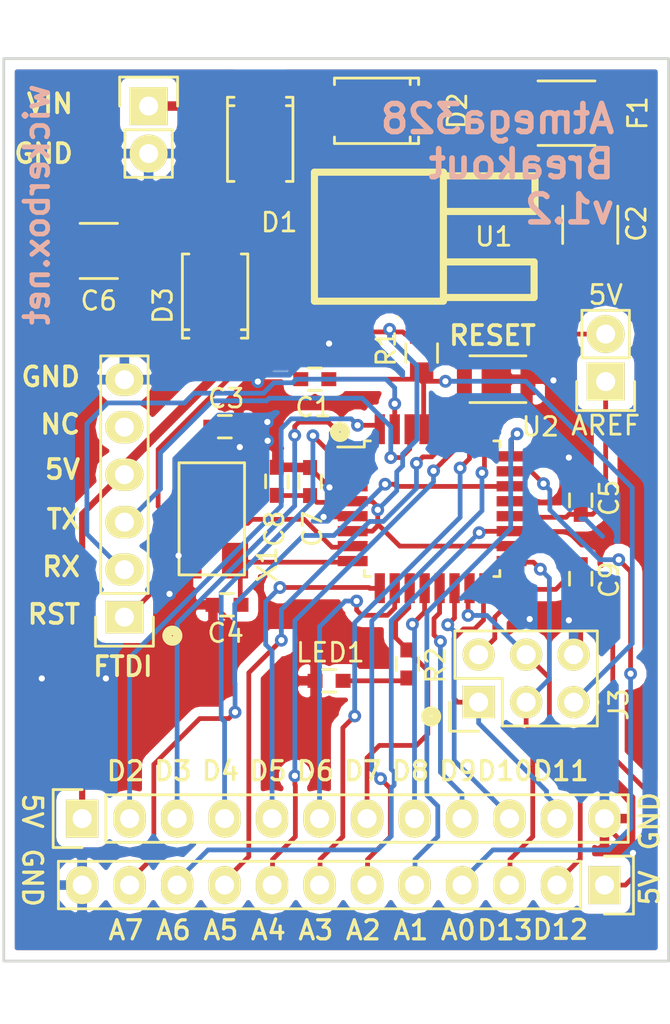
<source format=kicad_pcb>
(kicad_pcb (version 4) (host pcbnew 4.0.5-e0-6337~49~ubuntu16.04.1)

  (general
    (links 78)
    (no_connects 0)
    (area 105.333799 84.0994 141.7954 147.803733)
    (thickness 1.6)
    (drawings 52)
    (tracks 470)
    (zones 0)
    (modules 26)
    (nets 35)
  )

  (page USLetter)
  (title_block
    (title "Basic Atmega328 Breakout Board")
    (date "31 Dec 2016")
    (rev 1.2)
    (company "CERN Open Hardware License v1.2")
    (comment 1 jenner@wickerbox.net)
    (comment 2 http://wickerbox.net)
    (comment 3 "Wickerbox Electronics")
  )

  (layers
    (0 F.Cu signal)
    (31 B.Cu signal)
    (34 B.Paste user)
    (35 F.Paste user)
    (36 B.SilkS user)
    (37 F.SilkS user)
    (38 B.Mask user)
    (39 F.Mask user)
    (40 Dwgs.User user)
    (44 Edge.Cuts user)
    (46 B.CrtYd user)
    (47 F.CrtYd user)
    (48 B.Fab user)
    (49 F.Fab user)
  )

  (setup
    (last_trace_width 0.254)
    (user_trace_width 0.1524)
    (user_trace_width 0.254)
    (user_trace_width 0.3302)
    (user_trace_width 0.508)
    (user_trace_width 0.762)
    (user_trace_width 1.27)
    (trace_clearance 0.1524)
    (zone_clearance 0.508)
    (zone_45_only no)
    (trace_min 0.1524)
    (segment_width 0.1524)
    (edge_width 0.1524)
    (via_size 0.6858)
    (via_drill 0.3302)
    (via_min_size 0.6858)
    (via_min_drill 0.3302)
    (user_via 0.6858 0.3302)
    (user_via 0.762 0.4064)
    (user_via 0.8636 0.508)
    (uvia_size 0.6858)
    (uvia_drill 0.3302)
    (uvias_allowed no)
    (uvia_min_size 0)
    (uvia_min_drill 0)
    (pcb_text_width 0.1524)
    (pcb_text_size 1.016 1.016)
    (mod_edge_width 0.1524)
    (mod_text_size 1.016 1.016)
    (mod_text_width 0.1524)
    (pad_size 1.524 1.524)
    (pad_drill 0.762)
    (pad_to_mask_clearance 0.0762)
    (solder_mask_min_width 0.1016)
    (pad_to_paste_clearance -0.0762)
    (aux_axis_origin 0 0)
    (visible_elements FFFEDF7D)
    (pcbplotparams
      (layerselection 0x310fc_80000001)
      (usegerberextensions true)
      (excludeedgelayer true)
      (linewidth 0.100000)
      (plotframeref false)
      (viasonmask false)
      (mode 1)
      (useauxorigin false)
      (hpglpennumber 1)
      (hpglpenspeed 20)
      (hpglpendiameter 15)
      (hpglpenoverlay 2)
      (psnegative false)
      (psa4output false)
      (plotreference true)
      (plotvalue true)
      (plotinvisibletext false)
      (padsonsilk false)
      (subtractmaskfromsilk false)
      (outputformat 1)
      (mirror false)
      (drillshape 0)
      (scaleselection 1)
      (outputdirectory gerbers))
  )

  (net 0 "")
  (net 1 /~RESET)
  (net 2 /FTDI_RESET)
  (net 3 +12V)
  (net 4 GND)
  (net 5 "Net-(C3-Pad1)")
  (net 6 "Net-(C4-Pad1)")
  (net 7 +5V)
  (net 8 "Net-(C6-Pad1)")
  (net 9 /VIN)
  (net 10 "Net-(D2-Pad1)")
  (net 11 "Net-(LED1-Pad2)")
  (net 12 /D11)
  (net 13 /D13)
  (net 14 /D12)
  (net 15 /D2)
  (net 16 /D3)
  (net 17 /D4)
  (net 18 /D5)
  (net 19 /D6)
  (net 20 /D7)
  (net 21 /D8)
  (net 22 /D9)
  (net 23 /D10)
  (net 24 /A0)
  (net 25 /A1)
  (net 26 /A2)
  (net 27 /A3)
  (net 28 /A4)
  (net 29 /A5)
  (net 30 "/A6(*)")
  (net 31 "/A7(*)")
  (net 32 /FTDI_RX/D1_TX)
  (net 33 /FTDI_TX/D0_RX)
  (net 34 /AREF)

  (net_class Default "This is the default net class."
    (clearance 0.1524)
    (trace_width 0.254)
    (via_dia 0.6858)
    (via_drill 0.3302)
    (uvia_dia 0.6858)
    (uvia_drill 0.3302)
    (add_net +12V)
    (add_net +5V)
    (add_net /A0)
    (add_net /A1)
    (add_net /A2)
    (add_net /A3)
    (add_net /A4)
    (add_net /A5)
    (add_net "/A6(*)")
    (add_net "/A7(*)")
    (add_net /AREF)
    (add_net /D10)
    (add_net /D11)
    (add_net /D12)
    (add_net /D13)
    (add_net /D2)
    (add_net /D3)
    (add_net /D4)
    (add_net /D5)
    (add_net /D6)
    (add_net /D7)
    (add_net /D8)
    (add_net /D9)
    (add_net /FTDI_RESET)
    (add_net /FTDI_RX/D1_TX)
    (add_net /FTDI_TX/D0_RX)
    (add_net /VIN)
    (add_net /~RESET)
    (add_net GND)
    (add_net "Net-(C3-Pad1)")
    (add_net "Net-(C4-Pad1)")
    (add_net "Net-(C6-Pad1)")
    (add_net "Net-(D2-Pad1)")
    (add_net "Net-(LED1-Pad2)")
  )

  (module Wickerlib:CONN-HEADER-STRAIGHT-P2.54MM-1x06 (layer F.Cu) (tedit 57E2E148) (tstamp 57E2DA96)
    (at 111.9886 116.9924 180)
    (descr "Through hole pin header")
    (tags "pin header")
    (path /574C434D)
    (fp_text reference J2 (at 0.17 8.39 270) (layer F.Fab)
      (effects (font (size 1 1) (thickness 0.15)))
    )
    (fp_text value FTDI (at -2.63 6.86 270) (layer F.Fab) hide
      (effects (font (size 1 1) (thickness 0.15)))
    )
    (fp_circle (center 0 0) (end 0.254 0.254) (layer F.Fab) (width 0.3))
    (fp_text user %R (at 0.14 -2.74 180) (layer F.SilkS) hide
      (effects (font (size 1 1) (thickness 0.15)))
    )
    (fp_line (start -1.75 -1.75) (end -1.75 14.45) (layer F.CrtYd) (width 0.05))
    (fp_line (start 1.75 -1.75) (end 1.75 14.45) (layer F.CrtYd) (width 0.05))
    (fp_line (start -1.75 -1.75) (end 1.75 -1.75) (layer F.CrtYd) (width 0.05))
    (fp_line (start -1.75 14.45) (end 1.75 14.45) (layer F.CrtYd) (width 0.05))
    (fp_line (start 1.27 1.27) (end 1.27 13.97) (layer F.SilkS) (width 0.15))
    (fp_line (start 1.27 13.97) (end -1.27 13.97) (layer F.SilkS) (width 0.15))
    (fp_line (start -1.27 13.97) (end -1.27 1.27) (layer F.SilkS) (width 0.15))
    (fp_line (start 1.55 -1.55) (end 1.55 0) (layer F.SilkS) (width 0.15))
    (fp_line (start 1.27 1.27) (end -1.27 1.27) (layer F.SilkS) (width 0.15))
    (fp_line (start -1.55 0) (end -1.55 -1.55) (layer F.SilkS) (width 0.15))
    (fp_line (start -1.55 -1.55) (end 1.55 -1.55) (layer F.SilkS) (width 0.15))
    (fp_line (start -1.75 -1.75) (end -1.75 14.45) (layer F.Fab) (width 0.05))
    (fp_line (start -1.76 -1.74) (end 1.74 -1.74) (layer F.Fab) (width 0.05))
    (fp_line (start 1.73 -1.76) (end 1.73 14.44) (layer F.Fab) (width 0.05))
    (fp_line (start -1.77 14.43) (end 1.73 14.43) (layer F.Fab) (width 0.05))
    (pad 1 thru_hole rect (at 0 0 180) (size 2.032 1.7272) (drill 1.016) (layers *.Cu *.Mask F.SilkS)
      (net 2 /FTDI_RESET))
    (pad 2 thru_hole oval (at 0 2.54 180) (size 2.032 1.7272) (drill 1.016) (layers *.Cu *.Mask F.SilkS)
      (net 32 /FTDI_RX/D1_TX))
    (pad 3 thru_hole oval (at 0 5.08 180) (size 2.032 1.7272) (drill 1.016) (layers *.Cu *.Mask F.SilkS)
      (net 33 /FTDI_TX/D0_RX))
    (pad 4 thru_hole oval (at 0 7.62 180) (size 2.032 1.7272) (drill 1.016) (layers *.Cu *.Mask F.SilkS)
      (net 7 +5V))
    (pad 5 thru_hole oval (at 0 10.16 180) (size 2.032 1.7272) (drill 1.016) (layers *.Cu *.Mask F.SilkS))
    (pad 6 thru_hole oval (at 0 12.7 180) (size 2.032 1.7272) (drill 1.016) (layers *.Cu *.Mask F.SilkS)
      (net 4 GND))
  )

  (module Wickerlib:RLC-0805-SMD (layer F.Cu) (tedit 57904162) (tstamp 57E2DACD)
    (at 127.889 102.87 270)
    (descr "Capacitor SMD RLC-0805-SMD, reflow soldering, AVX (see smccp.pdf)")
    (tags "capacitor RLC-0805-SMD")
    (path /572E90A9)
    (attr smd)
    (fp_text reference R1 (at 0 0 450) (layer F.Fab)
      (effects (font (size 1 1) (thickness 0.15)))
    )
    (fp_text value 10K (at 0 0 270) (layer F.Fab) hide
      (effects (font (size 1 1) (thickness 0.15)))
    )
    (fp_text user %R (at -0.254 1.905 270) (layer F.SilkS)
      (effects (font (size 1 1) (thickness 0.15)))
    )
    (fp_line (start 1.778 1.016) (end 1.778 -1.016) (layer F.Fab) (width 0.05))
    (fp_line (start -1.778 1.016) (end 1.778 1.016) (layer F.Fab) (width 0.05))
    (fp_line (start -1.778 -1.016) (end -1.778 1.016) (layer F.Fab) (width 0.05))
    (fp_line (start 1.778 -1.016) (end -1.778 -1.016) (layer F.Fab) (width 0.05))
    (fp_line (start -1.8 -1) (end 1.8 -1) (layer F.CrtYd) (width 0.05))
    (fp_line (start -1.8 1) (end 1.8 1) (layer F.CrtYd) (width 0.05))
    (fp_line (start -1.8 -1) (end -1.8 1) (layer F.CrtYd) (width 0.05))
    (fp_line (start 1.8 -1) (end 1.8 1) (layer F.CrtYd) (width 0.05))
    (fp_line (start 0.5 -0.85) (end -0.5 -0.85) (layer F.SilkS) (width 0.15))
    (fp_line (start -0.5 0.85) (end 0.5 0.85) (layer F.SilkS) (width 0.15))
    (pad 1 smd rect (at -1 0 270) (size 1 1.25) (layers F.Cu F.Paste F.Mask)
      (net 7 +5V))
    (pad 2 smd rect (at 1 0 270) (size 1 1.25) (layers F.Cu F.Paste F.Mask)
      (net 1 /~RESET))
  )

  (module Wickerlib:RLC-0603-SMD (layer F.Cu) (tedit 579029AB) (tstamp 57E2DAC8)
    (at 122.936 120.396)
    (descr "Capacitor SMD RLC-0603-SMD, reflow soldering, AVX (see smccp.pdf)")
    (tags "capacitor RLC-0603-SMD")
    (path /576B0DE7)
    (attr smd)
    (fp_text reference LED1 (at 0.09 0.04) (layer F.Fab)
      (effects (font (size 0.8 0.8) (thickness 0.15)))
    )
    (fp_text value AMBER (at 0 1.9) (layer F.Fab) hide
      (effects (font (size 1 1) (thickness 0.15)))
    )
    (fp_text user %R (at 0.07 -1.51) (layer F.SilkS)
      (effects (font (size 1 1) (thickness 0.15)))
    )
    (fp_line (start -1.45 -0.75) (end 1.45 -0.75) (layer F.Fab) (width 0.05))
    (fp_line (start -1.45 0.75) (end 1.45 0.75) (layer F.CrtYd) (width 0.05))
    (fp_line (start -1.45 -0.75) (end -1.45 0.75) (layer F.CrtYd) (width 0.05))
    (fp_line (start 1.45 -0.75) (end 1.45 0.75) (layer F.CrtYd) (width 0.05))
    (fp_line (start -0.35 -0.6) (end 0.35 -0.6) (layer F.SilkS) (width 0.15))
    (fp_line (start 0.35 0.6) (end -0.35 0.6) (layer F.SilkS) (width 0.15))
    (fp_line (start -1.45 -0.75) (end 1.45 -0.75) (layer F.CrtYd) (width 0.05))
    (fp_line (start -1.45 -0.75) (end -1.45 0.75) (layer F.Fab) (width 0.05))
    (fp_line (start 1.45 -0.75) (end 1.45 0.75) (layer F.Fab) (width 0.05))
    (fp_line (start -1.45 0.75) (end 1.45 0.75) (layer F.Fab) (width 0.05))
    (pad 1 smd rect (at -0.75 0) (size 0.8 0.75) (layers F.Cu F.Paste F.Mask)
      (net 4 GND))
    (pad 2 smd rect (at 0.75 0) (size 0.8 0.75) (layers F.Cu F.Paste F.Mask)
      (net 11 "Net-(LED1-Pad2)"))
  )

  (module Wickerlib:CONN-HEADER-STRAIGHT-P2.54MM-1x12 (layer F.Cu) (tedit 57E2E03D) (tstamp 57E2DAB7)
    (at 109.728 127.762 90)
    (descr "Through hole pin header")
    (tags "pin header")
    (path /57E3D894)
    (fp_text reference J4 (at 0 13.081 90) (layer F.Fab)
      (effects (font (size 1 1) (thickness 0.15)))
    )
    (fp_text value HEADER-FEMALE-12POS-TH-1x12-P0.1IN (at 0 -3.1 90) (layer F.Fab) hide
      (effects (font (size 1 1) (thickness 0.15)))
    )
    (fp_line (start 1.778 -1.778) (end 1.778 29.718) (layer F.Fab) (width 0.05))
    (fp_line (start -1.778 29.718) (end 1.778 29.718) (layer F.Fab) (width 0.05))
    (fp_line (start -1.778 -1.778) (end -1.778 29.718) (layer F.Fab) (width 0.05))
    (fp_line (start 1.778 -1.778) (end -1.778 -1.778) (layer F.Fab) (width 0.05))
    (fp_text user %R (at 0 -5.08 90) (layer F.SilkS) hide
      (effects (font (size 1 1) (thickness 0.15)))
    )
    (fp_line (start -1.75 -1.75) (end -1.75 29.7) (layer F.CrtYd) (width 0.05))
    (fp_line (start 1.75 -1.75) (end 1.75 29.7) (layer F.CrtYd) (width 0.05))
    (fp_line (start -1.75 -1.75) (end 1.75 -1.75) (layer F.CrtYd) (width 0.05))
    (fp_line (start -1.75 29.7) (end 1.75 29.7) (layer F.CrtYd) (width 0.05))
    (fp_line (start 1.27 1.27) (end 1.27 29.21) (layer F.SilkS) (width 0.15))
    (fp_line (start 1.27 29.21) (end -1.27 29.21) (layer F.SilkS) (width 0.15))
    (fp_line (start -1.27 29.21) (end -1.27 1.27) (layer F.SilkS) (width 0.15))
    (fp_line (start 1.55 -1.55) (end 1.55 0) (layer F.SilkS) (width 0.15))
    (fp_line (start 1.27 1.27) (end -1.27 1.27) (layer F.SilkS) (width 0.15))
    (fp_line (start -1.55 0) (end -1.55 -1.55) (layer F.SilkS) (width 0.15))
    (fp_line (start -1.55 -1.55) (end 1.55 -1.55) (layer F.SilkS) (width 0.15))
    (pad 1 thru_hole rect (at 0 0 90) (size 2.032 1.7272) (drill 1.016) (layers *.Cu *.Mask F.SilkS)
      (net 7 +5V))
    (pad 2 thru_hole oval (at 0 2.54 90) (size 2.032 1.7272) (drill 1.016) (layers *.Cu *.Mask F.SilkS)
      (net 15 /D2))
    (pad 3 thru_hole oval (at 0 5.08 90) (size 2.032 1.7272) (drill 1.016) (layers *.Cu *.Mask F.SilkS)
      (net 16 /D3))
    (pad 4 thru_hole oval (at 0 7.62 90) (size 2.032 1.7272) (drill 1.016) (layers *.Cu *.Mask F.SilkS)
      (net 17 /D4))
    (pad 5 thru_hole oval (at 0 10.16 90) (size 2.032 1.7272) (drill 1.016) (layers *.Cu *.Mask F.SilkS)
      (net 18 /D5))
    (pad 6 thru_hole oval (at 0 12.7 90) (size 2.032 1.7272) (drill 1.016) (layers *.Cu *.Mask F.SilkS)
      (net 19 /D6))
    (pad 7 thru_hole oval (at 0 15.24 90) (size 2.032 1.7272) (drill 1.016) (layers *.Cu *.Mask F.SilkS)
      (net 20 /D7))
    (pad 8 thru_hole oval (at 0 17.78 90) (size 2.032 1.7272) (drill 1.016) (layers *.Cu *.Mask F.SilkS)
      (net 21 /D8))
    (pad 9 thru_hole oval (at 0 20.32 90) (size 2.032 1.7272) (drill 1.016) (layers *.Cu *.Mask F.SilkS)
      (net 22 /D9))
    (pad 10 thru_hole oval (at 0 22.86 90) (size 2.032 1.7272) (drill 1.016) (layers *.Cu *.Mask F.SilkS)
      (net 23 /D10))
    (pad 11 thru_hole oval (at 0 25.4 90) (size 2.032 1.7272) (drill 1.016) (layers *.Cu *.Mask F.SilkS)
      (net 12 /D11))
    (pad 12 thru_hole oval (at 0 27.94 90) (size 2.032 1.7272) (drill 1.016) (layers *.Cu *.Mask F.SilkS)
      (net 4 GND))
  )

  (module Wickerlib:CONN-HEADER-STRAIGHT-P2.54MM-2x03 (layer F.Cu) (tedit 57903952) (tstamp 57E2DA9F)
    (at 130.937 121.539 90)
    (descr "Through hole pin header")
    (tags "pin header")
    (path /5745627C)
    (fp_text reference J3 (at 1.27 2.54 90) (layer F.Fab)
      (effects (font (size 1 1) (thickness 0.15)))
    )
    (fp_text value ISP-2560 (at 3.556 2.794 180) (layer F.Fab) hide
      (effects (font (size 1 1) (thickness 0.15)))
    )
    (fp_text user %R (at -0.127 7.493 90) (layer F.SilkS)
      (effects (font (size 1 1) (thickness 0.15)))
    )
    (fp_line (start 4.318 6.858) (end 4.318 -1.778) (layer F.Fab) (width 0.05))
    (fp_line (start -1.778 6.858) (end 4.318 6.858) (layer F.Fab) (width 0.05))
    (fp_line (start -1.778 -1.778) (end -1.778 6.858) (layer F.Fab) (width 0.05))
    (fp_line (start 4.318 -1.778) (end -1.778 -1.778) (layer F.Fab) (width 0.05))
    (fp_circle (center 0 0) (end 0 0.254) (layer F.Fab) (width 0.2))
    (fp_line (start -1.27 1.27) (end -1.27 6.35) (layer F.SilkS) (width 0.15))
    (fp_line (start -1.55 -1.55) (end 0 -1.55) (layer F.SilkS) (width 0.15))
    (fp_line (start -1.75 -1.75) (end -1.75 6.85) (layer F.CrtYd) (width 0.05))
    (fp_line (start 4.3 -1.75) (end 4.3 6.85) (layer F.CrtYd) (width 0.05))
    (fp_line (start -1.75 -1.75) (end 4.3 -1.75) (layer F.CrtYd) (width 0.05))
    (fp_line (start -1.75 6.85) (end 4.3 6.85) (layer F.CrtYd) (width 0.05))
    (fp_line (start 1.27 -1.27) (end 1.27 1.27) (layer F.SilkS) (width 0.15))
    (fp_line (start 1.27 1.27) (end -1.27 1.27) (layer F.SilkS) (width 0.15))
    (fp_line (start -1.27 6.35) (end 3.81 6.35) (layer F.SilkS) (width 0.15))
    (fp_line (start 3.81 6.35) (end 3.81 1.27) (layer F.SilkS) (width 0.15))
    (fp_line (start -1.55 -1.55) (end -1.55 0) (layer F.SilkS) (width 0.15))
    (fp_line (start 3.81 -1.27) (end 1.27 -1.27) (layer F.SilkS) (width 0.15))
    (fp_line (start 3.81 1.27) (end 3.81 -1.27) (layer F.SilkS) (width 0.15))
    (pad 1 thru_hole rect (at 0 0 90) (size 1.7272 1.7272) (drill 1.016) (layers *.Cu *.Mask F.SilkS)
      (net 12 /D11))
    (pad 2 thru_hole oval (at 2.54 0 90) (size 1.7272 1.7272) (drill 1.016) (layers *.Cu *.Mask F.SilkS)
      (net 7 +5V))
    (pad 3 thru_hole oval (at 0 2.54 90) (size 1.7272 1.7272) (drill 1.016) (layers *.Cu *.Mask F.SilkS)
      (net 13 /D13))
    (pad 4 thru_hole oval (at 2.54 2.54 90) (size 1.7272 1.7272) (drill 1.016) (layers *.Cu *.Mask F.SilkS)
      (net 14 /D12))
    (pad 5 thru_hole oval (at 0 5.08 90) (size 1.7272 1.7272) (drill 1.016) (layers *.Cu *.Mask F.SilkS)
      (net 1 /~RESET))
    (pad 6 thru_hole oval (at 2.54 5.08 90) (size 1.7272 1.7272) (drill 1.016) (layers *.Cu *.Mask F.SilkS)
      (net 4 GND))
  )

  (module Wickerlib:CONN-ONSHORE-SCREW-GREEN-2PIN-TH (layer F.Cu) (tedit 57E2E107) (tstamp 57E2DA91)
    (at 113.284 89.662)
    (descr "Through hole pin header")
    (tags "pin header")
    (path /57321F60)
    (fp_text reference J1 (at 0 1.27) (layer F.Fab)
      (effects (font (size 1 1) (thickness 0.15)))
    )
    (fp_text value INPUT (at -2.286 1.27 90) (layer F.Fab) hide
      (effects (font (size 1 1) (thickness 0.15)))
    )
    (fp_text user %R (at 1.778 -2.54) (layer F.SilkS) hide
      (effects (font (size 1 1) (thickness 0.15)))
    )
    (fp_line (start 1.27 1.27) (end 1.27 3.81) (layer F.SilkS) (width 0.15))
    (fp_line (start 1.55 -1.55) (end 1.55 0) (layer F.SilkS) (width 0.15))
    (fp_line (start -3.3 -1.75) (end -3.3 4.3) (layer F.CrtYd) (width 0.05))
    (fp_line (start 3.3 -1.75) (end 3.3 4.3) (layer F.CrtYd) (width 0.05))
    (fp_line (start -3.3 -1.75) (end 3.3 -1.74244) (layer F.CrtYd) (width 0.05))
    (fp_line (start -3.3 4.3) (end 3.3 4.3) (layer F.CrtYd) (width 0.05))
    (fp_line (start 1.27 1.27) (end -1.27 1.27) (layer F.SilkS) (width 0.15))
    (fp_line (start -1.55 0) (end -1.55 -1.55) (layer F.SilkS) (width 0.15))
    (fp_line (start -1.55 -1.55) (end 1.55 -1.55) (layer F.SilkS) (width 0.15))
    (fp_line (start -1.27 1.27) (end -1.27 3.81) (layer F.SilkS) (width 0.15))
    (fp_line (start -1.27 3.81) (end 1.27 3.81) (layer F.SilkS) (width 0.15))
    (fp_line (start -3.3 -1.75) (end 3.3 -1.74244) (layer F.Fab) (width 0.05))
    (fp_line (start -3.3 -1.75) (end -3.3 4.3) (layer F.Fab) (width 0.05))
    (fp_line (start 3.3 -1.75) (end 3.3 4.3) (layer F.Fab) (width 0.05))
    (fp_line (start -3.3 4.3) (end 3.3 4.3) (layer F.Fab) (width 0.05))
    (pad 1 thru_hole rect (at 0 0) (size 2.032 2.032) (drill 1.016) (layers *.Cu *.Mask F.SilkS)
      (net 9 /VIN))
    (pad 2 thru_hole oval (at 0 2.54) (size 2.032 2.032) (drill 1.016) (layers *.Cu *.Mask F.SilkS)
      (net 4 GND))
  )

  (module Wickerlib:RLC-1812-SMD (layer F.Cu) (tedit 579037B4) (tstamp 57E2DA8C)
    (at 135.636 90.043 180)
    (descr "Capacitor SMD RLC-1812-SMD, reflow soldering, AVX (see smccp.pdf)")
    (tags "capacitor RLC-1812-SMD")
    (path /572FA18F)
    (attr smd)
    (fp_text reference F1 (at 0 0 180) (layer F.Fab)
      (effects (font (size 1 1) (thickness 0.15)))
    )
    (fp_text value "1.1A 25V" (at 0 0 180) (layer F.Fab) hide
      (effects (font (size 1 1) (thickness 0.15)))
    )
    (fp_text user %R (at -3.81 0 270) (layer F.SilkS)
      (effects (font (size 1 1) (thickness 0.15)))
    )
    (fp_line (start -3.1 -1.85) (end 3.1 -1.85) (layer F.Fab) (width 0.05))
    (fp_line (start -3.1 1.85) (end 3.1 1.85) (layer F.Fab) (width 0.05))
    (fp_line (start -3.1 -1.85) (end -3.1 1.85) (layer F.CrtYd) (width 0.05))
    (fp_line (start 3.1 -1.85) (end 3.1 1.85) (layer F.CrtYd) (width 0.05))
    (fp_line (start 1.524 -1.725) (end -1.524 -1.725) (layer F.SilkS) (width 0.15))
    (fp_line (start -1.524 1.725) (end 1.524 1.725) (layer F.SilkS) (width 0.15))
    (fp_line (start -3.1 1.85) (end 3.1 1.85) (layer F.CrtYd) (width 0.05))
    (fp_line (start 3.1 -1.85) (end 3.1 1.85) (layer F.Fab) (width 0.05))
    (fp_line (start -3.1 -1.85) (end -3.1 1.85) (layer F.Fab) (width 0.05))
    (fp_line (start -3.1 -1.85) (end 3.1 -1.85) (layer F.CrtYd) (width 0.05))
    (pad 1 smd rect (at -2.3 0 180) (size 1 3) (layers F.Cu F.Paste F.Mask)
      (net 3 +12V))
    (pad 2 smd rect (at 2.3 0 180) (size 1 3) (layers F.Cu F.Paste F.Mask)
      (net 10 "Net-(D2-Pad1)"))
  )

  (module Wickerlib:DIODE-SMA (layer F.Cu) (tedit 579032A9) (tstamp 57E2DA87)
    (at 116.84 99.822 90)
    (descr "Diode SMA")
    (tags "Diode SMA")
    (path /5868213E)
    (attr smd)
    (fp_text reference D3 (at 0 0 270) (layer F.Fab)
      (effects (font (size 1 1) (thickness 0.15)))
    )
    (fp_text value "20V 1A" (at 0 0 90) (layer F.Fab) hide
      (effects (font (size 1 1) (thickness 0.15)))
    )
    (fp_line (start -3.048 -1.524) (end -3.048 1.524) (layer F.Fab) (width 0.1))
    (fp_text user %R (at -0.508 -2.794 270) (layer F.SilkS)
      (effects (font (size 1 1) (thickness 0.15)))
    )
    (fp_line (start -3.5 -2) (end 3.5 -2) (layer F.CrtYd) (width 0.05))
    (fp_line (start 3.5 -2) (end 3.5 2) (layer F.CrtYd) (width 0.05))
    (fp_line (start 3.5 2) (end -3.5 2) (layer F.CrtYd) (width 0.05))
    (fp_line (start -3.5 2) (end -3.5 -2) (layer F.CrtYd) (width 0.05))
    (fp_circle (center 0 0) (end 0.20066 -0.0508) (layer F.Adhes) (width 0.381))
    (fp_line (start -1.79914 1.75006) (end -1.79914 1.39954) (layer F.SilkS) (width 0.15))
    (fp_line (start -1.79914 -1.75006) (end -1.79914 -1.39954) (layer F.SilkS) (width 0.15))
    (fp_line (start 2.25044 1.75006) (end 2.25044 1.39954) (layer F.SilkS) (width 0.15))
    (fp_line (start -2.25044 1.75006) (end -2.25044 1.39954) (layer F.SilkS) (width 0.15))
    (fp_line (start -2.25044 -1.75006) (end -2.25044 -1.39954) (layer F.SilkS) (width 0.15))
    (fp_line (start 2.25044 -1.75006) (end 2.25044 -1.39954) (layer F.SilkS) (width 0.15))
    (fp_line (start -2.25044 1.75006) (end 2.25044 1.75006) (layer F.SilkS) (width 0.15))
    (fp_line (start -2.25044 -1.75006) (end 2.25044 -1.75006) (layer F.SilkS) (width 0.15))
    (fp_line (start -3.5 2) (end -3.5 -2) (layer F.Fab) (width 0.05))
    (fp_line (start 3.5 2) (end -3.5 2) (layer F.Fab) (width 0.05))
    (fp_line (start 3.5 -2) (end 3.5 2) (layer F.Fab) (width 0.05))
    (fp_line (start -3.5 -2) (end 3.5 -2) (layer F.Fab) (width 0.05))
    (pad 1 smd rect (at -1.99898 0 90) (size 2.49936 1.80086) (layers F.Cu F.Paste F.Mask)
      (net 7 +5V))
    (pad 2 smd rect (at 1.99898 0 90) (size 2.49936 1.80086) (layers F.Cu F.Paste F.Mask)
      (net 8 "Net-(C6-Pad1)"))
  )

  (module Wickerlib:DIODE-SMA (layer F.Cu) (tedit 579032A9) (tstamp 57E2DA82)
    (at 125.476 89.916 180)
    (descr "Diode SMA")
    (tags "Diode SMA")
    (path /586818EE)
    (attr smd)
    (fp_text reference D2 (at 0 0 360) (layer F.Fab)
      (effects (font (size 1 1) (thickness 0.15)))
    )
    (fp_text value "20V 1A" (at 0 0 180) (layer F.Fab) hide
      (effects (font (size 1 1) (thickness 0.15)))
    )
    (fp_line (start -3.048 -1.524) (end -3.048 1.524) (layer F.Fab) (width 0.1))
    (fp_text user %R (at -4.318 0 270) (layer F.SilkS)
      (effects (font (size 1 1) (thickness 0.15)))
    )
    (fp_line (start -3.5 -2) (end 3.5 -2) (layer F.CrtYd) (width 0.05))
    (fp_line (start 3.5 -2) (end 3.5 2) (layer F.CrtYd) (width 0.05))
    (fp_line (start 3.5 2) (end -3.5 2) (layer F.CrtYd) (width 0.05))
    (fp_line (start -3.5 2) (end -3.5 -2) (layer F.CrtYd) (width 0.05))
    (fp_circle (center 0 0) (end 0.20066 -0.0508) (layer F.Adhes) (width 0.381))
    (fp_line (start -1.79914 1.75006) (end -1.79914 1.39954) (layer F.SilkS) (width 0.15))
    (fp_line (start -1.79914 -1.75006) (end -1.79914 -1.39954) (layer F.SilkS) (width 0.15))
    (fp_line (start 2.25044 1.75006) (end 2.25044 1.39954) (layer F.SilkS) (width 0.15))
    (fp_line (start -2.25044 1.75006) (end -2.25044 1.39954) (layer F.SilkS) (width 0.15))
    (fp_line (start -2.25044 -1.75006) (end -2.25044 -1.39954) (layer F.SilkS) (width 0.15))
    (fp_line (start 2.25044 -1.75006) (end 2.25044 -1.39954) (layer F.SilkS) (width 0.15))
    (fp_line (start -2.25044 1.75006) (end 2.25044 1.75006) (layer F.SilkS) (width 0.15))
    (fp_line (start -2.25044 -1.75006) (end 2.25044 -1.75006) (layer F.SilkS) (width 0.15))
    (fp_line (start -3.5 2) (end -3.5 -2) (layer F.Fab) (width 0.05))
    (fp_line (start 3.5 2) (end -3.5 2) (layer F.Fab) (width 0.05))
    (fp_line (start 3.5 -2) (end 3.5 2) (layer F.Fab) (width 0.05))
    (fp_line (start -3.5 -2) (end 3.5 -2) (layer F.Fab) (width 0.05))
    (pad 1 smd rect (at -1.99898 0 180) (size 2.49936 1.80086) (layers F.Cu F.Paste F.Mask)
      (net 10 "Net-(D2-Pad1)"))
    (pad 2 smd rect (at 1.99898 0 180) (size 2.49936 1.80086) (layers F.Cu F.Paste F.Mask)
      (net 9 /VIN))
  )

  (module Wickerlib:DIODE-SMA (layer F.Cu) (tedit 579032A9) (tstamp 57E2DA7D)
    (at 119.253 91.44 270)
    (descr "Diode SMA")
    (tags "Diode SMA")
    (path /57303E8A)
    (attr smd)
    (fp_text reference D1 (at 0 0 450) (layer F.Fab)
      (effects (font (size 1 1) (thickness 0.15)))
    )
    (fp_text value 14V (at 0 0 270) (layer F.Fab) hide
      (effects (font (size 1 1) (thickness 0.15)))
    )
    (fp_line (start -3.048 -1.524) (end -3.048 1.524) (layer F.Fab) (width 0.1))
    (fp_text user %R (at 4.445 -1.016 360) (layer F.SilkS)
      (effects (font (size 1 1) (thickness 0.15)))
    )
    (fp_line (start -3.5 -2) (end 3.5 -2) (layer F.CrtYd) (width 0.05))
    (fp_line (start 3.5 -2) (end 3.5 2) (layer F.CrtYd) (width 0.05))
    (fp_line (start 3.5 2) (end -3.5 2) (layer F.CrtYd) (width 0.05))
    (fp_line (start -3.5 2) (end -3.5 -2) (layer F.CrtYd) (width 0.05))
    (fp_circle (center 0 0) (end 0.20066 -0.0508) (layer F.Adhes) (width 0.381))
    (fp_line (start -1.79914 1.75006) (end -1.79914 1.39954) (layer F.SilkS) (width 0.15))
    (fp_line (start -1.79914 -1.75006) (end -1.79914 -1.39954) (layer F.SilkS) (width 0.15))
    (fp_line (start 2.25044 1.75006) (end 2.25044 1.39954) (layer F.SilkS) (width 0.15))
    (fp_line (start -2.25044 1.75006) (end -2.25044 1.39954) (layer F.SilkS) (width 0.15))
    (fp_line (start -2.25044 -1.75006) (end -2.25044 -1.39954) (layer F.SilkS) (width 0.15))
    (fp_line (start 2.25044 -1.75006) (end 2.25044 -1.39954) (layer F.SilkS) (width 0.15))
    (fp_line (start -2.25044 1.75006) (end 2.25044 1.75006) (layer F.SilkS) (width 0.15))
    (fp_line (start -2.25044 -1.75006) (end 2.25044 -1.75006) (layer F.SilkS) (width 0.15))
    (fp_line (start -3.5 2) (end -3.5 -2) (layer F.Fab) (width 0.05))
    (fp_line (start 3.5 2) (end -3.5 2) (layer F.Fab) (width 0.05))
    (fp_line (start 3.5 -2) (end 3.5 2) (layer F.Fab) (width 0.05))
    (fp_line (start -3.5 -2) (end 3.5 -2) (layer F.Fab) (width 0.05))
    (pad 1 smd rect (at -1.99898 0 270) (size 2.49936 1.80086) (layers F.Cu F.Paste F.Mask)
      (net 9 /VIN))
    (pad 2 smd rect (at 1.99898 0 270) (size 2.49936 1.80086) (layers F.Cu F.Paste F.Mask)
      (net 4 GND))
  )

  (module Wickerlib:RLC-0603-SMD (layer F.Cu) (tedit 579029AB) (tstamp 57E2DA78)
    (at 136.398 114.935 270)
    (descr "Capacitor SMD RLC-0603-SMD, reflow soldering, AVX (see smccp.pdf)")
    (tags "capacitor RLC-0603-SMD")
    (path /57327C88)
    (attr smd)
    (fp_text reference C9 (at 0.09 0.04 270) (layer F.Fab)
      (effects (font (size 0.8 0.8) (thickness 0.15)))
    )
    (fp_text value 100nF (at 0 1.9 270) (layer F.Fab) hide
      (effects (font (size 1 1) (thickness 0.15)))
    )
    (fp_text user %R (at 0.0635 -1.524 270) (layer F.SilkS)
      (effects (font (size 1 1) (thickness 0.15)))
    )
    (fp_line (start -1.45 -0.75) (end 1.45 -0.75) (layer F.Fab) (width 0.05))
    (fp_line (start -1.45 0.75) (end 1.45 0.75) (layer F.CrtYd) (width 0.05))
    (fp_line (start -1.45 -0.75) (end -1.45 0.75) (layer F.CrtYd) (width 0.05))
    (fp_line (start 1.45 -0.75) (end 1.45 0.75) (layer F.CrtYd) (width 0.05))
    (fp_line (start -0.35 -0.6) (end 0.35 -0.6) (layer F.SilkS) (width 0.15))
    (fp_line (start 0.35 0.6) (end -0.35 0.6) (layer F.SilkS) (width 0.15))
    (fp_line (start -1.45 -0.75) (end 1.45 -0.75) (layer F.CrtYd) (width 0.05))
    (fp_line (start -1.45 -0.75) (end -1.45 0.75) (layer F.Fab) (width 0.05))
    (fp_line (start 1.45 -0.75) (end 1.45 0.75) (layer F.Fab) (width 0.05))
    (fp_line (start -1.45 0.75) (end 1.45 0.75) (layer F.Fab) (width 0.05))
    (pad 1 smd rect (at -0.75 0 270) (size 0.8 0.75) (layers F.Cu F.Paste F.Mask)
      (net 7 +5V))
    (pad 2 smd rect (at 0.75 0 270) (size 0.8 0.75) (layers F.Cu F.Paste F.Mask)
      (net 4 GND))
  )

  (module Wickerlib:RLC-0603-SMD (layer F.Cu) (tedit 579029AB) (tstamp 57E2DA73)
    (at 120.142 109.728 90)
    (descr "Capacitor SMD RLC-0603-SMD, reflow soldering, AVX (see smccp.pdf)")
    (tags "capacitor RLC-0603-SMD")
    (path /57327B4E)
    (attr smd)
    (fp_text reference C8 (at 0.09 0.04 90) (layer F.Fab)
      (effects (font (size 0.8 0.8) (thickness 0.15)))
    )
    (fp_text value 100nF (at 0 1.9 90) (layer F.Fab) hide
      (effects (font (size 1 1) (thickness 0.15)))
    )
    (fp_text user %R (at -2.54 -0.127 90) (layer F.SilkS)
      (effects (font (size 1 1) (thickness 0.15)))
    )
    (fp_line (start -1.45 -0.75) (end 1.45 -0.75) (layer F.Fab) (width 0.05))
    (fp_line (start -1.45 0.75) (end 1.45 0.75) (layer F.CrtYd) (width 0.05))
    (fp_line (start -1.45 -0.75) (end -1.45 0.75) (layer F.CrtYd) (width 0.05))
    (fp_line (start 1.45 -0.75) (end 1.45 0.75) (layer F.CrtYd) (width 0.05))
    (fp_line (start -0.35 -0.6) (end 0.35 -0.6) (layer F.SilkS) (width 0.15))
    (fp_line (start 0.35 0.6) (end -0.35 0.6) (layer F.SilkS) (width 0.15))
    (fp_line (start -1.45 -0.75) (end 1.45 -0.75) (layer F.CrtYd) (width 0.05))
    (fp_line (start -1.45 -0.75) (end -1.45 0.75) (layer F.Fab) (width 0.05))
    (fp_line (start 1.45 -0.75) (end 1.45 0.75) (layer F.Fab) (width 0.05))
    (fp_line (start -1.45 0.75) (end 1.45 0.75) (layer F.Fab) (width 0.05))
    (pad 1 smd rect (at -0.75 0 90) (size 0.8 0.75) (layers F.Cu F.Paste F.Mask)
      (net 7 +5V))
    (pad 2 smd rect (at 0.75 0 90) (size 0.8 0.75) (layers F.Cu F.Paste F.Mask)
      (net 4 GND))
  )

  (module Wickerlib:RLC-0603-SMD (layer F.Cu) (tedit 579029AB) (tstamp 57E2DA6E)
    (at 121.92 109.74 90)
    (descr "Capacitor SMD RLC-0603-SMD, reflow soldering, AVX (see smccp.pdf)")
    (tags "capacitor RLC-0603-SMD")
    (path /57327818)
    (attr smd)
    (fp_text reference C7 (at 0.09 0.04 90) (layer F.Fab)
      (effects (font (size 0.8 0.8) (thickness 0.15)))
    )
    (fp_text value 100nF (at 0 1.9 90) (layer F.Fab) hide
      (effects (font (size 1 1) (thickness 0.15)))
    )
    (fp_text user %R (at -2.528 0.127 90) (layer F.SilkS)
      (effects (font (size 1 1) (thickness 0.15)))
    )
    (fp_line (start -1.45 -0.75) (end 1.45 -0.75) (layer F.Fab) (width 0.05))
    (fp_line (start -1.45 0.75) (end 1.45 0.75) (layer F.CrtYd) (width 0.05))
    (fp_line (start -1.45 -0.75) (end -1.45 0.75) (layer F.CrtYd) (width 0.05))
    (fp_line (start 1.45 -0.75) (end 1.45 0.75) (layer F.CrtYd) (width 0.05))
    (fp_line (start -0.35 -0.6) (end 0.35 -0.6) (layer F.SilkS) (width 0.15))
    (fp_line (start 0.35 0.6) (end -0.35 0.6) (layer F.SilkS) (width 0.15))
    (fp_line (start -1.45 -0.75) (end 1.45 -0.75) (layer F.CrtYd) (width 0.05))
    (fp_line (start -1.45 -0.75) (end -1.45 0.75) (layer F.Fab) (width 0.05))
    (fp_line (start 1.45 -0.75) (end 1.45 0.75) (layer F.Fab) (width 0.05))
    (fp_line (start -1.45 0.75) (end 1.45 0.75) (layer F.Fab) (width 0.05))
    (pad 1 smd rect (at -0.75 0 90) (size 0.8 0.75) (layers F.Cu F.Paste F.Mask)
      (net 7 +5V))
    (pad 2 smd rect (at 0.75 0 90) (size 0.8 0.75) (layers F.Cu F.Paste F.Mask)
      (net 4 GND))
  )

  (module Wickerlib:RLC-1210-SMD (layer F.Cu) (tedit 579033A7) (tstamp 57E2DA69)
    (at 110.617 97.409 180)
    (descr "Capacitor SMD RLC-1210-SMD, reflow soldering, AVX (see smccp.pdf)")
    (tags "capacitor RLC-1210-SMD")
    (path /572E8FEC)
    (attr smd)
    (fp_text reference C6 (at 0 0 180) (layer F.Fab)
      (effects (font (size 1 1) (thickness 0.15)))
    )
    (fp_text value "10uF 25V" (at 0 2.7 180) (layer F.Fab) hide
      (effects (font (size 1 1) (thickness 0.15)))
    )
    (fp_text user %R (at 0 -2.667 180) (layer F.SilkS)
      (effects (font (size 1 1) (thickness 0.15)))
    )
    (fp_line (start -2.3 -1.6) (end 2.3 -1.6) (layer F.CrtYd) (width 0.05))
    (fp_line (start -2.3 1.6) (end 2.3 1.6) (layer F.CrtYd) (width 0.05))
    (fp_line (start -2.3 -1.6) (end -2.3 1.6) (layer F.CrtYd) (width 0.05))
    (fp_line (start 2.3 -1.6) (end 2.3 1.6) (layer F.CrtYd) (width 0.05))
    (fp_line (start 1 -1.475) (end -1 -1.475) (layer F.SilkS) (width 0.15))
    (fp_line (start -1 1.475) (end 1 1.475) (layer F.SilkS) (width 0.15))
    (fp_line (start -2.3 -1.6) (end -2.3 1.6) (layer F.Fab) (width 0.05))
    (fp_line (start -2.3 -1.6) (end 2.3 -1.6) (layer F.Fab) (width 0.05))
    (fp_line (start 2.3 -1.6) (end 2.3 1.6) (layer F.Fab) (width 0.05))
    (fp_line (start -2.3 1.6) (end 2.3 1.6) (layer F.Fab) (width 0.05))
    (pad 1 smd rect (at -1.5 0 180) (size 1 2.5) (layers F.Cu F.Paste F.Mask)
      (net 8 "Net-(C6-Pad1)"))
    (pad 2 smd rect (at 1.5 0 180) (size 1 2.5) (layers F.Cu F.Paste F.Mask)
      (net 4 GND))
  )

  (module Wickerlib:RLC-0603-SMD (layer F.Cu) (tedit 579029AB) (tstamp 57E2DA64)
    (at 136.398 110.744 90)
    (descr "Capacitor SMD RLC-0603-SMD, reflow soldering, AVX (see smccp.pdf)")
    (tags "capacitor RLC-0603-SMD")
    (path /576DE533)
    (attr smd)
    (fp_text reference C5 (at 0.09 0.04 90) (layer F.Fab)
      (effects (font (size 0.8 0.8) (thickness 0.15)))
    )
    (fp_text value 100nF (at 0 1.9 90) (layer F.Fab) hide
      (effects (font (size 1 1) (thickness 0.15)))
    )
    (fp_text user %R (at 0.127 1.524 90) (layer F.SilkS)
      (effects (font (size 1 1) (thickness 0.15)))
    )
    (fp_line (start -1.45 -0.75) (end 1.45 -0.75) (layer F.Fab) (width 0.05))
    (fp_line (start -1.45 0.75) (end 1.45 0.75) (layer F.CrtYd) (width 0.05))
    (fp_line (start -1.45 -0.75) (end -1.45 0.75) (layer F.CrtYd) (width 0.05))
    (fp_line (start 1.45 -0.75) (end 1.45 0.75) (layer F.CrtYd) (width 0.05))
    (fp_line (start -0.35 -0.6) (end 0.35 -0.6) (layer F.SilkS) (width 0.15))
    (fp_line (start 0.35 0.6) (end -0.35 0.6) (layer F.SilkS) (width 0.15))
    (fp_line (start -1.45 -0.75) (end 1.45 -0.75) (layer F.CrtYd) (width 0.05))
    (fp_line (start -1.45 -0.75) (end -1.45 0.75) (layer F.Fab) (width 0.05))
    (fp_line (start 1.45 -0.75) (end 1.45 0.75) (layer F.Fab) (width 0.05))
    (fp_line (start -1.45 0.75) (end 1.45 0.75) (layer F.Fab) (width 0.05))
    (pad 1 smd rect (at -0.75 0 90) (size 0.8 0.75) (layers F.Cu F.Paste F.Mask)
      (net 34 /AREF))
    (pad 2 smd rect (at 0.75 0 90) (size 0.8 0.75) (layers F.Cu F.Paste F.Mask)
      (net 4 GND))
  )

  (module Wickerlib:RLC-0603-SMD (layer F.Cu) (tedit 579029AB) (tstamp 57E2DA5F)
    (at 117.475 116.332 180)
    (descr "Capacitor SMD RLC-0603-SMD, reflow soldering, AVX (see smccp.pdf)")
    (tags "capacitor RLC-0603-SMD")
    (path /572E904B)
    (attr smd)
    (fp_text reference C4 (at 0.09 0.04 180) (layer F.Fab)
      (effects (font (size 0.8 0.8) (thickness 0.15)))
    )
    (fp_text value 22pF (at 0 1.9 180) (layer F.Fab) hide
      (effects (font (size 1 1) (thickness 0.15)))
    )
    (fp_text user %R (at 0.07 -1.51 180) (layer F.SilkS)
      (effects (font (size 1 1) (thickness 0.15)))
    )
    (fp_line (start -1.45 -0.75) (end 1.45 -0.75) (layer F.Fab) (width 0.05))
    (fp_line (start -1.45 0.75) (end 1.45 0.75) (layer F.CrtYd) (width 0.05))
    (fp_line (start -1.45 -0.75) (end -1.45 0.75) (layer F.CrtYd) (width 0.05))
    (fp_line (start 1.45 -0.75) (end 1.45 0.75) (layer F.CrtYd) (width 0.05))
    (fp_line (start -0.35 -0.6) (end 0.35 -0.6) (layer F.SilkS) (width 0.15))
    (fp_line (start 0.35 0.6) (end -0.35 0.6) (layer F.SilkS) (width 0.15))
    (fp_line (start -1.45 -0.75) (end 1.45 -0.75) (layer F.CrtYd) (width 0.05))
    (fp_line (start -1.45 -0.75) (end -1.45 0.75) (layer F.Fab) (width 0.05))
    (fp_line (start 1.45 -0.75) (end 1.45 0.75) (layer F.Fab) (width 0.05))
    (fp_line (start -1.45 0.75) (end 1.45 0.75) (layer F.Fab) (width 0.05))
    (pad 1 smd rect (at -0.75 0 180) (size 0.8 0.75) (layers F.Cu F.Paste F.Mask)
      (net 6 "Net-(C4-Pad1)"))
    (pad 2 smd rect (at 0.75 0 180) (size 0.8 0.75) (layers F.Cu F.Paste F.Mask)
      (net 4 GND))
  )

  (module Wickerlib:RLC-0603-SMD (layer F.Cu) (tedit 579029AB) (tstamp 57E2DA5A)
    (at 117.36 106.807)
    (descr "Capacitor SMD RLC-0603-SMD, reflow soldering, AVX (see smccp.pdf)")
    (tags "capacitor RLC-0603-SMD")
    (path /572E903D)
    (attr smd)
    (fp_text reference C3 (at 0.09 0.04) (layer F.Fab)
      (effects (font (size 0.8 0.8) (thickness 0.15)))
    )
    (fp_text value 22pF (at 0 1.9) (layer F.Fab) hide
      (effects (font (size 1 1) (thickness 0.15)))
    )
    (fp_text user %R (at 0.07 -1.51) (layer F.SilkS)
      (effects (font (size 1 1) (thickness 0.15)))
    )
    (fp_line (start -1.45 -0.75) (end 1.45 -0.75) (layer F.Fab) (width 0.05))
    (fp_line (start -1.45 0.75) (end 1.45 0.75) (layer F.CrtYd) (width 0.05))
    (fp_line (start -1.45 -0.75) (end -1.45 0.75) (layer F.CrtYd) (width 0.05))
    (fp_line (start 1.45 -0.75) (end 1.45 0.75) (layer F.CrtYd) (width 0.05))
    (fp_line (start -0.35 -0.6) (end 0.35 -0.6) (layer F.SilkS) (width 0.15))
    (fp_line (start 0.35 0.6) (end -0.35 0.6) (layer F.SilkS) (width 0.15))
    (fp_line (start -1.45 -0.75) (end 1.45 -0.75) (layer F.CrtYd) (width 0.05))
    (fp_line (start -1.45 -0.75) (end -1.45 0.75) (layer F.Fab) (width 0.05))
    (fp_line (start 1.45 -0.75) (end 1.45 0.75) (layer F.Fab) (width 0.05))
    (fp_line (start -1.45 0.75) (end 1.45 0.75) (layer F.Fab) (width 0.05))
    (pad 1 smd rect (at -0.75 0) (size 0.8 0.75) (layers F.Cu F.Paste F.Mask)
      (net 5 "Net-(C3-Pad1)"))
    (pad 2 smd rect (at 0.75 0) (size 0.8 0.75) (layers F.Cu F.Paste F.Mask)
      (net 4 GND))
  )

  (module Wickerlib:RLC-1210-SMD (layer F.Cu) (tedit 579033A7) (tstamp 57E2DA55)
    (at 136.906 96.012 270)
    (descr "Capacitor SMD RLC-1210-SMD, reflow soldering, AVX (see smccp.pdf)")
    (tags "capacitor RLC-1210-SMD")
    (path /572E8FD2)
    (attr smd)
    (fp_text reference C2 (at 0 0 270) (layer F.Fab)
      (effects (font (size 1 1) (thickness 0.15)))
    )
    (fp_text value "10uF 25V" (at 0 2.7 270) (layer F.Fab) hide
      (effects (font (size 1 1) (thickness 0.15)))
    )
    (fp_text user %R (at -0.0635 -2.4765 450) (layer F.SilkS)
      (effects (font (size 1 1) (thickness 0.15)))
    )
    (fp_line (start -2.3 -1.6) (end 2.3 -1.6) (layer F.CrtYd) (width 0.05))
    (fp_line (start -2.3 1.6) (end 2.3 1.6) (layer F.CrtYd) (width 0.05))
    (fp_line (start -2.3 -1.6) (end -2.3 1.6) (layer F.CrtYd) (width 0.05))
    (fp_line (start 2.3 -1.6) (end 2.3 1.6) (layer F.CrtYd) (width 0.05))
    (fp_line (start 1 -1.475) (end -1 -1.475) (layer F.SilkS) (width 0.15))
    (fp_line (start -1 1.475) (end 1 1.475) (layer F.SilkS) (width 0.15))
    (fp_line (start -2.3 -1.6) (end -2.3 1.6) (layer F.Fab) (width 0.05))
    (fp_line (start -2.3 -1.6) (end 2.3 -1.6) (layer F.Fab) (width 0.05))
    (fp_line (start 2.3 -1.6) (end 2.3 1.6) (layer F.Fab) (width 0.05))
    (fp_line (start -2.3 1.6) (end 2.3 1.6) (layer F.Fab) (width 0.05))
    (pad 1 smd rect (at -1.5 0 270) (size 1 2.5) (layers F.Cu F.Paste F.Mask)
      (net 3 +12V))
    (pad 2 smd rect (at 1.5 0 270) (size 1 2.5) (layers F.Cu F.Paste F.Mask)
      (net 4 GND))
  )

  (module Wickerlib:RLC-0603-SMD (layer F.Cu) (tedit 579029AB) (tstamp 57E2DA50)
    (at 122.174 104.267 180)
    (descr "Capacitor SMD RLC-0603-SMD, reflow soldering, AVX (see smccp.pdf)")
    (tags "capacitor RLC-0603-SMD")
    (path /574C35BF)
    (attr smd)
    (fp_text reference C1 (at 0.09 0.04 180) (layer F.Fab)
      (effects (font (size 0.8 0.8) (thickness 0.15)))
    )
    (fp_text value 100nF (at 0 1.9 180) (layer F.Fab) hide
      (effects (font (size 1 1) (thickness 0.15)))
    )
    (fp_text user %R (at 0.07 -1.51 180) (layer F.SilkS)
      (effects (font (size 1 1) (thickness 0.15)))
    )
    (fp_line (start -1.45 -0.75) (end 1.45 -0.75) (layer F.Fab) (width 0.05))
    (fp_line (start -1.45 0.75) (end 1.45 0.75) (layer F.CrtYd) (width 0.05))
    (fp_line (start -1.45 -0.75) (end -1.45 0.75) (layer F.CrtYd) (width 0.05))
    (fp_line (start 1.45 -0.75) (end 1.45 0.75) (layer F.CrtYd) (width 0.05))
    (fp_line (start -0.35 -0.6) (end 0.35 -0.6) (layer F.SilkS) (width 0.15))
    (fp_line (start 0.35 0.6) (end -0.35 0.6) (layer F.SilkS) (width 0.15))
    (fp_line (start -1.45 -0.75) (end 1.45 -0.75) (layer F.CrtYd) (width 0.05))
    (fp_line (start -1.45 -0.75) (end -1.45 0.75) (layer F.Fab) (width 0.05))
    (fp_line (start 1.45 -0.75) (end 1.45 0.75) (layer F.Fab) (width 0.05))
    (fp_line (start -1.45 0.75) (end 1.45 0.75) (layer F.Fab) (width 0.05))
    (pad 1 smd rect (at -0.75 0 180) (size 0.8 0.75) (layers F.Cu F.Paste F.Mask)
      (net 1 /~RESET))
    (pad 2 smd rect (at 0.75 0 180) (size 0.8 0.75) (layers F.Cu F.Paste F.Mask)
      (net 2 /FTDI_RESET))
  )

  (module Wickerlib:RLC-0603-SMD (layer F.Cu) (tedit 579029AB) (tstamp 57E2D763)
    (at 127.127 119.495 270)
    (descr "Capacitor SMD RLC-0603-SMD, reflow soldering, AVX (see smccp.pdf)")
    (tags "capacitor RLC-0603-SMD")
    (path /57E30173)
    (attr smd)
    (fp_text reference R2 (at 0.09 0.04 270) (layer F.Fab)
      (effects (font (size 0.8 0.8) (thickness 0.15)))
    )
    (fp_text value 220 (at 0 1.9 270) (layer F.Fab) hide
      (effects (font (size 1 1) (thickness 0.15)))
    )
    (fp_text user %R (at 0.07 -1.51 270) (layer F.SilkS)
      (effects (font (size 1 1) (thickness 0.15)))
    )
    (fp_line (start -1.45 -0.75) (end 1.45 -0.75) (layer F.Fab) (width 0.05))
    (fp_line (start -1.45 0.75) (end 1.45 0.75) (layer F.CrtYd) (width 0.05))
    (fp_line (start -1.45 -0.75) (end -1.45 0.75) (layer F.CrtYd) (width 0.05))
    (fp_line (start 1.45 -0.75) (end 1.45 0.75) (layer F.CrtYd) (width 0.05))
    (fp_line (start -0.35 -0.6) (end 0.35 -0.6) (layer F.SilkS) (width 0.15))
    (fp_line (start 0.35 0.6) (end -0.35 0.6) (layer F.SilkS) (width 0.15))
    (fp_line (start -1.45 -0.75) (end 1.45 -0.75) (layer F.CrtYd) (width 0.05))
    (fp_line (start -1.45 -0.75) (end -1.45 0.75) (layer F.Fab) (width 0.05))
    (fp_line (start 1.45 -0.75) (end 1.45 0.75) (layer F.Fab) (width 0.05))
    (fp_line (start -1.45 0.75) (end 1.45 0.75) (layer F.Fab) (width 0.05))
    (pad 1 smd rect (at -0.75 0 270) (size 0.8 0.75) (layers F.Cu F.Paste F.Mask)
      (net 20 /D7))
    (pad 2 smd rect (at 0.75 0 270) (size 0.8 0.75) (layers F.Cu F.Paste F.Mask)
      (net 11 "Net-(LED1-Pad2)"))
  )

  (module Wickerlib:CRYSTAL-CTS-4SMD (layer F.Cu) (tedit 579045ED) (tstamp 57747008)
    (at 116.4336 111.7854 270)
    (path /572E8F94)
    (fp_text reference X1 (at 0 0 270) (layer F.Fab)
      (effects (font (size 1 1) (thickness 0.15)))
    )
    (fp_text value "16MHz 18pF" (at 0 0 270) (layer F.Fab) hide
      (effects (font (size 1 1) (thickness 0.15)))
    )
    (fp_line (start -3.556 -2.54) (end 3.556 -2.54) (layer F.Fab) (width 0.05))
    (fp_line (start -3.556 2.032) (end -3.556 -2.54) (layer F.Fab) (width 0.05))
    (fp_line (start 3.556 2.032) (end -3.556 2.032) (layer F.Fab) (width 0.05))
    (fp_line (start 3.556 -2.54) (end 3.556 2.032) (layer F.Fab) (width 0.05))
    (fp_text user %R (at 2.3876 -3.2004 450) (layer F.SilkS)
      (effects (font (size 1 1) (thickness 0.15)))
    )
    (fp_line (start 3.556 2.032) (end 3.302 2.032) (layer F.CrtYd) (width 0.05))
    (fp_line (start 3.556 -2.54) (end 3.556 2.032) (layer F.CrtYd) (width 0.05))
    (fp_line (start 3.302 -2.54) (end 3.556 -2.54) (layer F.CrtYd) (width 0.05))
    (fp_line (start -3.556 2.032) (end 3.302 2.032) (layer F.CrtYd) (width 0.05))
    (fp_line (start -3.556 -2.54) (end -3.556 2.032) (layer F.CrtYd) (width 0.05))
    (fp_line (start 3.302 -2.54) (end -3.556 -2.54) (layer F.CrtYd) (width 0.05))
    (fp_circle (center -2.286 1.016) (end -2.032 1.016) (layer F.Fab) (width 0.2))
    (fp_line (start -3.048 1.524) (end -3.048 -1.9812) (layer F.SilkS) (width 0.1524))
    (fp_line (start -3.048 1.524) (end 2.9464 1.524) (layer F.SilkS) (width 0.1524))
    (fp_line (start -3.048 -1.9812) (end 2.9464 -1.9812) (layer F.SilkS) (width 0.1524))
    (fp_line (start 2.9464 1.524) (end 2.9464 -1.9812) (layer F.SilkS) (width 0.1524))
    (pad 3 smd rect (at 2.1844 -1.4732 270) (size 1.905 1.397) (layers F.Cu F.Paste F.Mask)
      (net 6 "Net-(C4-Pad1)"))
    (pad 4 smd rect (at -2.286 -1.4732 270) (size 1.905 1.397) (layers F.Cu F.Paste F.Mask)
      (net 4 GND))
    (pad 2 smd rect (at 2.1844 1.016 270) (size 1.905 1.397) (layers F.Cu F.Paste F.Mask)
      (net 4 GND))
    (pad 1 smd rect (at -2.286 1.016 270) (size 1.905 1.397) (layers F.Cu F.Paste F.Mask)
      (net 5 "Net-(C3-Pad1)"))
  )

  (module Wickerlib:DPAK (layer F.Cu) (tedit 5790340A) (tstamp 57746FDC)
    (at 132.25272 96.647 90)
    (descr "MOS boitier DPACK G-D-S")
    (tags "CMD DPACK")
    (path /5746B16B)
    (attr smd)
    (fp_text reference U1 (at 0.0508 -6.858 270) (layer F.Fab)
      (effects (font (size 1.016 1.016) (thickness 0.1778)))
    )
    (fp_text value NCP1117-5V (at 0 -4.39928 90) (layer F.Fab) hide
      (effects (font (size 0.4 0.4) (thickness 0.07493)))
    )
    (fp_text user %R (at 0 -0.508 180) (layer F.SilkS)
      (effects (font (size 1 1) (thickness 0.15)))
    )
    (fp_line (start -4.064 -10.668) (end 4.064 -10.668) (layer F.CrtYd) (width 0.05))
    (fp_line (start -4.064 2.032) (end -4.064 -10.668) (layer F.CrtYd) (width 0.05))
    (fp_line (start 4.064 2.032) (end -4.064 2.032) (layer F.CrtYd) (width 0.05))
    (fp_line (start 4.064 -10.668) (end 4.064 2.032) (layer F.CrtYd) (width 0.05))
    (fp_line (start -4.064 -10.668) (end 4.064 -10.668) (layer F.Fab) (width 0.05))
    (fp_line (start -4.064 2.032) (end -4.064 -10.668) (layer F.Fab) (width 0.05))
    (fp_line (start -3.81 2.032) (end -4.064 2.032) (layer F.Fab) (width 0.05))
    (fp_line (start 4.064 2.032) (end -3.81 2.032) (layer F.Fab) (width 0.05))
    (fp_line (start 4.064 -10.668) (end 4.064 2.032) (layer F.Fab) (width 0.05))
    (fp_line (start 1.34874 1.69926) (end 1.34874 -3.2004) (layer F.SilkS) (width 0.381))
    (fp_line (start 1.34874 1.69926) (end 3.2512 1.69926) (layer F.SilkS) (width 0.381))
    (fp_line (start 3.2512 1.69926) (end 3.2512 -3.2004) (layer F.SilkS) (width 0.381))
    (fp_line (start -3.2512 1.651) (end -3.2512 -3.2004) (layer F.SilkS) (width 0.381))
    (fp_line (start -3.2512 1.651) (end -1.34874 1.651) (layer F.SilkS) (width 0.381))
    (fp_line (start -1.34874 1.651) (end -1.34874 -3.2004) (layer F.SilkS) (width 0.381))
    (fp_line (start -3.44932 -10.09904) (end 3.44932 -10.09904) (layer F.SilkS) (width 0.381))
    (fp_line (start 3.44932 -10.09904) (end 3.44932 -3.2004) (layer F.SilkS) (width 0.381))
    (fp_line (start 3.44932 -3.2004) (end -3.44932 -3.2004) (layer F.SilkS) (width 0.381))
    (fp_line (start -3.44932 -3.2004) (end -3.44932 -10.09904) (layer F.SilkS) (width 0.381))
    (pad 1 smd rect (at -2.30124 0 90) (size 1.651 3.048) (layers F.Cu F.Paste F.Mask)
      (net 4 GND))
    (pad 2 smd rect (at 0 -6.64972 90) (size 6.70052 6.70052) (layers F.Cu F.Paste F.Mask)
      (net 8 "Net-(C6-Pad1)"))
    (pad 3 smd rect (at 2.30124 0 90) (size 1.651 3.048) (layers F.Cu F.Paste F.Mask)
      (net 3 +12V))
  )

  (module Wickerlib:SWITCH-OMRON-MOMENTARY-SMD-B3U-1000P (layer F.Cu) (tedit 57E2E11F) (tstamp 57E2DAD2)
    (at 133.575 104.267 180)
    (descr SW-B3F-10XX)
    (tags "Omron B3F-10xx")
    (path /572E9065)
    (fp_text reference S1 (at 1.778 0 180) (layer F.Fab)
      (effects (font (size 1 1) (thickness 0.15)))
    )
    (fp_text value RESET (at 1.524 0 180) (layer F.Fab) hide
      (effects (font (size 1 1) (thickness 0.15)))
    )
    (fp_text user e%R (at 0 -2.286 180) (layer F.SilkS) hide
      (effects (font (size 1 1) (thickness 0.15)))
    )
    (fp_line (start -0.762 -1.524) (end 4.318 -1.524) (layer F.Fab) (width 0.05))
    (fp_line (start -0.762 1.524) (end -0.762 -1.524) (layer F.Fab) (width 0.05))
    (fp_line (start 4.318 1.524) (end -0.762 1.524) (layer F.Fab) (width 0.05))
    (fp_line (start 4.318 -1.524) (end 4.318 1.524) (layer F.Fab) (width 0.05))
    (fp_line (start 4.318 1.524) (end 4.318 -1.524) (layer F.CrtYd) (width 0.05))
    (fp_line (start -0.762 1.524) (end 4.318 1.524) (layer F.CrtYd) (width 0.05))
    (fp_line (start -0.762 -1.524) (end -0.762 1.524) (layer F.CrtYd) (width 0.05))
    (fp_line (start 4.318 -1.524) (end -0.762 -1.524) (layer F.CrtYd) (width 0.05))
    (fp_line (start 0.10668 1.25) (end 3.10668 1.25) (layer F.SilkS) (width 0.15))
    (fp_line (start 0.10668 -1.25) (end 3.10668 -1.25) (layer F.SilkS) (width 0.15))
    (fp_line (start 0 2) (end 0 2) (layer F.SilkS) (width 0))
    (fp_line (start 6.92202 3.31318) (end 6.92202 3.31318) (layer F.SilkS) (width 0))
    (pad 2 smd rect (at 3.4 0 180) (size 0.8 1.7) (layers F.Cu F.Paste F.Mask)
      (net 1 /~RESET))
    (pad 1 smd rect (at 0 0 180) (size 0.8 1.7) (layers F.Cu F.Paste F.Mask)
      (net 4 GND))
  )

  (module Wickerlib:CONN-HEADER-STRAIGHT-P2.54MM-1x12 (layer F.Cu) (tedit 57E2E03F) (tstamp 57E2DAC7)
    (at 137.668 131.318 270)
    (descr "Through hole pin header")
    (tags "pin header")
    (path /57E3D938)
    (fp_text reference J5 (at 0 13.081 270) (layer F.Fab)
      (effects (font (size 1 1) (thickness 0.15)))
    )
    (fp_text value HEADER-FEMALE-12POS-TH-1x12-P0.1IN (at 0 -3.1 270) (layer F.Fab) hide
      (effects (font (size 1 1) (thickness 0.15)))
    )
    (fp_line (start 1.778 -1.778) (end 1.778 29.718) (layer F.Fab) (width 0.05))
    (fp_line (start -1.778 29.718) (end 1.778 29.718) (layer F.Fab) (width 0.05))
    (fp_line (start -1.778 -1.778) (end -1.778 29.718) (layer F.Fab) (width 0.05))
    (fp_line (start 1.778 -1.778) (end -1.778 -1.778) (layer F.Fab) (width 0.05))
    (fp_text user %R (at 0 -5.08 270) (layer F.SilkS) hide
      (effects (font (size 1 1) (thickness 0.15)))
    )
    (fp_line (start -1.75 -1.75) (end -1.75 29.7) (layer F.CrtYd) (width 0.05))
    (fp_line (start 1.75 -1.75) (end 1.75 29.7) (layer F.CrtYd) (width 0.05))
    (fp_line (start -1.75 -1.75) (end 1.75 -1.75) (layer F.CrtYd) (width 0.05))
    (fp_line (start -1.75 29.7) (end 1.75 29.7) (layer F.CrtYd) (width 0.05))
    (fp_line (start 1.27 1.27) (end 1.27 29.21) (layer F.SilkS) (width 0.15))
    (fp_line (start 1.27 29.21) (end -1.27 29.21) (layer F.SilkS) (width 0.15))
    (fp_line (start -1.27 29.21) (end -1.27 1.27) (layer F.SilkS) (width 0.15))
    (fp_line (start 1.55 -1.55) (end 1.55 0) (layer F.SilkS) (width 0.15))
    (fp_line (start 1.27 1.27) (end -1.27 1.27) (layer F.SilkS) (width 0.15))
    (fp_line (start -1.55 0) (end -1.55 -1.55) (layer F.SilkS) (width 0.15))
    (fp_line (start -1.55 -1.55) (end 1.55 -1.55) (layer F.SilkS) (width 0.15))
    (pad 1 thru_hole rect (at 0 0 270) (size 2.032 1.7272) (drill 1.016) (layers *.Cu *.Mask F.SilkS)
      (net 7 +5V))
    (pad 2 thru_hole oval (at 0 2.54 270) (size 2.032 1.7272) (drill 1.016) (layers *.Cu *.Mask F.SilkS)
      (net 14 /D12))
    (pad 3 thru_hole oval (at 0 5.08 270) (size 2.032 1.7272) (drill 1.016) (layers *.Cu *.Mask F.SilkS)
      (net 13 /D13))
    (pad 4 thru_hole oval (at 0 7.62 270) (size 2.032 1.7272) (drill 1.016) (layers *.Cu *.Mask F.SilkS)
      (net 24 /A0))
    (pad 5 thru_hole oval (at 0 10.16 270) (size 2.032 1.7272) (drill 1.016) (layers *.Cu *.Mask F.SilkS)
      (net 25 /A1))
    (pad 6 thru_hole oval (at 0 12.7 270) (size 2.032 1.7272) (drill 1.016) (layers *.Cu *.Mask F.SilkS)
      (net 26 /A2))
    (pad 7 thru_hole oval (at 0 15.24 270) (size 2.032 1.7272) (drill 1.016) (layers *.Cu *.Mask F.SilkS)
      (net 27 /A3))
    (pad 8 thru_hole oval (at 0 17.78 270) (size 2.032 1.7272) (drill 1.016) (layers *.Cu *.Mask F.SilkS)
      (net 28 /A4))
    (pad 9 thru_hole oval (at 0 20.32 270) (size 2.032 1.7272) (drill 1.016) (layers *.Cu *.Mask F.SilkS)
      (net 29 /A5))
    (pad 10 thru_hole oval (at 0 22.86 270) (size 2.032 1.7272) (drill 1.016) (layers *.Cu *.Mask F.SilkS)
      (net 30 "/A6(*)"))
    (pad 11 thru_hole oval (at 0 25.4 270) (size 2.032 1.7272) (drill 1.016) (layers *.Cu *.Mask F.SilkS)
      (net 31 "/A7(*)"))
    (pad 12 thru_hole oval (at 0 27.94 270) (size 2.032 1.7272) (drill 1.016) (layers *.Cu *.Mask F.SilkS)
      (net 4 GND))
  )

  (module Wickerlib:CONN-HEADER-STRAIGHT-P2.54MM-1x02 (layer F.Cu) (tedit 58681550) (tstamp 586814D9)
    (at 137.7315 104.394 180)
    (descr "Through hole pin header")
    (tags "pin header")
    (path /586948B1)
    (fp_text reference JP1 (at 0 1.25 270) (layer F.Fab)
      (effects (font (size 1.016 1.016) (thickness 0.1524)))
    )
    (fp_text value JUMP (at 0 -3.1 180) (layer F.Fab) hide
      (effects (font (size 1 1) (thickness 0.15)))
    )
    (fp_line (start 1.75 4.25) (end 1.75 -1.75) (layer F.Fab) (width 0.05))
    (fp_line (start 1.75 4.25) (end -1.75 4.25) (layer F.Fab) (width 0.05))
    (fp_line (start -1.75 -1.75) (end -1.75 4.25) (layer F.Fab) (width 0.05))
    (fp_line (start 1.75 -1.75) (end -1.75 -1.75) (layer F.Fab) (width 0.05))
    (fp_text user %R (at 0.0635 4.572 180) (layer F.SilkS) hide
      (effects (font (size 1 1) (thickness 0.15)))
    )
    (fp_line (start 1.27 1.27) (end 1.27 3.81) (layer F.SilkS) (width 0.15))
    (fp_line (start 1.55 -1.55) (end 1.55 0) (layer F.SilkS) (width 0.15))
    (fp_line (start -1.75 -1.75) (end -1.75 4.3) (layer F.CrtYd) (width 0.05))
    (fp_line (start 1.75 -1.75) (end 1.75 4.3) (layer F.CrtYd) (width 0.05))
    (fp_line (start -1.75 -1.75) (end 1.75 -1.75) (layer F.CrtYd) (width 0.05))
    (fp_line (start -1.75 4.3) (end 1.75 4.3) (layer F.CrtYd) (width 0.05))
    (fp_line (start 1.27 1.27) (end -1.27 1.27) (layer F.SilkS) (width 0.15))
    (fp_line (start -1.55 0) (end -1.55 -1.55) (layer F.SilkS) (width 0.15))
    (fp_line (start -1.55 -1.55) (end 1.55 -1.55) (layer F.SilkS) (width 0.15))
    (fp_line (start -1.27 1.27) (end -1.27 3.81) (layer F.SilkS) (width 0.15))
    (fp_line (start -1.27 3.81) (end 1.27 3.81) (layer F.SilkS) (width 0.15))
    (pad 1 thru_hole rect (at 0 0 180) (size 2.032 2.032) (drill 1.016) (layers *.Cu *.Mask F.SilkS)
      (net 34 /AREF))
    (pad 2 thru_hole oval (at 0 2.54 180) (size 2.032 2.032) (drill 1.016) (layers *.Cu *.Mask F.SilkS)
      (net 7 +5V))
  )

  (module Wickerlib:TQFP-32-7x7MM-P0.8MM (layer F.Cu) (tedit 58681807) (tstamp 57E2DE1F)
    (at 128.4478 111.193)
    (descr "32-Lead Plastic Thin Quad Flatpack (PT) - 7x7x1.0 mm Body, 2.00 mm [TQFP] (see Microchip Packaging Specification 00000049BS.pdf)")
    (tags "QFP 0.8")
    (path /586895A2)
    (attr smd)
    (fp_text reference U2 (at 0 0) (layer F.Fab)
      (effects (font (size 1 1) (thickness 0.15)))
    )
    (fp_text value ATMEGA328 (at 0 6.05) (layer F.Fab) hide
      (effects (font (size 1 1) (thickness 0.15)))
    )
    (fp_line (start -5.334 -4.2545) (end -4.0005 -5.334) (layer F.Fab) (width 0.04572))
    (fp_circle (center -4.318 -4.191) (end -4.064 -4.0005) (layer F.Fab) (width 0.1524))
    (fp_line (start 5.334 5.334) (end 5.334 -5.334) (layer F.Fab) (width 0.05))
    (fp_line (start -5.334 5.334) (end 5.334 5.334) (layer F.Fab) (width 0.05))
    (fp_line (start -5.334 -4.2545) (end -5.334 5.334) (layer F.Fab) (width 0.05))
    (fp_line (start 5.334 -5.334) (end -4.0005 -5.334) (layer F.Fab) (width 0.05))
    (fp_text user %R (at 5.7912 -4.386 180) (layer F.SilkS)
      (effects (font (size 1 1) (thickness 0.15)))
    )
    (fp_line (start -5.3 -5.3) (end -5.3 5.3) (layer F.CrtYd) (width 0.05))
    (fp_line (start 5.3 -5.3) (end 5.3 5.3) (layer F.CrtYd) (width 0.05))
    (fp_line (start -5.3 -5.3) (end 5.3 -5.3) (layer F.CrtYd) (width 0.05))
    (fp_line (start -5.3 5.3) (end 5.3 5.3) (layer F.CrtYd) (width 0.05))
    (fp_line (start -3.625 -3.625) (end -3.625 -3.3) (layer F.SilkS) (width 0.15))
    (fp_line (start 3.625 -3.625) (end 3.625 -3.3) (layer F.SilkS) (width 0.15))
    (fp_line (start 3.625 3.625) (end 3.625 3.3) (layer F.SilkS) (width 0.15))
    (fp_line (start -3.625 3.625) (end -3.625 3.3) (layer F.SilkS) (width 0.15))
    (fp_line (start -3.625 -3.625) (end -3.3 -3.625) (layer F.SilkS) (width 0.15))
    (fp_line (start -3.625 3.625) (end -3.3 3.625) (layer F.SilkS) (width 0.15))
    (fp_line (start 3.625 3.625) (end 3.3 3.625) (layer F.SilkS) (width 0.15))
    (fp_line (start 3.625 -3.625) (end 3.3 -3.625) (layer F.SilkS) (width 0.15))
    (fp_line (start -3.625 -3.3) (end -5.05 -3.3) (layer F.SilkS) (width 0.15))
    (pad 1 smd rect (at -4.25 -2.8) (size 1.6 0.55) (layers F.Cu F.Paste F.Mask)
      (net 16 /D3))
    (pad 2 smd rect (at -4.25 -2) (size 1.6 0.55) (layers F.Cu F.Paste F.Mask)
      (net 17 /D4))
    (pad 3 smd rect (at -4.25 -1.2) (size 1.6 0.55) (layers F.Cu F.Paste F.Mask)
      (net 4 GND))
    (pad 4 smd rect (at -4.25 -0.4) (size 1.6 0.55) (layers F.Cu F.Paste F.Mask)
      (net 7 +5V))
    (pad 5 smd rect (at -4.25 0.4) (size 1.6 0.55) (layers F.Cu F.Paste F.Mask)
      (net 4 GND))
    (pad 6 smd rect (at -4.25 1.2) (size 1.6 0.55) (layers F.Cu F.Paste F.Mask)
      (net 7 +5V))
    (pad 7 smd rect (at -4.25 2) (size 1.6 0.55) (layers F.Cu F.Paste F.Mask)
      (net 5 "Net-(C3-Pad1)"))
    (pad 8 smd rect (at -4.25 2.8) (size 1.6 0.55) (layers F.Cu F.Paste F.Mask)
      (net 6 "Net-(C4-Pad1)"))
    (pad 9 smd rect (at -2.8 4.25 90) (size 1.6 0.55) (layers F.Cu F.Paste F.Mask)
      (net 18 /D5))
    (pad 10 smd rect (at -2 4.25 90) (size 1.6 0.55) (layers F.Cu F.Paste F.Mask)
      (net 19 /D6))
    (pad 11 smd rect (at -1.2 4.25 90) (size 1.6 0.55) (layers F.Cu F.Paste F.Mask)
      (net 20 /D7))
    (pad 12 smd rect (at -0.4 4.25 90) (size 1.6 0.55) (layers F.Cu F.Paste F.Mask)
      (net 21 /D8))
    (pad 13 smd rect (at 0.4 4.25 90) (size 1.6 0.55) (layers F.Cu F.Paste F.Mask)
      (net 22 /D9))
    (pad 14 smd rect (at 1.2 4.25 90) (size 1.6 0.55) (layers F.Cu F.Paste F.Mask)
      (net 23 /D10))
    (pad 15 smd rect (at 2 4.25 90) (size 1.6 0.55) (layers F.Cu F.Paste F.Mask)
      (net 14 /D12))
    (pad 16 smd rect (at 2.8 4.25 90) (size 1.6 0.55) (layers F.Cu F.Paste F.Mask)
      (net 12 /D11))
    (pad 17 smd rect (at 4.25 2.8) (size 1.6 0.55) (layers F.Cu F.Paste F.Mask)
      (net 13 /D13))
    (pad 18 smd rect (at 4.25 2) (size 1.6 0.55) (layers F.Cu F.Paste F.Mask)
      (net 7 +5V))
    (pad 19 smd rect (at 4.25 1.2) (size 1.6 0.55) (layers F.Cu F.Paste F.Mask)
      (net 30 "/A6(*)"))
    (pad 20 smd rect (at 4.25 0.4) (size 1.6 0.55) (layers F.Cu F.Paste F.Mask)
      (net 34 /AREF))
    (pad 21 smd rect (at 4.25 -0.4) (size 1.6 0.55) (layers F.Cu F.Paste F.Mask)
      (net 4 GND))
    (pad 22 smd rect (at 4.25 -1.2) (size 1.6 0.55) (layers F.Cu F.Paste F.Mask)
      (net 31 "/A7(*)"))
    (pad 23 smd rect (at 4.25 -2) (size 1.6 0.55) (layers F.Cu F.Paste F.Mask)
      (net 24 /A0))
    (pad 24 smd rect (at 4.25 -2.8) (size 1.6 0.55) (layers F.Cu F.Paste F.Mask)
      (net 25 /A1))
    (pad 25 smd rect (at 2.8 -4.25 90) (size 1.6 0.55) (layers F.Cu F.Paste F.Mask)
      (net 26 /A2))
    (pad 26 smd rect (at 2 -4.25 90) (size 1.6 0.55) (layers F.Cu F.Paste F.Mask)
      (net 27 /A3))
    (pad 27 smd rect (at 1.2 -4.25 90) (size 1.6 0.55) (layers F.Cu F.Paste F.Mask)
      (net 28 /A4))
    (pad 28 smd rect (at 0.4 -4.25 90) (size 1.6 0.55) (layers F.Cu F.Paste F.Mask)
      (net 29 /A5))
    (pad 29 smd rect (at -0.4 -4.25 90) (size 1.6 0.55) (layers F.Cu F.Paste F.Mask)
      (net 1 /~RESET))
    (pad 30 smd rect (at -1.2 -4.25 90) (size 1.6 0.55) (layers F.Cu F.Paste F.Mask)
      (net 33 /FTDI_TX/D0_RX))
    (pad 31 smd rect (at -2 -4.25 90) (size 1.6 0.55) (layers F.Cu F.Paste F.Mask)
      (net 32 /FTDI_RX/D1_TX))
    (pad 32 smd rect (at -2.8 -4.25 90) (size 1.6 0.55) (layers F.Cu F.Paste F.Mask)
      (net 15 /D2))
  )

  (gr_text AREF (at 137.7315 106.7435) (layer F.SilkS)
    (effects (font (size 1.016 1.016) (thickness 0.1524)))
  )
  (gr_text 5V (at 137.7315 99.7585) (layer F.SilkS)
    (effects (font (size 1.016 1.016) (thickness 0.1524)))
  )
  (gr_text 5V (at 107.061 128.397 270) (layer F.SilkS) (tstamp 57E2DFF5)
    (effects (font (size 1.016 1.016) (thickness 0.1778)) (justify right))
  )
  (gr_text GND (at 107.061 132.588 270) (layer F.SilkS) (tstamp 57E2DFF4)
    (effects (font (size 1.016 1.016) (thickness 0.1778)) (justify right))
  )
  (gr_text 5V (at 140.081 130.429 90) (layer F.SilkS) (tstamp 57E2DFE3)
    (effects (font (size 1.016 1.016) (thickness 0.1778)) (justify right))
  )
  (gr_text GND (at 140.081 126.238 90) (layer F.SilkS) (tstamp 57E2DFE0)
    (effects (font (size 1.016 1.016) (thickness 0.1778)) (justify right))
  )
  (gr_line (start 141.097 135.382) (end 141.097 87.122) (layer F.Fab) (width 0.1524))
  (gr_line (start 105.41 135.382) (end 141.097 135.382) (layer F.Fab) (width 0.1524))
  (gr_line (start 105.41 87.122) (end 105.41 135.382) (layer F.Fab) (width 0.1524))
  (gr_line (start 141.097 87.122) (end 105.41 87.122) (layer F.Fab) (width 0.1524))
  (gr_text 12/31/16 (at 123.444 137.668) (layer F.Fab)
    (effects (font (size 1.27 1.27) (thickness 0.2032)))
  )
  (gr_text "Atmega328 Breakout Board v1.2" (at 123.571 85.09) (layer F.Fab)
    (effects (font (size 1.27 1.27) (thickness 0.2032)))
  )
  (gr_text RESET (at 134.10692 101.9302) (layer F.SilkS) (tstamp 57AF99FE)
    (effects (font (size 1.016 1.016) (thickness 0.2032)) (justify right))
  )
  (gr_text "wickerbox.net\n\n" (at 108.331 94.9325 90) (layer B.SilkS)
    (effects (font (size 1.27 1.27) (thickness 0.254)) (justify mirror))
  )
  (gr_text "Atmega328 \nBreakout\nv1.2" (at 138.3538 92.7608) (layer B.SilkS)
    (effects (font (size 1.5 1.5) (thickness 0.3)) (justify left mirror))
  )
  (gr_text D11 (at 136.9314 125.222) (layer F.SilkS) (tstamp 5785AB54)
    (effects (font (size 1.016 1.016) (thickness 0.1778)) (justify right))
  )
  (gr_text D10 (at 133.9342 125.222) (layer F.SilkS) (tstamp 5785AB53)
    (effects (font (size 1.016 1.016) (thickness 0.1778)) (justify right))
  )
  (gr_text D9 (at 130.937 125.222) (layer F.SilkS) (tstamp 5785AB52)
    (effects (font (size 1.016 1.016) (thickness 0.1778)) (justify right))
  )
  (gr_text D8 (at 128.397 125.222) (layer F.SilkS) (tstamp 5785AB51)
    (effects (font (size 1.016 1.016) (thickness 0.1778)) (justify right))
  )
  (gr_text D7 (at 125.857 125.222) (layer F.SilkS) (tstamp 5785AB50)
    (effects (font (size 1.016 1.016) (thickness 0.1778)) (justify right))
  )
  (gr_text D6 (at 123.317 125.222) (layer F.SilkS) (tstamp 5785AB4F)
    (effects (font (size 1.016 1.016) (thickness 0.1778)) (justify right))
  )
  (gr_text D5 (at 120.777 125.222) (layer F.SilkS) (tstamp 5785AB4E)
    (effects (font (size 1.016 1.016) (thickness 0.1778)) (justify right))
  )
  (gr_text "D4\n" (at 118.237 125.222) (layer F.SilkS) (tstamp 5785AB4D)
    (effects (font (size 1.016 1.016) (thickness 0.1778)) (justify right))
  )
  (gr_text D3 (at 115.697 125.222) (layer F.SilkS) (tstamp 5785AB47)
    (effects (font (size 1.016 1.016) (thickness 0.1778)) (justify right))
  )
  (gr_text D2 (at 113.157 125.222) (layer F.SilkS) (tstamp 5785AB44)
    (effects (font (size 1.016 1.016) (thickness 0.1778)) (justify right))
  )
  (gr_text D12 (at 136.906 133.7056) (layer F.SilkS) (tstamp 5785AB25)
    (effects (font (size 1.016 1.016) (thickness 0.1778)) (justify right))
  )
  (gr_text D13 (at 133.9342 133.731) (layer F.SilkS) (tstamp 5785AB1B)
    (effects (font (size 1.016 1.016) (thickness 0.1778)) (justify right))
  )
  (gr_text A0 (at 130.8862 133.731) (layer F.SilkS) (tstamp 5785AB0A)
    (effects (font (size 1.016 1.016) (thickness 0.1778)) (justify right))
  )
  (gr_text A1 (at 128.3462 133.731) (layer F.SilkS) (tstamp 5785AB09)
    (effects (font (size 1.016 1.016) (thickness 0.1778)) (justify right))
  )
  (gr_text A2 (at 125.8062 133.731) (layer F.SilkS) (tstamp 5785AB08)
    (effects (font (size 1.016 1.016) (thickness 0.1778)) (justify right))
  )
  (gr_text A3 (at 123.2662 133.731) (layer F.SilkS) (tstamp 5785AB07)
    (effects (font (size 1.016 1.016) (thickness 0.1778)) (justify right))
  )
  (gr_text A4 (at 120.7262 133.731) (layer F.SilkS) (tstamp 5785AB06)
    (effects (font (size 1.016 1.016) (thickness 0.1778)) (justify right))
  )
  (gr_text "A5\n" (at 118.1862 133.731) (layer F.SilkS) (tstamp 5785AB05)
    (effects (font (size 1.016 1.016) (thickness 0.1778)) (justify right))
  )
  (gr_text "A6\n" (at 115.6462 133.731) (layer F.SilkS) (tstamp 5785AB04)
    (effects (font (size 1.016 1.016) (thickness 0.1778)) (justify right))
  )
  (gr_text A7 (at 113.1062 133.731) (layer F.SilkS) (tstamp 57749AA9)
    (effects (font (size 1.016 1.016) (thickness 0.1778)) (justify right))
  )
  (gr_text FTDI (at 113.6142 119.634) (layer F.SilkS) (tstamp 5785AA53)
    (effects (font (size 1.016 1.016) (thickness 0.2032)) (justify right))
  )
  (gr_text NC (at 109.728 106.68) (layer F.SilkS) (tstamp 5774CFF8)
    (effects (font (size 1.016 1.016) (thickness 0.2032)) (justify right))
  )
  (gr_circle (center 114.554 117.983) (end 114.808 118.11) (layer F.SilkS) (width 0.508) (tstamp 57749CC4))
  (gr_circle (center 123.5202 107.0864) (end 123.7742 107.2134) (layer F.SilkS) (width 0.508) (tstamp 57749CC1))
  (gr_circle (center 128.397 122.301) (end 128.651 122.428) (layer F.SilkS) (width 0.508))
  (gr_line (start 105.537 135.382) (end 105.537 132.842) (layer Edge.Cuts) (width 0.15))
  (gr_line (start 141.097 135.382) (end 105.537 135.382) (layer Edge.Cuts) (width 0.15))
  (gr_line (start 141.097 87.122) (end 141.097 135.382) (layer Edge.Cuts) (width 0.15))
  (gr_line (start 105.537 87.122) (end 141.097 87.122) (layer Edge.Cuts) (width 0.15))
  (gr_line (start 105.537 132.842) (end 105.537 87.122) (layer Edge.Cuts) (width 0.15))
  (gr_text GND (at 109.347 92.202) (layer F.SilkS) (tstamp 57747548)
    (effects (font (size 1.016 1.016) (thickness 0.2032)) (justify right))
  )
  (gr_text VIN (at 109.347 89.535) (layer F.SilkS) (tstamp 57747547)
    (effects (font (size 1.016 1.016) (thickness 0.2032)) (justify right))
  )
  (gr_text RST (at 109.728 116.84) (layer F.SilkS) (tstamp 577474E7)
    (effects (font (size 1.016 1.016) (thickness 0.2032)) (justify right))
  )
  (gr_text RX (at 109.728 114.3) (layer F.SilkS) (tstamp 577474E4)
    (effects (font (size 1.016 1.016) (thickness 0.2032)) (justify right))
  )
  (gr_text TX (at 109.728 111.76) (layer F.SilkS) (tstamp 577474E1)
    (effects (font (size 1.016 1.016) (thickness 0.2032)) (justify right))
  )
  (gr_text 5V (at 109.728 109.093) (layer F.SilkS) (tstamp 577474DE)
    (effects (font (size 1.016 1.016) (thickness 0.2032)) (justify right))
  )
  (gr_text GND (at 109.728 104.14) (layer F.SilkS)
    (effects (font (size 1.016 1.016) (thickness 0.2032)) (justify right))
  )

  (segment (start 136.398 111.736933) (end 136.628933 111.736933) (width 0.254) (layer B.Cu) (net 0))
  (segment (start 136.628933 111.736933) (end 137.5664 112.6744) (width 0.254) (layer B.Cu) (net 0))
  (segment (start 129.643933 104.378) (end 129.159 104.378) (width 0.254) (layer B.Cu) (net 1))
  (segment (start 133.461 104.378) (end 129.643933 104.378) (width 0.254) (layer B.Cu) (net 1))
  (segment (start 139.153902 110.070902) (end 133.461 104.378) (width 0.254) (layer B.Cu) (net 1))
  (segment (start 139.153902 118.402098) (end 139.153902 110.070902) (width 0.254) (layer B.Cu) (net 1))
  (segment (start 136.017 121.539) (end 139.153902 118.402098) (width 0.254) (layer B.Cu) (net 1))
  (segment (start 127.889 103.87) (end 127.889 104.378) (width 0.254) (layer F.Cu) (net 1))
  (segment (start 127.889 104.378) (end 127.997 104.486) (width 0.254) (layer F.Cu) (net 1))
  (segment (start 127.889 104.378) (end 129.159 104.378) (width 0.254) (layer F.Cu) (net 1))
  (segment (start 129.159 104.378) (end 130.064 104.378) (width 0.254) (layer F.Cu) (net 1))
  (via (at 129.159 104.378) (size 0.6858) (drill 0.3302) (layers F.Cu B.Cu) (net 1))
  (segment (start 127.997 107.002) (end 127.997 104.486) (width 0.254) (layer F.Cu) (net 1))
  (segment (start 122.924 104.267) (end 127.778 104.267) (width 0.254) (layer F.Cu) (net 1))
  (segment (start 127.778 104.267) (end 127.889 104.378) (width 0.254) (layer F.Cu) (net 1))
  (segment (start 130.064 104.378) (end 130.175 104.267) (width 0.254) (layer F.Cu) (net 1))
  (segment (start 112.014 116.967) (end 112.1664 116.967) (width 0.254) (layer F.Cu) (net 2))
  (segment (start 113.792 111.065373) (end 113.792 108.019189) (width 0.254) (layer F.Cu) (net 2))
  (segment (start 114.1219 115.0115) (end 114.1219 111.395273) (width 0.254) (layer F.Cu) (net 2))
  (segment (start 112.1664 116.967) (end 114.1219 115.0115) (width 0.254) (layer F.Cu) (net 2))
  (segment (start 118.173189 103.638) (end 120.77 103.638) (width 0.254) (layer F.Cu) (net 2))
  (segment (start 120.77 103.638) (end 121.399 104.267) (width 0.254) (layer F.Cu) (net 2))
  (segment (start 114.1219 111.395273) (end 113.792 111.065373) (width 0.254) (layer F.Cu) (net 2))
  (segment (start 121.399 104.267) (end 121.424 104.267) (width 0.254) (layer F.Cu) (net 2))
  (segment (start 113.792 108.019189) (end 118.173189 103.638) (width 0.254) (layer F.Cu) (net 2))
  (segment (start 132.25272 94.34576) (end 136.73976 94.34576) (width 0.508) (layer F.Cu) (net 3))
  (segment (start 136.73976 94.34576) (end 136.906 94.512) (width 0.508) (layer F.Cu) (net 3))
  (segment (start 137.936 90.043) (end 137.936 93.482) (width 0.508) (layer F.Cu) (net 3))
  (segment (start 137.936 93.482) (end 136.906 94.512) (width 0.508) (layer F.Cu) (net 3))
  (segment (start 117.6528 109.7534) (end 117.9068 109.4994) (width 0.254) (layer F.Cu) (net 4))
  (via (at 114.886157 113.70084) (size 0.6858) (drill 0.3302) (layers F.Cu B.Cu) (net 4))
  (segment (start 115.4176 113.9698) (end 115.343661 114.043739) (width 0.254) (layer F.Cu) (net 4))
  (segment (start 115.229056 114.043739) (end 114.886157 113.70084) (width 0.254) (layer F.Cu) (net 4))
  (segment (start 115.343661 114.043739) (end 115.229056 114.043739) (width 0.254) (layer F.Cu) (net 4))
  (segment (start 119.634 107.54336) (end 119.650603 107.559963) (width 0.254) (layer F.Cu) (net 4))
  (segment (start 119.634 106.553) (end 119.634 107.54336) (width 0.254) (layer F.Cu) (net 4))
  (segment (start 120.142 108.05136) (end 119.993502 107.902862) (width 0.254) (layer F.Cu) (net 4))
  (segment (start 120.142 108.978) (end 120.142 108.05136) (width 0.254) (layer F.Cu) (net 4))
  (segment (start 119.993502 107.902862) (end 119.650603 107.559963) (width 0.254) (layer F.Cu) (net 4))
  (via (at 119.650603 107.559963) (size 0.6858) (drill 0.3302) (layers F.Cu B.Cu) (net 4))
  (segment (start 137.668 127.762) (end 137.668 128.0795) (width 0.254) (layer F.Cu) (net 4))
  (segment (start 137.668 128.0795) (end 139.192 129.6035) (width 0.254) (layer F.Cu) (net 4))
  (via (at 139.192 129.6035) (size 0.6858) (drill 0.3302) (layers F.Cu B.Cu) (net 4))
  (segment (start 135.763 117.1575) (end 133.731 117.1575) (width 0.254) (layer F.Cu) (net 4))
  (segment (start 133.731 117.1575) (end 133.6675 117.094) (width 0.254) (layer F.Cu) (net 4))
  (via (at 133.6675 117.094) (size 0.6858) (drill 0.3302) (layers F.Cu B.Cu) (net 4))
  (segment (start 136.398 115.685) (end 136.398 116.5225) (width 0.254) (layer F.Cu) (net 4))
  (segment (start 136.398 116.5225) (end 135.763 117.1575) (width 0.254) (layer F.Cu) (net 4))
  (via (at 135.763 117.1575) (size 0.6858) (drill 0.3302) (layers F.Cu B.Cu) (net 4))
  (via (at 122.957 110.052) (size 0.6858) (drill 0.3302) (layers F.Cu B.Cu) (net 4))
  (segment (start 119.126 104.394) (end 119.126 106.045) (width 0.3302) (layer F.Cu) (net 4))
  (segment (start 119.126 106.045) (end 119.634 106.553) (width 0.3302) (layer F.Cu) (net 4))
  (segment (start 119.507 104.013) (end 119.126 104.394) (width 0.3302) (layer B.Cu) (net 4))
  (segment (start 120.800067 104.013) (end 119.507 104.013) (width 0.3302) (layer B.Cu) (net 4))
  (via (at 119.126 104.394) (size 0.6858) (drill 0.3302) (layers F.Cu B.Cu) (net 4))
  (segment (start 122.936 102.362) (end 122.451067 102.362) (width 0.3302) (layer B.Cu) (net 4))
  (segment (start 122.451067 102.362) (end 120.800067 104.013) (width 0.3302) (layer B.Cu) (net 4))
  (via (at 122.936 102.362) (size 0.6858) (drill 0.3302) (layers F.Cu B.Cu) (net 4))
  (segment (start 135.128 104.267) (end 135.382 104.013) (width 0.3302) (layer F.Cu) (net 4))
  (via (at 134.9375 104.3305) (size 0.6858) (drill 0.3302) (layers F.Cu B.Cu) (net 4))
  (segment (start 133.575 104.267) (end 135.128 104.267) (width 0.3302) (layer F.Cu) (net 4))
  (via (at 110.998 120.269) (size 0.6858) (drill 0.3302) (layers F.Cu B.Cu) (net 4))
  (segment (start 107.569 120.269) (end 110.998 120.269) (width 0.3302) (layer B.Cu) (net 4))
  (segment (start 107.696 130.4798) (end 107.696 120.396) (width 0.3302) (layer F.Cu) (net 4))
  (segment (start 107.696 120.396) (end 107.569 120.269) (width 0.3302) (layer F.Cu) (net 4))
  (via (at 107.569 120.269) (size 0.6858) (drill 0.3302) (layers F.Cu B.Cu) (net 4))
  (segment (start 109.728 131.318) (end 108.5342 131.318) (width 0.3302) (layer F.Cu) (net 4))
  (segment (start 108.5342 131.318) (end 107.696 130.4798) (width 0.3302) (layer F.Cu) (net 4))
  (segment (start 117.9068 109.4994) (end 117.9068 108.1532) (width 0.254) (layer F.Cu) (net 4))
  (segment (start 117.9068 108.1532) (end 118.1608 107.8992) (width 0.254) (layer F.Cu) (net 4))
  (via (at 118.1608 107.8992) (size 0.6858) (drill 0.3302) (layers F.Cu B.Cu) (net 4))
  (segment (start 114.7953 115.7986) (end 114.4524 115.7986) (width 0.254) (layer F.Cu) (net 4))
  (segment (start 114.4524 115.7986) (end 114.4016 115.7478) (width 0.254) (layer F.Cu) (net 4))
  (via (at 114.4016 115.7478) (size 0.6858) (drill 0.3302) (layers F.Cu B.Cu) (net 4))
  (segment (start 115.4176 113.9698) (end 115.4176 115.1763) (width 0.254) (layer F.Cu) (net 4))
  (segment (start 115.4176 115.1763) (end 114.7953 115.7986) (width 0.254) (layer F.Cu) (net 4))
  (segment (start 121.92 117.5004) (end 117.9184 117.5004) (width 0.254) (layer F.Cu) (net 4))
  (segment (start 116.75 116.332) (end 116.725 116.332) (width 0.254) (layer F.Cu) (net 4))
  (segment (start 117.9184 117.5004) (end 116.75 116.332) (width 0.254) (layer F.Cu) (net 4))
  (segment (start 122.186 117.7664) (end 121.92 117.5004) (width 0.254) (layer F.Cu) (net 4))
  (segment (start 122.186 120.396) (end 122.186 117.7664) (width 0.254) (layer F.Cu) (net 4))
  (segment (start 135.565 110.852) (end 133.701 110.852) (width 0.254) (layer F.Cu) (net 4))
  (segment (start 133.701 110.852) (end 132.647 110.852) (width 0.254) (layer F.Cu) (net 4))
  (segment (start 136.398 110.019) (end 135.565 110.852) (width 0.254) (layer F.Cu) (net 4))
  (segment (start 136.398 109.994) (end 136.398 110.019) (width 0.254) (layer F.Cu) (net 4))
  (segment (start 124.147 111.652) (end 124.128 111.633) (width 0.254) (layer F.Cu) (net 4))
  (via (at 122.64392 111.633) (size 0.6858) (drill 0.3302) (layers F.Cu B.Cu) (net 4))
  (segment (start 124.128 111.633) (end 123.128853 111.633) (width 0.254) (layer F.Cu) (net 4))
  (segment (start 123.128853 111.633) (end 122.64392 111.633) (width 0.254) (layer F.Cu) (net 4))
  (segment (start 124.147 110.052) (end 122.957 110.052) (width 0.254) (layer F.Cu) (net 4))
  (segment (start 122.957 110.052) (end 121.92 109.015) (width 0.254) (layer F.Cu) (net 4))
  (segment (start 121.92 109.015) (end 121.92 108.99) (width 0.254) (layer F.Cu) (net 4))
  (segment (start 120.142 108.978) (end 121.908 108.978) (width 0.254) (layer F.Cu) (net 4))
  (segment (start 121.908 108.978) (end 121.92 108.99) (width 0.254) (layer F.Cu) (net 4))
  (segment (start 136.398 115.685) (end 136.398 118.618) (width 0.254) (layer F.Cu) (net 4))
  (segment (start 136.398 118.618) (end 136.017 118.999) (width 0.254) (layer F.Cu) (net 4))
  (segment (start 135.763 108.705) (end 135.763 108.458) (width 0.254) (layer F.Cu) (net 4))
  (via (at 135.763 108.458) (size 0.6858) (drill 0.3302) (layers F.Cu B.Cu) (net 4))
  (segment (start 136.398 109.994) (end 136.398 109.34) (width 0.254) (layer F.Cu) (net 4))
  (segment (start 136.398 109.34) (end 135.763 108.705) (width 0.254) (layer F.Cu) (net 4))
  (segment (start 119.38 106.807) (end 119.634 106.553) (width 0.254) (layer F.Cu) (net 4))
  (via (at 119.634 106.553) (size 0.6858) (drill 0.3302) (layers F.Cu B.Cu) (net 4))
  (segment (start 118.11 106.807) (end 119.38 106.807) (width 0.254) (layer F.Cu) (net 4))
  (segment (start 118.1862 106.8832) (end 118.11 106.807) (width 0.254) (layer F.Cu) (net 4))
  (segment (start 116.420911 111.975911) (end 115.697 111.252) (width 0.254) (layer F.Cu) (net 5))
  (segment (start 115.697 111.252) (end 115.697 108.5215) (width 0.254) (layer F.Cu) (net 5))
  (segment (start 115.697 108.5215) (end 115.697 108.349) (width 0.254) (layer F.Cu) (net 5))
  (segment (start 115.4176 109.4994) (end 115.4176 108.8009) (width 0.254) (layer F.Cu) (net 5))
  (segment (start 115.4176 108.8009) (end 115.697 108.5215) (width 0.254) (layer F.Cu) (net 5))
  (segment (start 116.61 107.436) (end 116.61 106.807) (width 0.254) (layer F.Cu) (net 5))
  (segment (start 115.697 108.349) (end 116.61 107.436) (width 0.254) (layer F.Cu) (net 5))
  (segment (start 121.601 111.76) (end 118.805751 111.76) (width 0.254) (layer F.Cu) (net 5))
  (segment (start 118.58984 111.975911) (end 116.420911 111.975911) (width 0.254) (layer F.Cu) (net 5))
  (segment (start 123.093 113.252) (end 121.601 111.76) (width 0.254) (layer F.Cu) (net 5))
  (segment (start 118.805751 111.76) (end 118.58984 111.975911) (width 0.254) (layer F.Cu) (net 5))
  (segment (start 124.147 113.252) (end 123.093 113.252) (width 0.254) (layer F.Cu) (net 5))
  (segment (start 124.147 114.052) (end 118.4462 114.052) (width 0.254) (layer F.Cu) (net 6))
  (segment (start 118.4462 114.052) (end 118.1862 113.792) (width 0.254) (layer F.Cu) (net 6))
  (segment (start 118.1862 113.792) (end 118.1862 116.2932) (width 0.254) (layer F.Cu) (net 6))
  (segment (start 118.1862 116.2932) (end 118.225 116.332) (width 0.254) (layer F.Cu) (net 6))
  (via (at 125.5395 111.252) (size 0.6858) (drill 0.3302) (layers F.Cu B.Cu) (net 7))
  (segment (start 125.5395 111.252) (end 125.5395 111.0889) (width 0.254) (layer F.Cu) (net 7))
  (segment (start 126.5555 110.236) (end 125.5395 111.252) (width 0.254) (layer B.Cu) (net 7))
  (segment (start 125.5395 112.014) (end 125.5395 111.252) (width 0.254) (layer F.Cu) (net 7))
  (segment (start 126.5555 109.22) (end 126.5555 110.236) (width 0.254) (layer B.Cu) (net 7))
  (segment (start 126.873 108.9025) (end 126.5555 109.22) (width 0.254) (layer B.Cu) (net 7))
  (segment (start 126.873 108.2675) (end 126.873 108.9025) (width 0.254) (layer B.Cu) (net 7))
  (segment (start 127.635 107.5055) (end 126.873 108.2675) (width 0.254) (layer B.Cu) (net 7))
  (segment (start 127.635 103.545433) (end 127.635 107.5055) (width 0.254) (layer B.Cu) (net 7))
  (segment (start 126.1745 101.6) (end 126.1745 102.084933) (width 0.254) (layer B.Cu) (net 7))
  (segment (start 126.1745 102.084933) (end 127.635 103.545433) (width 0.254) (layer B.Cu) (net 7))
  (segment (start 126.1745 101.739699) (end 126.879699 101.739699) (width 0.254) (layer F.Cu) (net 7))
  (segment (start 122.637295 101.739699) (end 126.1745 101.739699) (width 0.254) (layer F.Cu) (net 7))
  (segment (start 126.1745 101.739699) (end 126.1745 101.6) (width 0.254) (layer F.Cu) (net 7))
  (via (at 126.1745 101.6) (size 0.6858) (drill 0.3302) (layers F.Cu B.Cu) (net 7))
  (segment (start 109.728 111.4806) (end 109.728 113.2205) (width 0.3302) (layer F.Cu) (net 7))
  (segment (start 109.728 113.2205) (end 109.728 126.4158) (width 0.3302) (layer F.Cu) (net 7))
  (segment (start 136.398 114.185) (end 136.386 114.185) (width 0.254) (layer F.Cu) (net 7))
  (segment (start 136.386 114.185) (end 135.0645 115.5065) (width 0.254) (layer F.Cu) (net 7))
  (segment (start 135.0645 115.5065) (end 133.2865 115.5065) (width 0.254) (layer F.Cu) (net 7))
  (segment (start 133.2865 115.5065) (end 131.800599 116.992401) (width 0.254) (layer F.Cu) (net 7))
  (segment (start 131.800599 116.992401) (end 131.800599 118.135401) (width 0.254) (layer F.Cu) (net 7))
  (segment (start 132.6978 113.193) (end 135.431 113.193) (width 0.254) (layer F.Cu) (net 7))
  (segment (start 135.431 113.193) (end 136.398 114.16) (width 0.254) (layer F.Cu) (net 7))
  (segment (start 136.398 114.16) (end 136.398 114.185) (width 0.254) (layer F.Cu) (net 7))
  (segment (start 131.800599 118.135401) (end 131.800599 118.039893) (width 0.254) (layer F.Cu) (net 7))
  (segment (start 130.937 118.999) (end 131.800599 118.135401) (width 0.254) (layer F.Cu) (net 7))
  (segment (start 138.1125 124.46) (end 139.954 126.3015) (width 0.254) (layer F.Cu) (net 7))
  (segment (start 139.954 126.3015) (end 139.954 130.1496) (width 0.254) (layer F.Cu) (net 7))
  (segment (start 138.1125 115.9245) (end 138.1125 124.46) (width 0.254) (layer F.Cu) (net 7))
  (segment (start 136.398 114.185) (end 136.398 114.21) (width 0.254) (layer F.Cu) (net 7))
  (segment (start 136.398 114.21) (end 138.1125 115.9245) (width 0.254) (layer F.Cu) (net 7))
  (segment (start 137.668 131.318) (end 138.7856 131.318) (width 0.254) (layer F.Cu) (net 7))
  (segment (start 138.7856 131.318) (end 139.954 130.1496) (width 0.254) (layer F.Cu) (net 7))
  (segment (start 135.0645 101.87) (end 127.889 101.87) (width 0.254) (layer F.Cu) (net 7))
  (segment (start 135.271 101.87) (end 135.0645 101.87) (width 0.254) (layer F.Cu) (net 7))
  (segment (start 135.0645 101.87) (end 135.0805 101.854) (width 0.254) (layer F.Cu) (net 7))
  (segment (start 135.0805 101.854) (end 137.7315 101.854) (width 0.254) (layer F.Cu) (net 7))
  (segment (start 125.5395 112.1053) (end 125.5395 112.014) (width 0.254) (layer F.Cu) (net 7))
  (segment (start 132.6978 113.193) (end 126.7185 113.193) (width 0.254) (layer F.Cu) (net 7))
  (segment (start 126.7185 113.193) (end 125.5395 112.014) (width 0.254) (layer F.Cu) (net 7))
  (segment (start 125.5395 111.0889) (end 125.2518 110.8012) (width 0.254) (layer F.Cu) (net 7))
  (segment (start 124.1978 112.393) (end 125.2518 112.393) (width 0.254) (layer F.Cu) (net 7))
  (segment (start 125.2518 112.393) (end 125.5395 112.1053) (width 0.254) (layer F.Cu) (net 7))
  (segment (start 127.01 101.87) (end 127.889 101.87) (width 0.254) (layer F.Cu) (net 7))
  (segment (start 126.879699 101.739699) (end 127.01 101.87) (width 0.254) (layer F.Cu) (net 7))
  (segment (start 122.556014 101.82098) (end 122.637295 101.739699) (width 0.254) (layer F.Cu) (net 7))
  (segment (start 116.84 101.82098) (end 122.556014 101.82098) (width 0.254) (layer F.Cu) (net 7))
  (segment (start 111.9886 109.3724) (end 111.8362 109.3724) (width 0.3302) (layer F.Cu) (net 7))
  (segment (start 111.8362 109.3724) (end 109.728 111.4806) (width 0.3302) (layer F.Cu) (net 7))
  (segment (start 109.728 126.4158) (end 109.728 127.762) (width 0.3302) (layer F.Cu) (net 7))
  (segment (start 124.1978 110.8012) (end 125.2518 110.8012) (width 0.254) (layer F.Cu) (net 7))
  (segment (start 124.147 110.852) (end 124.966099 110.852) (width 0.254) (layer F.Cu) (net 7))
  (segment (start 112.014 108.899149) (end 112.014 109.347) (width 0.508) (layer F.Cu) (net 7))
  (segment (start 116.84 101.82098) (end 116.84 104.073149) (width 0.508) (layer F.Cu) (net 7))
  (segment (start 116.84 104.073149) (end 112.014 108.899149) (width 0.508) (layer F.Cu) (net 7))
  (segment (start 121.92 110.49) (end 120.154 110.49) (width 0.254) (layer F.Cu) (net 7))
  (segment (start 120.154 110.49) (end 120.142 110.478) (width 0.254) (layer F.Cu) (net 7))
  (segment (start 124.147 110.852) (end 122.282 110.852) (width 0.254) (layer F.Cu) (net 7))
  (segment (start 122.282 110.852) (end 121.92 110.49) (width 0.254) (layer F.Cu) (net 7))
  (segment (start 112.117 97.409) (end 116.42598 97.409) (width 0.508) (layer F.Cu) (net 8))
  (segment (start 116.42598 97.409) (end 116.84 97.82302) (width 0.508) (layer F.Cu) (net 8))
  (segment (start 116.84 97.82302) (end 124.42698 97.82302) (width 0.508) (layer F.Cu) (net 8))
  (segment (start 124.42698 97.82302) (end 125.603 96.647) (width 0.508) (layer F.Cu) (net 8))
  (segment (start 123.47702 89.916) (end 119.72798 89.916) (width 0.508) (layer F.Cu) (net 9))
  (segment (start 119.72798 89.916) (end 119.253 89.44102) (width 0.508) (layer F.Cu) (net 9))
  (segment (start 113.284 89.662) (end 119.03202 89.662) (width 0.508) (layer F.Cu) (net 9))
  (segment (start 119.03202 89.662) (end 119.253 89.44102) (width 0.508) (layer F.Cu) (net 9))
  (segment (start 127.47498 89.916) (end 133.209 89.916) (width 0.508) (layer F.Cu) (net 10))
  (segment (start 133.209 89.916) (end 133.336 90.043) (width 0.508) (layer F.Cu) (net 10))
  (segment (start 123.686 120.396) (end 126.976 120.396) (width 0.254) (layer F.Cu) (net 11))
  (segment (start 126.976 120.396) (end 127.127 120.245) (width 0.254) (layer F.Cu) (net 11))
  (segment (start 131.197 117.145008) (end 131.197 115.502) (width 0.254) (layer F.Cu) (net 12))
  (segment (start 129.616222 121.335822) (end 129.616222 118.136778) (width 0.254) (layer F.Cu) (net 12))
  (segment (start 130.130186 117.622814) (end 130.719194 117.622814) (width 0.254) (layer F.Cu) (net 12))
  (segment (start 130.719194 117.622814) (end 131.197 117.145008) (width 0.254) (layer F.Cu) (net 12))
  (segment (start 129.8194 121.539) (end 129.616222 121.335822) (width 0.254) (layer F.Cu) (net 12))
  (segment (start 130.937 121.539) (end 129.8194 121.539) (width 0.254) (layer F.Cu) (net 12))
  (segment (start 129.616222 118.136778) (end 130.130186 117.622814) (width 0.254) (layer F.Cu) (net 12))
  (segment (start 130.937 122.6566) (end 130.937 121.539) (width 0.254) (layer B.Cu) (net 12))
  (segment (start 130.937 121.539) (end 131.064 121.539) (width 0.254) (layer F.Cu) (net 12))
  (segment (start 135.128 127.1016) (end 134.5692 126.5428) (width 0.254) (layer B.Cu) (net 12))
  (segment (start 134.5692 126.5428) (end 134.5692 126.2888) (width 0.254) (layer B.Cu) (net 12))
  (segment (start 135.128 127.762) (end 135.128 127.1016) (width 0.254) (layer B.Cu) (net 12))
  (segment (start 134.5692 126.2888) (end 130.937 122.6566) (width 0.254) (layer B.Cu) (net 12))
  (segment (start 135.128 127.762) (end 135.128 127.6096) (width 0.254) (layer B.Cu) (net 12))
  (segment (start 135.128 127.6096) (end 135.1788 127.5588) (width 0.254) (layer B.Cu) (net 12))
  (segment (start 133.477 121.539) (end 133.477 122.760314) (width 0.254) (layer F.Cu) (net 13))
  (segment (start 133.477 122.760314) (end 133.83261 123.115924) (width 0.254) (layer F.Cu) (net 13))
  (segment (start 133.83261 123.115924) (end 133.83261 128.72719) (width 0.254) (layer F.Cu) (net 13))
  (segment (start 133.83261 128.72719) (end 132.6134 129.9464) (width 0.254) (layer F.Cu) (net 13))
  (segment (start 132.6134 129.9464) (end 132.6134 131.2164) (width 0.254) (layer F.Cu) (net 13))
  (segment (start 132.647 114.052) (end 133.864 114.052) (width 0.254) (layer F.Cu) (net 13))
  (segment (start 133.864 114.052) (end 134.239 114.427) (width 0.254) (layer F.Cu) (net 13))
  (segment (start 134.721601 114.909601) (end 134.239 114.427) (width 0.254) (layer B.Cu) (net 13))
  (via (at 134.239 114.427) (size 0.6858) (drill 0.3302) (layers F.Cu B.Cu) (net 13))
  (segment (start 133.477 121.539) (end 134.721601 120.294399) (width 0.254) (layer B.Cu) (net 13))
  (segment (start 134.721601 120.294399) (end 134.721601 114.909601) (width 0.254) (layer B.Cu) (net 13))
  (segment (start 133.477 118.999) (end 134.721601 120.243601) (width 0.254) (layer F.Cu) (net 14))
  (segment (start 134.721601 120.243601) (end 134.721601 124.942601) (width 0.254) (layer F.Cu) (net 14))
  (segment (start 134.721601 124.942601) (end 136.37261 126.59361) (width 0.254) (layer F.Cu) (net 14))
  (segment (start 136.37261 126.59361) (end 136.37261 129.92099) (width 0.254) (layer F.Cu) (net 14))
  (segment (start 136.37261 129.92099) (end 135.128 131.1656) (width 0.254) (layer F.Cu) (net 14))
  (segment (start 135.128 131.1656) (end 135.128 131.318) (width 0.254) (layer F.Cu) (net 14))
  (segment (start 133.477 118.999) (end 131.376912 116.898912) (width 0.254) (layer B.Cu) (net 14))
  (segment (start 130.37172 116.413979) (end 130.37172 116.898912) (width 0.254) (layer F.Cu) (net 14))
  (segment (start 130.37172 115.52728) (end 130.37172 116.413979) (width 0.254) (layer F.Cu) (net 14))
  (segment (start 130.397 115.502) (end 130.37172 115.52728) (width 0.254) (layer F.Cu) (net 14))
  (segment (start 130.856653 116.898912) (end 130.37172 116.898912) (width 0.254) (layer B.Cu) (net 14))
  (segment (start 131.376912 116.898912) (end 130.856653 116.898912) (width 0.254) (layer B.Cu) (net 14))
  (via (at 130.37172 116.898912) (size 0.6858) (drill 0.3302) (layers F.Cu B.Cu) (net 14))
  (segment (start 112.268 127.762) (end 112.268 119.155092) (width 0.254) (layer B.Cu) (net 15))
  (segment (start 120.907955 106.387901) (end 124.117101 106.387901) (width 0.254) (layer B.Cu) (net 15))
  (segment (start 112.268 119.155092) (end 120.374523 111.048569) (width 0.254) (layer B.Cu) (net 15))
  (segment (start 120.374523 111.048569) (end 120.374523 106.921333) (width 0.254) (layer B.Cu) (net 15))
  (segment (start 120.374523 106.921333) (end 120.907955 106.387901) (width 0.254) (layer B.Cu) (net 15))
  (segment (start 124.117101 106.387901) (end 124.46 106.7308) (width 0.254) (layer B.Cu) (net 15))
  (via (at 124.46 106.7308) (size 0.6858) (drill 0.3302) (layers F.Cu B.Cu) (net 15))
  (segment (start 124.46 106.7308) (end 125.4274 106.7308) (width 0.254) (layer F.Cu) (net 15))
  (segment (start 125.4274 106.7308) (end 125.6478 106.9512) (width 0.254) (layer F.Cu) (net 15))
  (segment (start 121.098425 111.043103) (end 121.098425 107.75374) (width 0.254) (layer B.Cu) (net 16))
  (segment (start 114.808 127.762) (end 114.808 117.333528) (width 0.254) (layer B.Cu) (net 16))
  (segment (start 114.808 117.333528) (end 121.098425 111.043103) (width 0.254) (layer B.Cu) (net 16))
  (segment (start 121.098425 107.75374) (end 121.098425 107.268807) (width 0.254) (layer B.Cu) (net 16))
  (segment (start 121.098425 106.783874) (end 121.098425 107.268807) (width 0.254) (layer F.Cu) (net 16))
  (segment (start 121.3166 106.565699) (end 121.098425 106.783874) (width 0.254) (layer F.Cu) (net 16))
  (via (at 121.098425 107.268807) (size 0.6858) (drill 0.3302) (layers F.Cu B.Cu) (net 16))
  (segment (start 124.1978 107.8722) (end 122.891299 106.565699) (width 0.254) (layer F.Cu) (net 16))
  (segment (start 122.891299 106.565699) (end 121.3166 106.565699) (width 0.254) (layer F.Cu) (net 16))
  (segment (start 124.1978 108.4012) (end 124.1978 107.8722) (width 0.254) (layer F.Cu) (net 16))
  (segment (start 122.0724 110.787564) (end 122.0724 107.774533) (width 0.254) (layer B.Cu) (net 17))
  (segment (start 117.166013 122.402989) (end 117.166013 115.693951) (width 0.254) (layer B.Cu) (net 17))
  (segment (start 117.348 122.584976) (end 117.166013 122.402989) (width 0.254) (layer B.Cu) (net 17))
  (segment (start 117.348 127.762) (end 117.348 122.584976) (width 0.254) (layer B.Cu) (net 17))
  (segment (start 117.166013 115.693951) (end 122.0724 110.787564) (width 0.254) (layer B.Cu) (net 17))
  (segment (start 122.0724 107.774533) (end 122.0724 107.2896) (width 0.254) (layer B.Cu) (net 17))
  (segment (start 122.8852 108.1024) (end 122.8852 108.9426) (width 0.254) (layer F.Cu) (net 17))
  (segment (start 122.8852 108.9426) (end 123.1438 109.2012) (width 0.254) (layer F.Cu) (net 17))
  (segment (start 123.1438 109.2012) (end 124.1978 109.2012) (width 0.254) (layer F.Cu) (net 17))
  (segment (start 122.0724 107.2896) (end 122.8852 108.1024) (width 0.254) (layer F.Cu) (net 17))
  (via (at 122.0724 107.2896) (size 0.6858) (drill 0.3302) (layers F.Cu B.Cu) (net 17))
  (via (at 120.307101 115.404899) (size 0.6858) (drill 0.3302) (layers F.Cu B.Cu) (net 18))
  (segment (start 119.888 127.762) (end 119.888 118.800414) (width 0.254) (layer B.Cu) (net 18))
  (segment (start 119.888 118.800414) (end 119.545101 118.457515) (width 0.254) (layer B.Cu) (net 18))
  (segment (start 119.545101 118.457515) (end 119.545101 116.166899) (width 0.254) (layer B.Cu) (net 18))
  (segment (start 119.545101 116.166899) (end 119.888 115.824) (width 0.254) (layer B.Cu) (net 18))
  (segment (start 119.888 115.824) (end 120.307101 115.404899) (width 0.254) (layer B.Cu) (net 18))
  (segment (start 125.072499 115.404899) (end 120.307101 115.404899) (width 0.254) (layer F.Cu) (net 18))
  (segment (start 125.6478 115.4512) (end 125.1188 115.4512) (width 0.254) (layer F.Cu) (net 18))
  (segment (start 120.307101 115.404899) (end 120.230899 115.481101) (width 0.254) (layer F.Cu) (net 18))
  (segment (start 125.1188 115.4512) (end 125.072499 115.404899) (width 0.254) (layer F.Cu) (net 18))
  (segment (start 122.428 117.5004) (end 123.7996 116.1288) (width 0.254) (layer B.Cu) (net 19))
  (segment (start 123.7996 116.1288) (end 124.4092 116.1288) (width 0.254) (layer B.Cu) (net 19))
  (via (at 124.4092 116.1288) (size 0.6858) (drill 0.3302) (layers F.Cu B.Cu) (net 19))
  (segment (start 122.428 127.762) (end 122.428 117.5004) (width 0.254) (layer B.Cu) (net 19))
  (segment (start 124.686267 116.8908) (end 126.0622 116.8908) (width 0.254) (layer F.Cu) (net 19))
  (segment (start 126.0622 116.8908) (end 126.4478 116.5052) (width 0.254) (layer F.Cu) (net 19))
  (segment (start 126.4478 116.5052) (end 126.4478 115.4512) (width 0.254) (layer F.Cu) (net 19))
  (segment (start 124.4092 116.1288) (end 124.4092 116.613733) (width 0.254) (layer F.Cu) (net 19))
  (segment (start 124.4092 116.613733) (end 124.686267 116.8908) (width 0.254) (layer F.Cu) (net 19))
  (segment (start 126.498 117.191567) (end 127.197 116.492567) (width 0.254) (layer F.Cu) (net 20))
  (segment (start 127.197 116.492567) (end 127.197 115.502) (width 0.254) (layer F.Cu) (net 20))
  (segment (start 126.498 118.091) (end 126.498 117.191567) (width 0.254) (layer F.Cu) (net 20))
  (segment (start 124.968 127.762) (end 124.968 124.5108) (width 0.254) (layer F.Cu) (net 20))
  (segment (start 124.968 124.5108) (end 125.6284 123.8504) (width 0.254) (layer F.Cu) (net 20))
  (segment (start 125.6284 123.8504) (end 127.6096 123.8504) (width 0.254) (layer F.Cu) (net 20))
  (segment (start 127.6096 123.8504) (end 128.2192 123.2408) (width 0.254) (layer F.Cu) (net 20))
  (segment (start 128.2192 123.2408) (end 128.2192 119.8622) (width 0.254) (layer F.Cu) (net 20))
  (segment (start 127.127 118.72) (end 126.498 118.091) (width 0.254) (layer F.Cu) (net 20) (status 200000))
  (segment (start 128.2192 119.8622) (end 127.127 118.77) (width 0.254) (layer F.Cu) (net 20))
  (segment (start 127.127 118.77) (end 127.127 118.745) (width 0.254) (layer F.Cu) (net 20))
  (segment (start 127.127 118.745) (end 127.127 118.72) (width 0.254) (layer F.Cu) (net 20))
  (segment (start 127.508 127.762) (end 127.508 117.481583) (width 0.254) (layer B.Cu) (net 21))
  (via (at 127.39368 117.367263) (size 0.6858) (drill 0.3302) (layers F.Cu B.Cu) (net 21))
  (segment (start 127.736579 117.024364) (end 127.39368 117.367263) (width 0.254) (layer F.Cu) (net 21))
  (segment (start 127.508 117.481583) (end 127.39368 117.367263) (width 0.254) (layer B.Cu) (net 21))
  (segment (start 128.0478 116.713143) (end 127.736579 117.024364) (width 0.254) (layer F.Cu) (net 21))
  (segment (start 128.0478 115.4512) (end 128.0478 116.713143) (width 0.254) (layer F.Cu) (net 21))
  (segment (start 128.89232 125.28552) (end 128.89232 118.776712) (width 0.254) (layer B.Cu) (net 22))
  (segment (start 130.048 126.4412) (end 128.89232 125.28552) (width 0.254) (layer B.Cu) (net 22))
  (segment (start 130.048 127.762) (end 130.048 126.4412) (width 0.254) (layer B.Cu) (net 22))
  (segment (start 128.8478 116.765624) (end 128.549421 117.064003) (width 0.254) (layer F.Cu) (net 22))
  (segment (start 128.549421 117.94888) (end 128.89232 118.291779) (width 0.254) (layer F.Cu) (net 22))
  (via (at 128.89232 118.291779) (size 0.6858) (drill 0.3302) (layers F.Cu B.Cu) (net 22))
  (segment (start 128.89232 118.776712) (end 128.89232 118.291779) (width 0.254) (layer B.Cu) (net 22))
  (segment (start 128.549421 117.064003) (end 128.549421 117.94888) (width 0.254) (layer F.Cu) (net 22))
  (segment (start 128.8478 115.4512) (end 128.8478 116.765624) (width 0.254) (layer F.Cu) (net 22))
  (segment (start 129.286 117.3988) (end 129.628899 117.741699) (width 0.254) (layer B.Cu) (net 23))
  (segment (start 129.628899 117.741699) (end 129.628899 124.650499) (width 0.254) (layer B.Cu) (net 23))
  (segment (start 129.628899 124.650499) (end 132.588 127.6096) (width 0.254) (layer B.Cu) (net 23))
  (segment (start 132.588 127.6096) (end 132.588 127.762) (width 0.254) (layer B.Cu) (net 23))
  (segment (start 129.6478 115.4512) (end 129.6478 117.037) (width 0.254) (layer F.Cu) (net 23))
  (segment (start 129.6478 117.037) (end 129.286 117.3988) (width 0.254) (layer F.Cu) (net 23))
  (via (at 129.286 117.3988) (size 0.6858) (drill 0.3302) (layers F.Cu B.Cu) (net 23))
  (segment (start 139.065 120.015) (end 139.065 114.554) (width 0.254) (layer F.Cu) (net 24))
  (segment (start 139.065 114.554) (end 138.43 113.919) (width 0.254) (layer F.Cu) (net 24))
  (segment (start 139.065 128.277544) (end 139.065 120.015) (width 0.254) (layer B.Cu) (net 24))
  (via (at 139.065 120.015) (size 0.6858) (drill 0.3302) (layers F.Cu B.Cu) (net 24))
  (segment (start 136.8044 129.4384) (end 137.904144 129.4384) (width 0.254) (layer B.Cu) (net 24))
  (segment (start 137.904144 129.4384) (end 139.065 128.277544) (width 0.254) (layer B.Cu) (net 24))
  (via (at 138.43 113.919) (size 0.6858) (drill 0.3302) (layers F.Cu B.Cu) (net 24))
  (segment (start 137.414 113.919) (end 138.43 113.919) (width 0.254) (layer B.Cu) (net 24))
  (segment (start 134.748499 111.253499) (end 137.414 113.919) (width 0.254) (layer B.Cu) (net 24))
  (segment (start 134.4056 109.855) (end 134.748499 110.197899) (width 0.254) (layer B.Cu) (net 24))
  (segment (start 134.748499 110.197899) (end 134.748499 111.253499) (width 0.254) (layer B.Cu) (net 24))
  (via (at 134.4056 109.855) (size 0.6858) (drill 0.3302) (layers F.Cu B.Cu) (net 24))
  (segment (start 132.6978 109.2012) (end 133.7518 109.2012) (width 0.254) (layer F.Cu) (net 24))
  (segment (start 133.7518 109.2012) (end 134.4056 109.855) (width 0.254) (layer F.Cu) (net 24))
  (segment (start 136.8044 129.4384) (end 131.699 129.4384) (width 0.254) (layer B.Cu) (net 24))
  (segment (start 131.699 129.4384) (end 130.0734 131.064) (width 0.254) (layer B.Cu) (net 24))
  (segment (start 130.0734 131.064) (end 130.0734 131.2164) (width 0.254) (layer B.Cu) (net 24))
  (segment (start 128.1684 116.7384) (end 128.1684 126.509856) (width 0.254) (layer B.Cu) (net 25))
  (segment (start 128.1684 126.509856) (end 128.75261 127.094066) (width 0.254) (layer B.Cu) (net 25))
  (segment (start 128.75261 127.094066) (end 128.75261 128.72719) (width 0.254) (layer B.Cu) (net 25))
  (segment (start 128.75261 128.72719) (end 127.5334 129.9464) (width 0.254) (layer B.Cu) (net 25))
  (segment (start 127.5334 129.9464) (end 127.5334 131.2164) (width 0.254) (layer B.Cu) (net 25))
  (segment (start 132.651501 112.255299) (end 128.1684 116.7384) (width 0.254) (layer B.Cu) (net 25))
  (segment (start 132.9944 107.188) (end 132.651501 107.530899) (width 0.254) (layer B.Cu) (net 25))
  (segment (start 132.651501 107.530899) (end 132.651501 112.255299) (width 0.254) (layer B.Cu) (net 25))
  (segment (start 132.6978 108.4012) (end 132.6978 107.4846) (width 0.254) (layer F.Cu) (net 25))
  (segment (start 132.6978 107.4846) (end 132.9944 107.188) (width 0.254) (layer F.Cu) (net 25))
  (via (at 132.9944 107.188) (size 0.6858) (drill 0.3302) (layers F.Cu B.Cu) (net 25))
  (segment (start 125.222 125.15848) (end 125.349021 125.285501) (width 0.254) (layer B.Cu) (net 26))
  (segment (start 125.349021 125.285501) (end 125.69192 125.6284) (width 0.254) (layer B.Cu) (net 26))
  (segment (start 125.222 117.1956) (end 125.222 125.15848) (width 0.254) (layer B.Cu) (net 26))
  (segment (start 131.1148 109.2708) (end 131.1148 111.3028) (width 0.254) (layer B.Cu) (net 26))
  (segment (start 131.1148 111.3028) (end 125.222 117.1956) (width 0.254) (layer B.Cu) (net 26))
  (segment (start 126.21261 126.14909) (end 126.034819 125.971299) (width 0.254) (layer F.Cu) (net 26))
  (segment (start 124.9934 129.9464) (end 126.21261 128.72719) (width 0.254) (layer F.Cu) (net 26))
  (segment (start 124.9934 131.2164) (end 124.9934 129.9464) (width 0.254) (layer F.Cu) (net 26))
  (segment (start 126.034819 125.971299) (end 125.69192 125.6284) (width 0.254) (layer F.Cu) (net 26))
  (segment (start 126.21261 128.72719) (end 126.21261 126.14909) (width 0.254) (layer F.Cu) (net 26))
  (via (at 125.69192 125.6284) (size 0.6858) (drill 0.3302) (layers F.Cu B.Cu) (net 26))
  (segment (start 131.2478 106.9512) (end 131.2478 109.1378) (width 0.254) (layer F.Cu) (net 26))
  (segment (start 131.2478 109.1378) (end 131.1148 109.2708) (width 0.254) (layer F.Cu) (net 26))
  (via (at 131.1148 109.2708) (size 0.6858) (drill 0.3302) (layers F.Cu B.Cu) (net 26))
  (segment (start 129.9464 111.651164) (end 129.9464 109.501733) (width 0.254) (layer B.Cu) (net 27))
  (segment (start 124.3076 122.2756) (end 124.3076 117.289964) (width 0.254) (layer B.Cu) (net 27))
  (segment (start 129.9464 109.501733) (end 129.9464 109.0168) (width 0.254) (layer B.Cu) (net 27))
  (segment (start 124.3076 117.289964) (end 129.9464 111.651164) (width 0.254) (layer B.Cu) (net 27))
  (segment (start 129.9464 109.0168) (end 130.4478 108.5154) (width 0.254) (layer F.Cu) (net 27))
  (segment (start 130.4478 108.5154) (end 130.4478 106.9512) (width 0.254) (layer F.Cu) (net 27))
  (via (at 129.9464 109.0168) (size 0.6858) (drill 0.3302) (layers F.Cu B.Cu) (net 27))
  (segment (start 123.67261 122.91059) (end 124.3076 122.2756) (width 0.254) (layer F.Cu) (net 27))
  (via (at 124.3076 122.2756) (size 0.6858) (drill 0.3302) (layers F.Cu B.Cu) (net 27))
  (segment (start 123.2662 129.1336) (end 123.67261 128.72719) (width 0.254) (layer F.Cu) (net 27))
  (segment (start 123.67261 128.72719) (end 123.67261 122.91059) (width 0.254) (layer F.Cu) (net 27))
  (segment (start 122.4534 131.2164) (end 122.4534 129.9464) (width 0.254) (layer F.Cu) (net 27))
  (segment (start 122.4534 129.9464) (end 123.2662 129.1336) (width 0.254) (layer F.Cu) (net 27))
  (segment (start 121.1072 117.180059) (end 121.1072 124.991067) (width 0.254) (layer B.Cu) (net 28))
  (segment (start 128.524 109.763259) (end 121.1072 117.180059) (width 0.254) (layer B.Cu) (net 28))
  (segment (start 121.1072 124.991067) (end 121.1072 125.476) (width 0.254) (layer B.Cu) (net 28))
  (segment (start 128.524 109.1692) (end 128.524 109.763259) (width 0.254) (layer B.Cu) (net 28))
  (segment (start 121.1072 125.476) (end 121.1072 125.960933) (width 0.254) (layer F.Cu) (net 28))
  (segment (start 121.13261 125.986343) (end 121.13261 128.72719) (width 0.254) (layer F.Cu) (net 28))
  (segment (start 121.1072 125.960933) (end 121.13261 125.986343) (width 0.254) (layer F.Cu) (net 28))
  (segment (start 121.13261 128.72719) (end 119.9134 129.9464) (width 0.254) (layer F.Cu) (net 28))
  (segment (start 119.9134 129.9464) (end 119.9134 131.2164) (width 0.254) (layer F.Cu) (net 28))
  (via (at 121.1072 125.476) (size 0.6858) (drill 0.3302) (layers F.Cu B.Cu) (net 28))
  (segment (start 129.6478 106.9512) (end 129.6478 108.0454) (width 0.254) (layer F.Cu) (net 28))
  (via (at 128.524 109.1692) (size 0.6858) (drill 0.3302) (layers F.Cu B.Cu) (net 28))
  (segment (start 129.6478 108.0454) (end 128.524 109.1692) (width 0.254) (layer F.Cu) (net 28))
  (segment (start 127.6096 110.102908) (end 125.838206 111.874302) (width 0.254) (layer B.Cu) (net 29))
  (segment (start 125.100462 111.874302) (end 120.38328 116.591484) (width 0.254) (layer B.Cu) (net 29))
  (segment (start 120.38328 117.739387) (end 120.38328 118.22432) (width 0.254) (layer B.Cu) (net 29))
  (segment (start 125.838206 111.874302) (end 125.100462 111.874302) (width 0.254) (layer B.Cu) (net 29))
  (segment (start 120.38328 116.591484) (end 120.38328 117.739387) (width 0.254) (layer B.Cu) (net 29))
  (segment (start 127.6096 108.7628) (end 127.6096 110.102908) (width 0.254) (layer B.Cu) (net 29))
  (segment (start 118.64339 129.79401) (end 118.64339 119.96421) (width 0.254) (layer F.Cu) (net 29))
  (segment (start 118.64339 119.96421) (end 120.040381 118.567219) (width 0.254) (layer F.Cu) (net 29))
  (segment (start 117.3734 131.064) (end 118.64339 129.79401) (width 0.254) (layer F.Cu) (net 29))
  (segment (start 117.3734 131.2164) (end 117.3734 131.064) (width 0.254) (layer F.Cu) (net 29))
  (segment (start 120.040381 118.567219) (end 120.38328 118.22432) (width 0.254) (layer F.Cu) (net 29))
  (via (at 120.38328 118.22432) (size 0.6858) (drill 0.3302) (layers F.Cu B.Cu) (net 29))
  (segment (start 127.6096 108.7628) (end 127.952499 108.419901) (width 0.254) (layer F.Cu) (net 29))
  (segment (start 127.952499 108.419901) (end 128.433099 108.419901) (width 0.254) (layer F.Cu) (net 29))
  (segment (start 128.433099 108.419901) (end 128.8478 108.0052) (width 0.254) (layer F.Cu) (net 29))
  (segment (start 128.8478 108.0052) (end 128.8478 106.9512) (width 0.254) (layer F.Cu) (net 29))
  (via (at 127.6096 108.7628) (size 0.6858) (drill 0.3302) (layers F.Cu B.Cu) (net 29))
  (segment (start 126.26339 117.177988) (end 130.62339 112.817988) (width 0.254) (layer B.Cu) (net 30))
  (segment (start 126.415822 125.975874) (end 126.415822 125.280926) (width 0.254) (layer B.Cu) (net 30))
  (segment (start 126.26339 125.128494) (end 126.26339 117.177988) (width 0.254) (layer B.Cu) (net 30))
  (segment (start 126.26339 126.128306) (end 126.415822 125.975874) (width 0.254) (layer B.Cu) (net 30))
  (segment (start 126.26339 128.70181) (end 126.26339 126.128306) (width 0.254) (layer B.Cu) (net 30))
  (segment (start 125.5268 129.4384) (end 126.26339 128.70181) (width 0.254) (layer B.Cu) (net 30))
  (segment (start 114.8334 131.064) (end 116.459 129.4384) (width 0.254) (layer B.Cu) (net 30))
  (segment (start 126.415822 125.280926) (end 126.26339 125.128494) (width 0.254) (layer B.Cu) (net 30))
  (segment (start 116.459 129.4384) (end 125.5268 129.4384) (width 0.254) (layer B.Cu) (net 30))
  (segment (start 114.8334 131.2164) (end 114.8334 131.064) (width 0.254) (layer B.Cu) (net 30))
  (segment (start 130.62339 112.817988) (end 130.966289 112.475089) (width 0.254) (layer B.Cu) (net 30))
  (segment (start 132.6978 112.4012) (end 131.040178 112.4012) (width 0.254) (layer F.Cu) (net 30))
  (segment (start 131.040178 112.4012) (end 130.966289 112.475089) (width 0.254) (layer F.Cu) (net 30))
  (via (at 130.966289 112.475089) (size 0.6858) (drill 0.3302) (layers F.Cu B.Cu) (net 30))
  (segment (start 125.590291 110.226247) (end 125.93319 109.883348) (width 0.254) (layer B.Cu) (net 31))
  (segment (start 123.192938 112.6236) (end 125.590291 110.226247) (width 0.254) (layer B.Cu) (net 31))
  (segment (start 117.9068 122.0724) (end 117.9068 120.5484) (width 0.254) (layer B.Cu) (net 31))
  (segment (start 121.5644 112.6236) (end 123.192938 112.6236) (width 0.254) (layer B.Cu) (net 31))
  (segment (start 117.889914 116.298086) (end 121.5644 112.6236) (width 0.254) (layer B.Cu) (net 31))
  (segment (start 117.889914 120.531514) (end 117.889914 116.298086) (width 0.254) (layer B.Cu) (net 31))
  (segment (start 117.9068 120.5484) (end 117.889914 120.531514) (width 0.254) (layer B.Cu) (net 31))
  (segment (start 126.535975 110.0012) (end 126.418123 109.883348) (width 0.254) (layer F.Cu) (net 31))
  (segment (start 132.6978 110.0012) (end 126.535975 110.0012) (width 0.254) (layer F.Cu) (net 31))
  (segment (start 126.418123 109.883348) (end 125.93319 109.883348) (width 0.254) (layer F.Cu) (net 31))
  (via (at 125.93319 109.883348) (size 0.6858) (drill 0.3302) (layers F.Cu B.Cu) (net 31))
  (segment (start 113.56339 129.79401) (end 113.56339 124.8664) (width 0.254) (layer F.Cu) (net 31))
  (segment (start 117.9068 122.0724) (end 117.563901 122.415299) (width 0.254) (layer F.Cu) (net 31))
  (segment (start 117.563901 122.415299) (end 116.014491 122.415299) (width 0.254) (layer F.Cu) (net 31))
  (segment (start 116.014491 122.415299) (end 113.56339 124.8664) (width 0.254) (layer F.Cu) (net 31))
  (via (at 117.9068 122.0724) (size 0.6858) (drill 0.3302) (layers F.Cu B.Cu) (net 31))
  (segment (start 112.2934 131.2164) (end 112.2934 131.064) (width 0.254) (layer F.Cu) (net 31))
  (segment (start 112.2934 131.064) (end 113.56339 129.79401) (width 0.254) (layer F.Cu) (net 31))
  (segment (start 119.983497 104.457511) (end 120.984189 104.457511) (width 0.254) (layer B.Cu) (net 32))
  (segment (start 119.424706 105.016302) (end 119.983497 104.457511) (width 0.254) (layer B.Cu) (net 32))
  (segment (start 121.1747 104.267) (end 125.984 104.267) (width 0.254) (layer B.Cu) (net 32))
  (segment (start 126.4478 105.096267) (end 126.4478 105.5812) (width 0.254) (layer B.Cu) (net 32))
  (segment (start 111.09451 105.53701) (end 115.196534 105.53701) (width 0.254) (layer B.Cu) (net 32))
  (segment (start 109.982 112.5474) (end 109.982 106.64952) (width 0.254) (layer B.Cu) (net 32))
  (segment (start 115.717242 105.016302) (end 119.424706 105.016302) (width 0.254) (layer B.Cu) (net 32))
  (segment (start 120.984189 104.457511) (end 121.1747 104.267) (width 0.254) (layer B.Cu) (net 32))
  (segment (start 125.984 104.267) (end 126.4478 104.7308) (width 0.254) (layer B.Cu) (net 32))
  (segment (start 111.8616 114.427) (end 109.982 112.5474) (width 0.254) (layer B.Cu) (net 32))
  (segment (start 112.014 114.427) (end 111.8616 114.427) (width 0.254) (layer B.Cu) (net 32))
  (segment (start 109.982 106.64952) (end 111.09451 105.53701) (width 0.254) (layer B.Cu) (net 32))
  (segment (start 115.196534 105.53701) (end 115.717242 105.016302) (width 0.254) (layer B.Cu) (net 32))
  (segment (start 126.4478 104.7308) (end 126.4478 105.096267) (width 0.254) (layer B.Cu) (net 32))
  (via (at 126.4478 105.5812) (size 0.6858) (drill 0.3302) (layers F.Cu B.Cu) (net 32))
  (segment (start 126.4478 106.9512) (end 126.4478 105.5812) (width 0.254) (layer F.Cu) (net 32))
  (segment (start 113.919 110.1344) (end 112.141 111.9124) (width 0.254) (layer B.Cu) (net 33))
  (segment (start 119.593046 105.422713) (end 116.700287 105.422713) (width 0.254) (layer B.Cu) (net 33))
  (segment (start 126.238 108.458) (end 126.238 106.807) (width 0.254) (layer B.Cu) (net 33))
  (segment (start 112.141 111.9124) (end 111.9886 111.9124) (width 0.254) (layer B.Cu) (net 33))
  (segment (start 113.919 108.204) (end 113.919 110.1344) (width 0.254) (layer B.Cu) (net 33))
  (segment (start 116.700287 105.422713) (end 113.919 108.204) (width 0.254) (layer B.Cu) (net 33))
  (segment (start 126.238 106.807) (end 124.714 105.283) (width 0.254) (layer B.Cu) (net 33))
  (segment (start 119.732759 105.283) (end 119.593046 105.422713) (width 0.254) (layer B.Cu) (net 33))
  (segment (start 124.714 105.283) (end 119.732759 105.283) (width 0.254) (layer B.Cu) (net 33))
  (segment (start 126.795 108.458) (end 126.238 108.458) (width 0.254) (layer F.Cu) (net 33))
  (via (at 126.238 108.458) (size 0.6858) (drill 0.3302) (layers F.Cu B.Cu) (net 33))
  (segment (start 127.2478 106.9512) (end 127.2478 108.0052) (width 0.254) (layer F.Cu) (net 33))
  (segment (start 127.2478 108.0052) (end 126.795 108.458) (width 0.254) (layer F.Cu) (net 33))
  (segment (start 112.1664 111.887) (end 112.014 111.887) (width 0.254) (layer B.Cu) (net 33))
  (segment (start 111.8616 111.887) (end 112.014 111.887) (width 0.254) (layer B.Cu) (net 33))
  (segment (start 136.398 111.494) (end 137.027 111.494) (width 0.254) (layer F.Cu) (net 34))
  (segment (start 137.027 111.494) (end 137.7315 110.7895) (width 0.254) (layer F.Cu) (net 34))
  (segment (start 137.7315 110.7895) (end 137.7315 105.664) (width 0.254) (layer F.Cu) (net 34))
  (segment (start 137.7315 105.664) (end 137.7315 104.394) (width 0.254) (layer F.Cu) (net 34))
  (segment (start 136.398 111.494) (end 135.769 111.494) (width 0.254) (layer F.Cu) (net 34))
  (segment (start 135.769 111.494) (end 135.611 111.652) (width 0.254) (layer F.Cu) (net 34))
  (segment (start 135.611 111.652) (end 133.701 111.652) (width 0.254) (layer F.Cu) (net 34))
  (segment (start 133.701 111.652) (end 132.647 111.652) (width 0.254) (layer F.Cu) (net 34))

  (zone (net 4) (net_name GND) (layer B.Cu) (tstamp 0) (hatch edge 0.508)
    (connect_pads (clearance 0.508))
    (min_thickness 0.254)
    (fill yes (arc_segments 16) (thermal_gap 0.508) (thermal_bridge_width 0.508))
    (polygon
      (pts
        (xy 105.537 135.382) (xy 141.097 135.382) (xy 141.097 87.122) (xy 105.537 87.122)
      )
    )
    (filled_polygon
      (pts
        (xy 140.387 134.672) (xy 106.247 134.672) (xy 106.247 131.679913) (xy 108.242816 131.679913) (xy 108.436046 132.23232)
        (xy 108.825964 132.668732) (xy 109.353209 132.922709) (xy 109.368974 132.925358) (xy 109.601 132.804217) (xy 109.601 131.445)
        (xy 108.387076 131.445) (xy 108.242816 131.679913) (xy 106.247 131.679913) (xy 106.247 130.956087) (xy 108.242816 130.956087)
        (xy 108.387076 131.191) (xy 109.601 131.191) (xy 109.601 129.831783) (xy 109.368974 129.710642) (xy 109.353209 129.713291)
        (xy 108.825964 129.967268) (xy 108.436046 130.40368) (xy 108.242816 130.956087) (xy 106.247 130.956087) (xy 106.247 126.746)
        (xy 108.21696 126.746) (xy 108.21696 128.778) (xy 108.261238 129.013317) (xy 108.40031 129.229441) (xy 108.61251 129.374431)
        (xy 108.8644 129.42544) (xy 110.5916 129.42544) (xy 110.826917 129.381162) (xy 111.043041 129.24209) (xy 111.188031 129.02989)
        (xy 111.1964 128.988561) (xy 111.20833 129.006415) (xy 111.694511 129.331271) (xy 112.268 129.445345) (xy 112.841489 129.331271)
        (xy 113.32767 129.006415) (xy 113.538 128.691634) (xy 113.74833 129.006415) (xy 114.234511 129.331271) (xy 114.808 129.445345)
        (xy 115.381489 129.331271) (xy 115.70398 129.115789) (xy 115.122547 129.697222) (xy 114.808 129.634655) (xy 114.234511 129.748729)
        (xy 113.74833 130.073585) (xy 113.538 130.388366) (xy 113.32767 130.073585) (xy 112.841489 129.748729) (xy 112.268 129.634655)
        (xy 111.694511 129.748729) (xy 111.20833 130.073585) (xy 111.001539 130.383069) (xy 110.630036 129.967268) (xy 110.102791 129.713291)
        (xy 110.087026 129.710642) (xy 109.855 129.831783) (xy 109.855 131.191) (xy 109.875 131.191) (xy 109.875 131.445)
        (xy 109.855 131.445) (xy 109.855 132.804217) (xy 110.087026 132.925358) (xy 110.102791 132.922709) (xy 110.630036 132.668732)
        (xy 111.001539 132.252931) (xy 111.20833 132.562415) (xy 111.694511 132.887271) (xy 112.268 133.001345) (xy 112.841489 132.887271)
        (xy 113.32767 132.562415) (xy 113.538 132.247634) (xy 113.74833 132.562415) (xy 114.234511 132.887271) (xy 114.808 133.001345)
        (xy 115.381489 132.887271) (xy 115.86767 132.562415) (xy 116.078 132.247634) (xy 116.28833 132.562415) (xy 116.774511 132.887271)
        (xy 117.348 133.001345) (xy 117.921489 132.887271) (xy 118.40767 132.562415) (xy 118.618 132.247634) (xy 118.82833 132.562415)
        (xy 119.314511 132.887271) (xy 119.888 133.001345) (xy 120.461489 132.887271) (xy 120.94767 132.562415) (xy 121.158 132.247634)
        (xy 121.36833 132.562415) (xy 121.854511 132.887271) (xy 122.428 133.001345) (xy 123.001489 132.887271) (xy 123.48767 132.562415)
        (xy 123.698 132.247634) (xy 123.90833 132.562415) (xy 124.394511 132.887271) (xy 124.968 133.001345) (xy 125.541489 132.887271)
        (xy 126.02767 132.562415) (xy 126.238 132.247634) (xy 126.44833 132.562415) (xy 126.934511 132.887271) (xy 127.508 133.001345)
        (xy 128.081489 132.887271) (xy 128.56767 132.562415) (xy 128.778 132.247634) (xy 128.98833 132.562415) (xy 129.474511 132.887271)
        (xy 130.048 133.001345) (xy 130.621489 132.887271) (xy 131.10767 132.562415) (xy 131.318 132.247634) (xy 131.52833 132.562415)
        (xy 132.014511 132.887271) (xy 132.588 133.001345) (xy 133.161489 132.887271) (xy 133.64767 132.562415) (xy 133.858 132.247634)
        (xy 134.06833 132.562415) (xy 134.554511 132.887271) (xy 135.128 133.001345) (xy 135.701489 132.887271) (xy 136.18767 132.562415)
        (xy 136.197243 132.548087) (xy 136.201238 132.569317) (xy 136.34031 132.785441) (xy 136.55251 132.930431) (xy 136.8044 132.98144)
        (xy 138.5316 132.98144) (xy 138.766917 132.937162) (xy 138.983041 132.79809) (xy 139.128031 132.58589) (xy 139.17904 132.334)
        (xy 139.17904 130.302) (xy 139.134762 130.066683) (xy 138.99569 129.850559) (xy 138.78349 129.705569) (xy 138.726206 129.693969)
        (xy 139.603815 128.81636) (xy 139.768996 128.569149) (xy 139.795563 128.435586) (xy 139.827 128.277544) (xy 139.827 120.636083)
        (xy 139.89354 120.569659) (xy 140.04273 120.21037) (xy 140.043069 119.821337) (xy 139.894507 119.461788) (xy 139.619659 119.18646)
        (xy 139.49778 119.135851) (xy 139.692717 118.940914) (xy 139.857898 118.693703) (xy 139.915902 118.402098) (xy 139.915902 110.070902)
        (xy 139.857898 109.779297) (xy 139.831995 109.74053) (xy 139.692717 109.532086) (xy 133.999815 103.839185) (xy 133.784792 103.695511)
        (xy 133.752605 103.674004) (xy 133.461 103.616) (xy 129.780083 103.616) (xy 129.713659 103.54946) (xy 129.35437 103.40027)
        (xy 128.965337 103.399931) (xy 128.605788 103.548493) (xy 128.397 103.756917) (xy 128.397 103.545433) (xy 128.338996 103.253828)
        (xy 128.173815 103.006618) (xy 127.096582 101.929385) (xy 127.127884 101.854) (xy 136.048155 101.854) (xy 136.17383 102.48581)
        (xy 136.400999 102.825792) (xy 136.264059 102.91391) (xy 136.119069 103.12611) (xy 136.06806 103.378) (xy 136.06806 105.41)
        (xy 136.112338 105.645317) (xy 136.25141 105.861441) (xy 136.46361 106.006431) (xy 136.7155 106.05744) (xy 138.7475 106.05744)
        (xy 138.982817 106.013162) (xy 139.198941 105.87409) (xy 139.343931 105.66189) (xy 139.39494 105.41) (xy 139.39494 103.378)
        (xy 139.350662 103.142683) (xy 139.21159 102.926559) (xy 139.062663 102.824802) (xy 139.28917 102.48581) (xy 139.414845 101.854)
        (xy 139.28917 101.22219) (xy 138.931278 100.686567) (xy 138.395655 100.328675) (xy 137.763845 100.203) (xy 137.699155 100.203)
        (xy 137.067345 100.328675) (xy 136.531722 100.686567) (xy 136.17383 101.22219) (xy 136.048155 101.854) (xy 127.127884 101.854)
        (xy 127.15223 101.79537) (xy 127.152569 101.406337) (xy 127.004007 101.046788) (xy 126.729159 100.77146) (xy 126.36987 100.62227)
        (xy 125.980837 100.621931) (xy 125.621288 100.770493) (xy 125.34596 101.045341) (xy 125.19677 101.40463) (xy 125.196431 101.793663)
        (xy 125.344993 102.153212) (xy 125.44626 102.254656) (xy 125.470504 102.376538) (xy 125.604937 102.57773) (xy 125.635685 102.623748)
        (xy 126.873 103.861063) (xy 126.873 104.078369) (xy 126.522815 103.728185) (xy 126.473915 103.695511) (xy 126.275605 103.563004)
        (xy 125.984 103.505) (xy 121.1747 103.505) (xy 120.883095 103.563004) (xy 120.684784 103.695511) (xy 119.983497 103.695511)
        (xy 119.691892 103.753515) (xy 119.592874 103.819677) (xy 119.444682 103.918695) (xy 119.109076 104.254302) (xy 115.717242 104.254302)
        (xy 115.425637 104.312306) (xy 115.178426 104.477487) (xy 114.880904 104.77501) (xy 113.541372 104.77501) (xy 113.593309 104.667191)
        (xy 113.595958 104.651426) (xy 113.474817 104.4194) (xy 112.1156 104.4194) (xy 112.1156 104.4394) (xy 111.8616 104.4394)
        (xy 111.8616 104.4194) (xy 110.502383 104.4194) (xy 110.381242 104.651426) (xy 110.383891 104.667191) (xy 110.547355 105.006534)
        (xy 109.443185 106.110705) (xy 109.278004 106.357915) (xy 109.22 106.64952) (xy 109.22 112.5474) (xy 109.278004 112.839005)
        (xy 109.394869 113.013905) (xy 109.443185 113.086215) (xy 110.388893 114.031923) (xy 110.305255 114.4524) (xy 110.419329 115.025889)
        (xy 110.744185 115.51207) (xy 110.758513 115.521643) (xy 110.737283 115.525638) (xy 110.521159 115.66471) (xy 110.376169 115.87691)
        (xy 110.32516 116.1288) (xy 110.32516 117.856) (xy 110.369438 118.091317) (xy 110.50851 118.307441) (xy 110.72071 118.452431)
        (xy 110.9726 118.50344) (xy 111.842022 118.50344) (xy 111.729185 118.616277) (xy 111.564004 118.863487) (xy 111.506 119.155092)
        (xy 111.506 126.318688) (xy 111.20833 126.517585) (xy 111.198757 126.531913) (xy 111.194762 126.510683) (xy 111.05569 126.294559)
        (xy 110.84349 126.149569) (xy 110.5916 126.09856) (xy 108.8644 126.09856) (xy 108.629083 126.142838) (xy 108.412959 126.28191)
        (xy 108.267969 126.49411) (xy 108.21696 126.746) (xy 106.247 126.746) (xy 106.247 103.933374) (xy 110.381242 103.933374)
        (xy 110.502383 104.1654) (xy 111.8616 104.1654) (xy 111.8616 102.951476) (xy 112.1156 102.951476) (xy 112.1156 104.1654)
        (xy 113.474817 104.1654) (xy 113.595958 103.933374) (xy 113.593309 103.917609) (xy 113.339332 103.390364) (xy 112.90292 103.000446)
        (xy 112.350513 102.807216) (xy 112.1156 102.951476) (xy 111.8616 102.951476) (xy 111.626687 102.807216) (xy 111.07428 103.000446)
        (xy 110.637868 103.390364) (xy 110.383891 103.917609) (xy 110.381242 103.933374) (xy 106.247 103.933374) (xy 106.247 92.584944)
        (xy 111.678025 92.584944) (xy 111.877615 93.066818) (xy 112.315621 93.539188) (xy 112.901054 93.807983) (xy 113.157 93.689367)
        (xy 113.157 92.329) (xy 113.411 92.329) (xy 113.411 93.689367) (xy 113.666946 93.807983) (xy 114.252379 93.539188)
        (xy 114.690385 93.066818) (xy 114.889975 92.584944) (xy 114.770836 92.329) (xy 113.411 92.329) (xy 113.157 92.329)
        (xy 111.797164 92.329) (xy 111.678025 92.584944) (xy 106.247 92.584944) (xy 106.247 88.646) (xy 111.62056 88.646)
        (xy 111.62056 90.678) (xy 111.664838 90.913317) (xy 111.80391 91.129441) (xy 111.966948 91.24084) (xy 111.877615 91.337182)
        (xy 111.678025 91.819056) (xy 111.797164 92.075) (xy 113.157 92.075) (xy 113.157 92.055) (xy 113.411 92.055)
        (xy 113.411 92.075) (xy 114.770836 92.075) (xy 114.889975 91.819056) (xy 114.690385 91.337182) (xy 114.599903 91.239602)
        (xy 114.751441 91.14209) (xy 114.896431 90.92989) (xy 114.94744 90.678) (xy 114.94744 88.646) (xy 114.903162 88.410683)
        (xy 114.76409 88.194559) (xy 114.55189 88.049569) (xy 114.3 87.99856) (xy 112.268 87.99856) (xy 112.032683 88.042838)
        (xy 111.816559 88.18191) (xy 111.671569 88.39411) (xy 111.62056 88.646) (xy 106.247 88.646) (xy 106.247 87.832)
        (xy 140.387 87.832)
      )
    )
    (filled_polygon
      (pts
        (xy 138.235493 120.568212) (xy 138.303 120.635837) (xy 138.303 126.282635) (xy 138.042791 126.157291) (xy 138.027026 126.154642)
        (xy 137.795 126.275783) (xy 137.795 127.635) (xy 137.815 127.635) (xy 137.815 127.889) (xy 137.795 127.889)
        (xy 137.795 127.909) (xy 137.541 127.909) (xy 137.541 127.889) (xy 137.521 127.889) (xy 137.521 127.635)
        (xy 137.541 127.635) (xy 137.541 126.275783) (xy 137.308974 126.154642) (xy 137.293209 126.157291) (xy 136.765964 126.411268)
        (xy 136.394461 126.827069) (xy 136.18767 126.517585) (xy 135.701489 126.192729) (xy 135.296049 126.112082) (xy 135.273197 125.997196)
        (xy 135.108016 125.749985) (xy 132.235417 122.877387) (xy 132.252041 122.86669) (xy 132.397031 122.65449) (xy 132.405864 122.610869)
        (xy 132.41733 122.628029) (xy 132.903511 122.952885) (xy 133.477 123.066959) (xy 134.050489 122.952885) (xy 134.53667 122.628029)
        (xy 134.747 122.313248) (xy 134.95733 122.628029) (xy 135.443511 122.952885) (xy 136.017 123.066959) (xy 136.590489 122.952885)
        (xy 137.07667 122.628029) (xy 137.401526 122.141848) (xy 137.5156 121.568359) (xy 137.5156 121.509641) (xy 137.450628 121.183003)
        (xy 138.185766 120.447864)
      )
    )
    (filled_polygon
      (pts
        (xy 128.604341 105.20654) (xy 128.96363 105.35573) (xy 129.352663 105.356069) (xy 129.712212 105.207507) (xy 129.779837 105.14)
        (xy 133.14537 105.14) (xy 138.391902 110.386533) (xy 138.391902 112.941067) (xy 138.275378 112.940965) (xy 138.3284 112.6744)
        (xy 138.270397 112.382796) (xy 138.105216 112.135585) (xy 137.167748 111.198118) (xy 137.145128 111.183004) (xy 136.920538 111.032937)
        (xy 136.628933 110.974933) (xy 136.398 110.974933) (xy 136.106395 111.032937) (xy 135.859185 111.198118) (xy 135.823762 111.251132)
        (xy 135.510499 110.937869) (xy 135.510499 110.197899) (xy 135.452495 109.906294) (xy 135.397516 109.824012) (xy 135.383545 109.803104)
        (xy 135.383669 109.661337) (xy 135.235107 109.301788) (xy 134.960259 109.02646) (xy 134.60097 108.87727) (xy 134.211937 108.876931)
        (xy 133.852388 109.025493) (xy 133.57706 109.300341) (xy 133.42787 109.65963) (xy 133.427531 110.048663) (xy 133.576093 110.408212)
        (xy 133.850941 110.68354) (xy 133.986499 110.739829) (xy 133.986499 111.253499) (xy 134.044503 111.545104) (xy 134.195505 111.771093)
        (xy 134.209684 111.792314) (xy 136.875185 114.457816) (xy 137.023377 114.556834) (xy 137.122395 114.622996) (xy 137.414 114.681)
        (xy 137.808917 114.681) (xy 137.875341 114.74754) (xy 138.23463 114.89673) (xy 138.391902 114.896867) (xy 138.391902 118.086467)
        (xy 137.5156 118.96277) (xy 137.5156 118.871998) (xy 137.35147 118.871998) (xy 137.471968 118.639973) (xy 137.223821 118.11051)
        (xy 136.791947 117.716312) (xy 136.376026 117.544042) (xy 136.144 117.665183) (xy 136.144 118.872) (xy 136.164 118.872)
        (xy 136.164 119.126) (xy 136.144 119.126) (xy 136.144 119.146) (xy 135.89 119.146) (xy 135.89 119.126)
        (xy 135.87 119.126) (xy 135.87 118.872) (xy 135.89 118.872) (xy 135.89 117.665183) (xy 135.657974 117.544042)
        (xy 135.483601 117.616265) (xy 135.483601 114.909601) (xy 135.425597 114.617996) (xy 135.260416 114.370786) (xy 135.216987 114.327357)
        (xy 135.217069 114.233337) (xy 135.068507 113.873788) (xy 134.793659 113.59846) (xy 134.43437 113.44927) (xy 134.045337 113.448931)
        (xy 133.685788 113.597493) (xy 133.41046 113.872341) (xy 133.26127 114.23163) (xy 133.260931 114.620663) (xy 133.409493 114.980212)
        (xy 133.684341 115.25554) (xy 133.959601 115.369838) (xy 133.959601 117.567036) (xy 133.477 117.471041) (xy 133.101385 117.545755)
        (xy 131.915727 116.360097) (xy 131.892015 116.344253) (xy 131.668517 116.194916) (xy 131.376912 116.136912) (xy 130.992803 116.136912)
        (xy 130.926379 116.070372) (xy 130.56709 115.921182) (xy 130.178057 115.920843) (xy 129.982986 116.001444) (xy 133.190316 112.794115)
        (xy 133.355497 112.546904) (xy 133.365039 112.498933) (xy 133.413501 112.255299) (xy 133.413501 108.07292) (xy 133.547612 108.017507)
        (xy 133.82294 107.742659) (xy 133.97213 107.38337) (xy 133.972469 106.994337) (xy 133.823907 106.634788) (xy 133.549059 106.35946)
        (xy 133.18977 106.21027) (xy 132.800737 106.209931) (xy 132.441188 106.358493) (xy 132.16586 106.633341) (xy 132.01667 106.99263)
        (xy 132.016545 107.135969) (xy 131.947505 107.239294) (xy 131.889501 107.530899) (xy 131.889501 108.662686) (xy 131.669459 108.44226)
        (xy 131.31017 108.29307) (xy 130.921137 108.292731) (xy 130.697565 108.385109) (xy 130.501059 108.18826) (xy 130.14177 108.03907)
        (xy 129.752737 108.038731) (xy 129.393188 108.187293) (xy 129.158966 108.421107) (xy 129.078659 108.34066) (xy 128.71937 108.19147)
        (xy 128.420761 108.19121) (xy 128.214035 107.984123) (xy 128.28775 107.8738) (xy 128.338996 107.797105) (xy 128.397 107.5055)
        (xy 128.397 104.998837)
      )
    )
    (filled_polygon
      (pts
        (xy 119.835708 106.382518) (xy 119.670527 106.629728) (xy 119.612523 106.921333) (xy 119.612523 110.732938) (xy 113.65204 116.693422)
        (xy 113.65204 116.1288) (xy 113.607762 115.893483) (xy 113.46869 115.677359) (xy 113.25649 115.532369) (xy 113.215161 115.524)
        (xy 113.233015 115.51207) (xy 113.557871 115.025889) (xy 113.671945 114.4524) (xy 113.557871 113.878911) (xy 113.233015 113.39273)
        (xy 112.918234 113.1824) (xy 113.233015 112.97207) (xy 113.557871 112.485889) (xy 113.671945 111.9124) (xy 113.596735 111.534295)
        (xy 114.457816 110.673215) (xy 114.580568 110.489503) (xy 114.622996 110.426005) (xy 114.681 110.1344) (xy 114.681 108.51963)
        (xy 117.015918 106.184713) (xy 119.593046 106.184713) (xy 119.884651 106.126709) (xy 120.006937 106.045) (xy 120.173225 106.045)
      )
    )
    (filled_polygon
      (pts
        (xy 125.476 107.122631) (xy 125.476 107.836917) (xy 125.40946 107.903341) (xy 125.26027 108.26263) (xy 125.259931 108.651663)
        (xy 125.408493 109.011212) (xy 125.430294 109.033051) (xy 125.379978 109.053841) (xy 125.10465 109.328689) (xy 124.95546 109.687978)
        (xy 124.955377 109.783531) (xy 122.877308 111.8616) (xy 122.075994 111.8616) (xy 122.611215 111.326379) (xy 122.659912 111.253499)
        (xy 122.776396 111.079169) (xy 122.8344 110.787564) (xy 122.8344 107.910683) (xy 122.90094 107.844259) (xy 123.05013 107.48497)
        (xy 123.050422 107.149901) (xy 123.57508 107.149901) (xy 123.630493 107.284012) (xy 123.905341 107.55934) (xy 124.26463 107.70853)
        (xy 124.653663 107.708869) (xy 125.013212 107.560307) (xy 125.28854 107.285459) (xy 125.391316 107.037947)
      )
    )
  )
  (zone (net 4) (net_name GND) (layer F.Cu) (tstamp 57749E85) (hatch edge 0.508)
    (connect_pads (clearance 0.508))
    (min_thickness 0.254)
    (fill yes (arc_segments 16) (thermal_gap 0.508) (thermal_bridge_width 0.508))
    (polygon
      (pts
        (xy 105.537 135.382) (xy 141.097 135.382) (xy 141.097 87.122) (xy 105.537 87.122)
      )
    )
    (filled_polygon
      (pts
        (xy 117.756139 87.93945) (xy 117.70513 88.19134) (xy 117.70513 88.773) (xy 114.94744 88.773) (xy 114.94744 88.646)
        (xy 114.903162 88.410683) (xy 114.76409 88.194559) (xy 114.55189 88.049569) (xy 114.3 87.99856) (xy 112.268 87.99856)
        (xy 112.032683 88.042838) (xy 111.816559 88.18191) (xy 111.671569 88.39411) (xy 111.62056 88.646) (xy 111.62056 90.678)
        (xy 111.664838 90.913317) (xy 111.80391 91.129441) (xy 111.966948 91.24084) (xy 111.877615 91.337182) (xy 111.678025 91.819056)
        (xy 111.797164 92.075) (xy 113.157 92.075) (xy 113.157 92.055) (xy 113.411 92.055) (xy 113.411 92.075)
        (xy 114.770836 92.075) (xy 114.776426 92.062991) (xy 117.71757 92.062991) (xy 117.71757 93.15323) (xy 117.87632 93.31198)
        (xy 119.126 93.31198) (xy 119.126 91.71305) (xy 119.38 91.71305) (xy 119.38 93.31198) (xy 120.62968 93.31198)
        (xy 120.78843 93.15323) (xy 120.78843 92.062991) (xy 120.691757 91.829602) (xy 120.513129 91.650973) (xy 120.27974 91.5543)
        (xy 119.53875 91.5543) (xy 119.38 91.71305) (xy 119.126 91.71305) (xy 118.96725 91.5543) (xy 118.22626 91.5543)
        (xy 117.992871 91.650973) (xy 117.814243 91.829602) (xy 117.71757 92.062991) (xy 114.776426 92.062991) (xy 114.889975 91.819056)
        (xy 114.690385 91.337182) (xy 114.599903 91.239602) (xy 114.751441 91.14209) (xy 114.896431 90.92989) (xy 114.94744 90.678)
        (xy 114.94744 90.551) (xy 117.70513 90.551) (xy 117.70513 90.6907) (xy 117.749408 90.926017) (xy 117.88848 91.142141)
        (xy 118.10068 91.287131) (xy 118.35257 91.33814) (xy 120.15343 91.33814) (xy 120.388747 91.293862) (xy 120.604871 91.15479)
        (xy 120.749861 90.94259) (xy 120.777724 90.805) (xy 121.5799 90.805) (xy 121.5799 90.81643) (xy 121.624178 91.051747)
        (xy 121.76325 91.267871) (xy 121.97545 91.412861) (xy 122.22734 91.46387) (xy 124.7267 91.46387) (xy 124.962017 91.419592)
        (xy 125.178141 91.28052) (xy 125.323131 91.06832) (xy 125.37414 90.81643) (xy 125.37414 89.01557) (xy 125.57786 89.01557)
        (xy 125.57786 90.81643) (xy 125.622138 91.051747) (xy 125.76121 91.267871) (xy 125.97341 91.412861) (xy 126.2253 91.46387)
        (xy 128.72466 91.46387) (xy 128.959977 91.419592) (xy 129.176101 91.28052) (xy 129.321091 91.06832) (xy 129.3721 90.81643)
        (xy 129.3721 90.805) (xy 132.18856 90.805) (xy 132.18856 91.543) (xy 132.232838 91.778317) (xy 132.37191 91.994441)
        (xy 132.58411 92.139431) (xy 132.836 92.19044) (xy 133.836 92.19044) (xy 134.071317 92.146162) (xy 134.287441 92.00709)
        (xy 134.432431 91.79489) (xy 134.48344 91.543) (xy 134.48344 88.543) (xy 134.439162 88.307683) (xy 134.30009 88.091559)
        (xy 134.08789 87.946569) (xy 133.836 87.89556) (xy 132.836 87.89556) (xy 132.600683 87.939838) (xy 132.384559 88.07891)
        (xy 132.239569 88.29111) (xy 132.18856 88.543) (xy 132.18856 89.027) (xy 129.3721 89.027) (xy 129.3721 89.01557)
        (xy 129.327822 88.780253) (xy 129.18875 88.564129) (xy 128.97655 88.419139) (xy 128.72466 88.36813) (xy 126.2253 88.36813)
        (xy 125.989983 88.412408) (xy 125.773859 88.55148) (xy 125.628869 88.76368) (xy 125.57786 89.01557) (xy 125.37414 89.01557)
        (xy 125.329862 88.780253) (xy 125.19079 88.564129) (xy 124.97859 88.419139) (xy 124.7267 88.36813) (xy 122.22734 88.36813)
        (xy 121.992023 88.412408) (xy 121.775899 88.55148) (xy 121.630909 88.76368) (xy 121.5799 89.01557) (xy 121.5799 89.027)
        (xy 120.80087 89.027) (xy 120.80087 88.19134) (xy 120.756592 87.956023) (xy 120.676785 87.832) (xy 140.387 87.832)
        (xy 140.387 125.656869) (xy 138.8745 124.14437) (xy 138.8745 120.992734) (xy 139.258663 120.993069) (xy 139.618212 120.844507)
        (xy 139.89354 120.569659) (xy 140.04273 120.21037) (xy 140.043069 119.821337) (xy 139.894507 119.461788) (xy 139.827 119.394163)
        (xy 139.827 114.554) (xy 139.768996 114.262395) (xy 139.684137 114.135395) (xy 139.603816 114.015185) (xy 139.407987 113.819356)
        (xy 139.408069 113.725337) (xy 139.259507 113.365788) (xy 138.984659 113.09046) (xy 138.62537 112.94127) (xy 138.236337 112.940931)
        (xy 137.876788 113.089493) (xy 137.60146 113.364341) (xy 137.45227 113.72363) (xy 137.451931 114.112663) (xy 137.503782 114.238152)
        (xy 137.42044 114.15481) (xy 137.42044 113.785) (xy 137.376162 113.549683) (xy 137.23709 113.333559) (xy 137.02489 113.188569)
        (xy 136.773 113.13756) (xy 136.45319 113.13756) (xy 135.969815 112.654185) (xy 135.837626 112.565859) (xy 135.722605 112.489004)
        (xy 135.431 112.431) (xy 134.14524 112.431) (xy 134.14524 112.414) (xy 135.611 112.414) (xy 135.64837 112.406567)
        (xy 135.77111 112.490431) (xy 136.023 112.54144) (xy 136.773 112.54144) (xy 137.008317 112.497162) (xy 137.224441 112.35809)
        (xy 137.346618 112.179279) (xy 137.565815 112.032815) (xy 138.270315 111.328316) (xy 138.435496 111.081105) (xy 138.452026 110.998001)
        (xy 138.4935 110.7895) (xy 138.4935 106.05744) (xy 138.7475 106.05744) (xy 138.982817 106.013162) (xy 139.198941 105.87409)
        (xy 139.343931 105.66189) (xy 139.39494 105.41) (xy 139.39494 103.378) (xy 139.350662 103.142683) (xy 139.21159 102.926559)
        (xy 139.062663 102.824802) (xy 139.28917 102.48581) (xy 139.414845 101.854) (xy 139.28917 101.22219) (xy 138.931278 100.686567)
        (xy 138.395655 100.328675) (xy 137.763845 100.203) (xy 137.699155 100.203) (xy 137.067345 100.328675) (xy 136.531722 100.686567)
        (xy 136.26082 101.092) (xy 135.0805 101.092) (xy 135.000063 101.108) (xy 129.099992 101.108) (xy 128.97809 100.918559)
        (xy 128.76589 100.773569) (xy 128.514 100.72256) (xy 127.264 100.72256) (xy 127.028683 100.766838) (xy 126.8435 100.886)
        (xy 126.729159 100.77146) (xy 126.423887 100.6447) (xy 128.95326 100.6447) (xy 129.188577 100.600422) (xy 129.404701 100.46135)
        (xy 129.549691 100.24915) (xy 129.6007 99.99726) (xy 129.6007 99.23399) (xy 130.09372 99.23399) (xy 130.09372 99.900049)
        (xy 130.190393 100.133438) (xy 130.369021 100.312067) (xy 130.60241 100.40874) (xy 131.96697 100.40874) (xy 132.12572 100.24999)
        (xy 132.12572 99.07524) (xy 132.37972 99.07524) (xy 132.37972 100.24999) (xy 132.53847 100.40874) (xy 133.90303 100.40874)
        (xy 134.136419 100.312067) (xy 134.315047 100.133438) (xy 134.41172 99.900049) (xy 134.41172 99.23399) (xy 134.25297 99.07524)
        (xy 132.37972 99.07524) (xy 132.12572 99.07524) (xy 130.25247 99.07524) (xy 130.09372 99.23399) (xy 129.6007 99.23399)
        (xy 129.6007 97.996431) (xy 130.09372 97.996431) (xy 130.09372 98.66249) (xy 130.25247 98.82124) (xy 132.12572 98.82124)
        (xy 132.12572 97.64649) (xy 132.37972 97.64649) (xy 132.37972 98.82124) (xy 134.25297 98.82124) (xy 134.41172 98.66249)
        (xy 134.41172 97.996431) (xy 134.329424 97.79775) (xy 135.021 97.79775) (xy 135.021 98.138309) (xy 135.117673 98.371698)
        (xy 135.296301 98.550327) (xy 135.52969 98.647) (xy 136.62025 98.647) (xy 136.779 98.48825) (xy 136.779 97.639)
        (xy 137.033 97.639) (xy 137.033 98.48825) (xy 137.19175 98.647) (xy 138.28231 98.647) (xy 138.515699 98.550327)
        (xy 138.694327 98.371698) (xy 138.791 98.138309) (xy 138.791 97.79775) (xy 138.63225 97.639) (xy 137.033 97.639)
        (xy 136.779 97.639) (xy 135.17975 97.639) (xy 135.021 97.79775) (xy 134.329424 97.79775) (xy 134.315047 97.763042)
        (xy 134.136419 97.584413) (xy 133.90303 97.48774) (xy 132.53847 97.48774) (xy 132.37972 97.64649) (xy 132.12572 97.64649)
        (xy 131.96697 97.48774) (xy 130.60241 97.48774) (xy 130.369021 97.584413) (xy 130.190393 97.763042) (xy 130.09372 97.996431)
        (xy 129.6007 97.996431) (xy 129.6007 96.885691) (xy 135.021 96.885691) (xy 135.021 97.22625) (xy 135.17975 97.385)
        (xy 136.779 97.385) (xy 136.779 96.53575) (xy 137.033 96.53575) (xy 137.033 97.385) (xy 138.63225 97.385)
        (xy 138.791 97.22625) (xy 138.791 96.885691) (xy 138.694327 96.652302) (xy 138.515699 96.473673) (xy 138.28231 96.377)
        (xy 137.19175 96.377) (xy 137.033 96.53575) (xy 136.779 96.53575) (xy 136.62025 96.377) (xy 135.52969 96.377)
        (xy 135.296301 96.473673) (xy 135.117673 96.652302) (xy 135.021 96.885691) (xy 129.6007 96.885691) (xy 129.6007 93.52026)
        (xy 130.08128 93.52026) (xy 130.08128 95.17126) (xy 130.125558 95.406577) (xy 130.26463 95.622701) (xy 130.47683 95.767691)
        (xy 130.72872 95.8187) (xy 133.77672 95.8187) (xy 134.012037 95.774422) (xy 134.228161 95.63535) (xy 134.373151 95.42315)
        (xy 134.411301 95.23476) (xy 135.050475 95.23476) (xy 135.052838 95.247317) (xy 135.19191 95.463441) (xy 135.40411 95.608431)
        (xy 135.656 95.65944) (xy 138.156 95.65944) (xy 138.391317 95.615162) (xy 138.607441 95.47609) (xy 138.752431 95.26389)
        (xy 138.80344 95.012) (xy 138.80344 94.012) (xy 138.762673 93.795341) (xy 138.825 93.482) (xy 138.825 92.04727)
        (xy 138.887441 92.00709) (xy 139.032431 91.79489) (xy 139.08344 91.543) (xy 139.08344 88.543) (xy 139.039162 88.307683)
        (xy 138.90009 88.091559) (xy 138.68789 87.946569) (xy 138.436 87.89556) (xy 137.436 87.89556) (xy 137.200683 87.939838)
        (xy 136.984559 88.07891) (xy 136.839569 88.29111) (xy 136.78856 88.543) (xy 136.78856 91.543) (xy 136.832838 91.778317)
        (xy 136.97191 91.994441) (xy 137.047 92.045748) (xy 137.047 93.113764) (xy 136.796204 93.36456) (xy 135.656 93.36456)
        (xy 135.420683 93.408838) (xy 135.34621 93.45676) (xy 134.412212 93.45676) (xy 134.379882 93.284943) (xy 134.24081 93.068819)
        (xy 134.02861 92.923829) (xy 133.77672 92.87282) (xy 130.72872 92.87282) (xy 130.493403 92.917098) (xy 130.277279 93.05617)
        (xy 130.132289 93.26837) (xy 130.08128 93.52026) (xy 129.6007 93.52026) (xy 129.6007 93.29674) (xy 129.556422 93.061423)
        (xy 129.41735 92.845299) (xy 129.20515 92.700309) (xy 128.95326 92.6493) (xy 122.25274 92.6493) (xy 122.017423 92.693578)
        (xy 121.801299 92.83265) (xy 121.656309 93.04485) (xy 121.6053 93.29674) (xy 121.6053 96.93402) (xy 118.38787 96.93402)
        (xy 118.38787 96.57334) (xy 118.343592 96.338023) (xy 118.20452 96.121899) (xy 117.99232 95.976909) (xy 117.74043 95.9259)
        (xy 115.93957 95.9259) (xy 115.704253 95.970178) (xy 115.488129 96.10925) (xy 115.343139 96.32145) (xy 115.302932 96.52)
        (xy 113.26444 96.52) (xy 113.26444 96.159) (xy 113.220162 95.923683) (xy 113.08109 95.707559) (xy 112.86889 95.562569)
        (xy 112.617 95.51156) (xy 111.617 95.51156) (xy 111.381683 95.555838) (xy 111.165559 95.69491) (xy 111.020569 95.90711)
        (xy 110.96956 96.159) (xy 110.96956 98.659) (xy 111.013838 98.894317) (xy 111.15291 99.110441) (xy 111.36511 99.255431)
        (xy 111.617 99.30644) (xy 112.617 99.30644) (xy 112.852317 99.262162) (xy 113.068441 99.12309) (xy 113.213431 98.91089)
        (xy 113.26444 98.659) (xy 113.26444 98.298) (xy 115.29213 98.298) (xy 115.29213 99.0727) (xy 115.336408 99.308017)
        (xy 115.47548 99.524141) (xy 115.68768 99.669131) (xy 115.93957 99.72014) (xy 117.74043 99.72014) (xy 117.975747 99.675862)
        (xy 118.191871 99.53679) (xy 118.336861 99.32459) (xy 118.38787 99.0727) (xy 118.38787 98.71202) (xy 121.6053 98.71202)
        (xy 121.6053 99.99726) (xy 121.649578 100.232577) (xy 121.78865 100.448701) (xy 122.00085 100.593691) (xy 122.25274 100.6447)
        (xy 125.925732 100.6447) (xy 125.621288 100.770493) (xy 125.41372 100.977699) (xy 122.637295 100.977699) (xy 122.34569 101.035703)
        (xy 122.310854 101.05898) (xy 118.38787 101.05898) (xy 118.38787 100.5713) (xy 118.343592 100.335983) (xy 118.20452 100.119859)
        (xy 117.99232 99.974869) (xy 117.74043 99.92386) (xy 115.93957 99.92386) (xy 115.704253 99.968138) (xy 115.488129 100.10721)
        (xy 115.343139 100.31941) (xy 115.29213 100.5713) (xy 115.29213 103.07066) (xy 115.336408 103.305977) (xy 115.47548 103.522101)
        (xy 115.68768 103.667091) (xy 115.938109 103.717804) (xy 113.493436 106.162477) (xy 113.233015 105.77273) (xy 112.923531 105.565939)
        (xy 113.339332 105.194436) (xy 113.593309 104.667191) (xy 113.595958 104.651426) (xy 113.474817 104.4194) (xy 112.1156 104.4194)
        (xy 112.1156 104.4394) (xy 111.8616 104.4394) (xy 111.8616 104.4194) (xy 110.502383 104.4194) (xy 110.381242 104.651426)
        (xy 110.383891 104.667191) (xy 110.637868 105.194436) (xy 111.053669 105.565939) (xy 110.744185 105.77273) (xy 110.419329 106.258911)
        (xy 110.305255 106.8324) (xy 110.419329 107.405889) (xy 110.744185 107.89207) (xy 111.058966 108.1024) (xy 110.744185 108.31273)
        (xy 110.419329 108.798911) (xy 110.305255 109.3724) (xy 110.371525 109.705563) (xy 109.162244 110.914844) (xy 108.988804 111.174415)
        (xy 108.9279 111.4806) (xy 108.9279 126.09856) (xy 108.8644 126.09856) (xy 108.629083 126.142838) (xy 108.412959 126.28191)
        (xy 108.267969 126.49411) (xy 108.21696 126.746) (xy 108.21696 128.778) (xy 108.261238 129.013317) (xy 108.40031 129.229441)
        (xy 108.61251 129.374431) (xy 108.8644 129.42544) (xy 110.5916 129.42544) (xy 110.826917 129.381162) (xy 111.043041 129.24209)
        (xy 111.188031 129.02989) (xy 111.1964 128.988561) (xy 111.20833 129.006415) (xy 111.694511 129.331271) (xy 112.268 129.445345)
        (xy 112.80139 129.339247) (xy 112.80139 129.47838) (xy 112.582548 129.697222) (xy 112.268 129.634655) (xy 111.694511 129.748729)
        (xy 111.20833 130.073585) (xy 111.001539 130.383069) (xy 110.630036 129.967268) (xy 110.102791 129.713291) (xy 110.087026 129.710642)
        (xy 109.855 129.831783) (xy 109.855 131.191) (xy 109.875 131.191) (xy 109.875 131.445) (xy 109.855 131.445)
        (xy 109.855 132.804217) (xy 110.087026 132.925358) (xy 110.102791 132.922709) (xy 110.630036 132.668732) (xy 111.001539 132.252931)
        (xy 111.20833 132.562415) (xy 111.694511 132.887271) (xy 112.268 133.001345) (xy 112.841489 132.887271) (xy 113.32767 132.562415)
        (xy 113.538 132.247634) (xy 113.74833 132.562415) (xy 114.234511 132.887271) (xy 114.808 133.001345) (xy 115.381489 132.887271)
        (xy 115.86767 132.562415) (xy 116.078 132.247634) (xy 116.28833 132.562415) (xy 116.774511 132.887271) (xy 117.348 133.001345)
        (xy 117.921489 132.887271) (xy 118.40767 132.562415) (xy 118.618 132.247634) (xy 118.82833 132.562415) (xy 119.314511 132.887271)
        (xy 119.888 133.001345) (xy 120.461489 132.887271) (xy 120.94767 132.562415) (xy 121.158 132.247634) (xy 121.36833 132.562415)
        (xy 121.854511 132.887271) (xy 122.428 133.001345) (xy 123.001489 132.887271) (xy 123.48767 132.562415) (xy 123.698 132.247634)
        (xy 123.90833 132.562415) (xy 124.394511 132.887271) (xy 124.968 133.001345) (xy 125.541489 132.887271) (xy 126.02767 132.562415)
        (xy 126.238 132.247634) (xy 126.44833 132.562415) (xy 126.934511 132.887271) (xy 127.508 133.001345) (xy 128.081489 132.887271)
        (xy 128.56767 132.562415) (xy 128.778 132.247634) (xy 128.98833 132.562415) (xy 129.474511 132.887271) (xy 130.048 133.001345)
        (xy 130.621489 132.887271) (xy 131.10767 132.562415) (xy 131.318 132.247634) (xy 131.52833 132.562415) (xy 132.014511 132.887271)
        (xy 132.588 133.001345) (xy 133.161489 132.887271) (xy 133.64767 132.562415) (xy 133.858 132.247634) (xy 134.06833 132.562415)
        (xy 134.554511 132.887271) (xy 135.128 133.001345) (xy 135.701489 132.887271) (xy 136.18767 132.562415) (xy 136.197243 132.548087)
        (xy 136.201238 132.569317) (xy 136.34031 132.785441) (xy 136.55251 132.930431) (xy 136.8044 132.98144) (xy 138.5316 132.98144)
        (xy 138.766917 132.937162) (xy 138.983041 132.79809) (xy 139.128031 132.58589) (xy 139.17904 132.334) (xy 139.17904 131.953952)
        (xy 139.324415 131.856815) (xy 140.387 130.79423) (xy 140.387 134.672) (xy 106.247 134.672) (xy 106.247 131.679913)
        (xy 108.242816 131.679913) (xy 108.436046 132.23232) (xy 108.825964 132.668732) (xy 109.353209 132.922709) (xy 109.368974 132.925358)
        (xy 109.601 132.804217) (xy 109.601 131.445) (xy 108.387076 131.445) (xy 108.242816 131.679913) (xy 106.247 131.679913)
        (xy 106.247 130.956087) (xy 108.242816 130.956087) (xy 108.387076 131.191) (xy 109.601 131.191) (xy 109.601 129.831783)
        (xy 109.368974 129.710642) (xy 109.353209 129.713291) (xy 108.825964 129.967268) (xy 108.436046 130.40368) (xy 108.242816 130.956087)
        (xy 106.247 130.956087) (xy 106.247 103.933374) (xy 110.381242 103.933374) (xy 110.502383 104.1654) (xy 111.8616 104.1654)
        (xy 111.8616 102.951476) (xy 112.1156 102.951476) (xy 112.1156 104.1654) (xy 113.474817 104.1654) (xy 113.595958 103.933374)
        (xy 113.593309 103.917609) (xy 113.339332 103.390364) (xy 112.90292 103.000446) (xy 112.350513 102.807216) (xy 112.1156 102.951476)
        (xy 111.8616 102.951476) (xy 111.626687 102.807216) (xy 111.07428 103.000446) (xy 110.637868 103.390364) (xy 110.383891 103.917609)
        (xy 110.381242 103.933374) (xy 106.247 103.933374) (xy 106.247 97.69475) (xy 107.982 97.69475) (xy 107.982 98.78531)
        (xy 108.078673 99.018699) (xy 108.257302 99.197327) (xy 108.490691 99.294) (xy 108.83125 99.294) (xy 108.99 99.13525)
        (xy 108.99 97.536) (xy 109.244 97.536) (xy 109.244 99.13525) (xy 109.40275 99.294) (xy 109.743309 99.294)
        (xy 109.976698 99.197327) (xy 110.155327 99.018699) (xy 110.252 98.78531) (xy 110.252 97.69475) (xy 110.09325 97.536)
        (xy 109.244 97.536) (xy 108.99 97.536) (xy 108.14075 97.536) (xy 107.982 97.69475) (xy 106.247 97.69475)
        (xy 106.247 96.03269) (xy 107.982 96.03269) (xy 107.982 97.12325) (xy 108.14075 97.282) (xy 108.99 97.282)
        (xy 108.99 95.68275) (xy 109.244 95.68275) (xy 109.244 97.282) (xy 110.09325 97.282) (xy 110.252 97.12325)
        (xy 110.252 96.03269) (xy 110.155327 95.799301) (xy 109.976698 95.620673) (xy 109.743309 95.524) (xy 109.40275 95.524)
        (xy 109.244 95.68275) (xy 108.99 95.68275) (xy 108.83125 95.524) (xy 108.490691 95.524) (xy 108.257302 95.620673)
        (xy 108.078673 95.799301) (xy 107.982 96.03269) (xy 106.247 96.03269) (xy 106.247 92.584944) (xy 111.678025 92.584944)
        (xy 111.877615 93.066818) (xy 112.315621 93.539188) (xy 112.901054 93.807983) (xy 113.157 93.689367) (xy 113.157 92.329)
        (xy 113.411 92.329) (xy 113.411 93.689367) (xy 113.666946 93.807983) (xy 113.84827 93.72473) (xy 117.71757 93.72473)
        (xy 117.71757 94.814969) (xy 117.814243 95.048358) (xy 117.992871 95.226987) (xy 118.22626 95.32366) (xy 118.96725 95.32366)
        (xy 119.126 95.16491) (xy 119.126 93.56598) (xy 119.38 93.56598) (xy 119.38 95.16491) (xy 119.53875 95.32366)
        (xy 120.27974 95.32366) (xy 120.513129 95.226987) (xy 120.691757 95.048358) (xy 120.78843 94.814969) (xy 120.78843 93.72473)
        (xy 120.62968 93.56598) (xy 119.38 93.56598) (xy 119.126 93.56598) (xy 117.87632 93.56598) (xy 117.71757 93.72473)
        (xy 113.84827 93.72473) (xy 114.252379 93.539188) (xy 114.690385 93.066818) (xy 114.889975 92.584944) (xy 114.770836 92.329)
        (xy 113.411 92.329) (xy 113.157 92.329) (xy 111.797164 92.329) (xy 111.678025 92.584944) (xy 106.247 92.584944)
        (xy 106.247 87.832) (xy 117.829556 87.832)
      )
    )
    (filled_polygon
      (pts
        (xy 137.3505 124.46) (xy 137.408504 124.751605) (xy 137.522885 124.922788) (xy 137.573685 124.998815) (xy 139.192 126.617131)
        (xy 139.192 129.83397) (xy 139.066057 129.959913) (xy 138.99569 129.850559) (xy 138.78349 129.705569) (xy 138.5316 129.65456)
        (xy 137.13461 129.65456) (xy 137.13461 129.290311) (xy 137.293209 129.366709) (xy 137.308974 129.369358) (xy 137.541 129.248217)
        (xy 137.541 127.889) (xy 137.795 127.889) (xy 137.795 129.248217) (xy 138.027026 129.369358) (xy 138.042791 129.366709)
        (xy 138.570036 129.112732) (xy 138.959954 128.67632) (xy 139.153184 128.123913) (xy 139.008924 127.889) (xy 137.795 127.889)
        (xy 137.541 127.889) (xy 137.521 127.889) (xy 137.521 127.635) (xy 137.541 127.635) (xy 137.541 126.275783)
        (xy 137.795 126.275783) (xy 137.795 127.635) (xy 139.008924 127.635) (xy 139.153184 127.400087) (xy 138.959954 126.84768)
        (xy 138.570036 126.411268) (xy 138.042791 126.157291) (xy 138.027026 126.154642) (xy 137.795 126.275783) (xy 137.541 126.275783)
        (xy 137.308974 126.154642) (xy 137.293209 126.157291) (xy 137.056197 126.271461) (xy 137.043553 126.252538) (xy 136.911425 126.054794)
        (xy 135.483601 124.626971) (xy 135.483601 122.960859) (xy 136.017 123.066959) (xy 136.590489 122.952885) (xy 137.07667 122.628029)
        (xy 137.3505 122.218214)
      )
    )
    (filled_polygon
      (pts
        (xy 114.935 111.252) (xy 114.993004 111.543605) (xy 115.088736 111.686877) (xy 115.158185 111.790815) (xy 115.749669 112.3823)
        (xy 115.70335 112.3823) (xy 115.5446 112.54105) (xy 115.5446 113.8428) (xy 115.5646 113.8428) (xy 115.5646 114.0968)
        (xy 115.5446 114.0968) (xy 115.5446 115.39855) (xy 115.70335 115.5573) (xy 115.826674 115.5573) (xy 115.786673 115.597301)
        (xy 115.69 115.83069) (xy 115.69 116.04625) (xy 115.84875 116.205) (xy 116.598 116.205) (xy 116.598 116.185)
        (xy 116.852 116.185) (xy 116.852 116.205) (xy 116.872 116.205) (xy 116.872 116.459) (xy 116.852 116.459)
        (xy 116.852 117.18325) (xy 117.01075 117.342) (xy 117.251309 117.342) (xy 117.484698 117.245327) (xy 117.486068 117.243957)
        (xy 117.57311 117.303431) (xy 117.825 117.35444) (xy 118.625 117.35444) (xy 118.860317 117.310162) (xy 119.076441 117.17109)
        (xy 119.221431 116.95889) (xy 119.27244 116.707) (xy 119.27244 115.957) (xy 119.228162 115.721683) (xy 119.08909 115.505559)
        (xy 118.983581 115.433467) (xy 119.056741 115.38639) (xy 119.201731 115.17419) (xy 119.25274 114.9223) (xy 119.25274 114.814)
        (xy 119.514864 114.814) (xy 119.478561 114.85024) (xy 119.329371 115.209529) (xy 119.329032 115.598562) (xy 119.477594 115.958111)
        (xy 119.752442 116.233439) (xy 120.111731 116.382629) (xy 120.500764 116.382968) (xy 120.860313 116.234406) (xy 120.927938 116.166899)
        (xy 123.431267 116.166899) (xy 123.431131 116.322463) (xy 123.579693 116.682012) (xy 123.68096 116.783456) (xy 123.705204 116.905338)
        (xy 123.819009 117.075659) (xy 123.870385 117.152548) (xy 124.147452 117.429615) (xy 124.394662 117.594796) (xy 124.686267 117.6528)
        (xy 125.736 117.6528) (xy 125.736 118.091) (xy 125.794004 118.382605) (xy 125.874744 118.50344) (xy 125.959185 118.629815)
        (xy 126.10456 118.77519) (xy 126.10456 119.145) (xy 126.148838 119.380317) (xy 126.22262 119.494978) (xy 126.155569 119.59311)
        (xy 126.147289 119.634) (xy 124.591557 119.634) (xy 124.55009 119.569559) (xy 124.33789 119.424569) (xy 124.086 119.37356)
        (xy 123.286 119.37356) (xy 123.050683 119.417838) (xy 122.947354 119.484329) (xy 122.945698 119.482673) (xy 122.712309 119.386)
        (xy 122.47175 119.386) (xy 122.313 119.54475) (xy 122.313 120.269) (xy 122.333 120.269) (xy 122.333 120.523)
        (xy 122.313 120.523) (xy 122.313 121.24725) (xy 122.47175 121.406) (xy 122.712309 121.406) (xy 122.945698 121.309327)
        (xy 122.947068 121.307957) (xy 123.03411 121.367431) (xy 123.286 121.41844) (xy 123.821314 121.41844) (xy 123.754388 121.446093)
        (xy 123.47906 121.720941) (xy 123.32987 122.08023) (xy 123.329787 122.175783) (xy 123.133795 122.371775) (xy 122.968614 122.618985)
        (xy 122.91061 122.91059) (xy 122.91061 126.174652) (xy 122.428 126.078655) (xy 121.89461 126.184753) (xy 121.89461 126.071717)
        (xy 121.93574 126.030659) (xy 122.08493 125.67137) (xy 122.085269 125.282337) (xy 121.936707 124.922788) (xy 121.661859 124.64746)
        (xy 121.30257 124.49827) (xy 120.913537 124.497931) (xy 120.553988 124.646493) (xy 120.27866 124.921341) (xy 120.12947 125.28063)
        (xy 120.129131 125.669663) (xy 120.277693 126.029212) (xy 120.37061 126.122291) (xy 120.37061 126.174652) (xy 119.888 126.078655)
        (xy 119.40539 126.174652) (xy 119.40539 120.68175) (xy 121.151 120.68175) (xy 121.151 120.89731) (xy 121.247673 121.130699)
        (xy 121.426302 121.309327) (xy 121.659691 121.406) (xy 121.90025 121.406) (xy 122.059 121.24725) (xy 122.059 120.523)
        (xy 121.30975 120.523) (xy 121.151 120.68175) (xy 119.40539 120.68175) (xy 119.40539 120.27984) (xy 119.79054 119.89469)
        (xy 121.151 119.89469) (xy 121.151 120.11025) (xy 121.30975 120.269) (xy 122.059 120.269) (xy 122.059 119.54475)
        (xy 121.90025 119.386) (xy 121.659691 119.386) (xy 121.426302 119.482673) (xy 121.247673 119.661301) (xy 121.151 119.89469)
        (xy 119.79054 119.89469) (xy 120.482924 119.202307) (xy 120.576943 119.202389) (xy 120.936492 119.053827) (xy 121.21182 118.778979)
        (xy 121.36101 118.41969) (xy 121.361349 118.030657) (xy 121.212787 117.671108) (xy 120.937939 117.39578) (xy 120.57865 117.24659)
        (xy 120.189617 117.246251) (xy 119.830068 117.394813) (xy 119.55474 117.669661) (xy 119.40555 118.02895) (xy 119.405467 118.124502)
        (xy 118.104575 119.425395) (xy 117.939394 119.672605) (xy 117.88139 119.96421) (xy 117.88139 121.094478) (xy 117.713137 121.094331)
        (xy 117.353588 121.242893) (xy 117.07826 121.517741) (xy 117.021971 121.653299) (xy 116.014491 121.653299) (xy 115.722886 121.711303)
        (xy 115.475675 121.876484) (xy 113.024575 124.327585) (xy 112.859394 124.574795) (xy 112.80139 124.8664) (xy 112.80139 126.184753)
        (xy 112.268 126.078655) (xy 111.694511 126.192729) (xy 111.20833 126.517585) (xy 111.198757 126.531913) (xy 111.194762 126.510683)
        (xy 111.05569 126.294559) (xy 110.84349 126.149569) (xy 110.5916 126.09856) (xy 110.5281 126.09856) (xy 110.5281 118.320826)
        (xy 110.72071 118.452431) (xy 110.9726 118.50344) (xy 113.0046 118.50344) (xy 113.239917 118.459162) (xy 113.456041 118.32009)
        (xy 113.601031 118.10789) (xy 113.65204 117.856) (xy 113.65204 116.61775) (xy 115.69 116.61775) (xy 115.69 116.83331)
        (xy 115.786673 117.066699) (xy 115.965302 117.245327) (xy 116.198691 117.342) (xy 116.43925 117.342) (xy 116.598 117.18325)
        (xy 116.598 116.459) (xy 115.84875 116.459) (xy 115.69 116.61775) (xy 113.65204 116.61775) (xy 113.65204 116.55899)
        (xy 114.653731 115.5573) (xy 115.13185 115.5573) (xy 115.2906 115.39855) (xy 115.2906 114.0968) (xy 115.2706 114.0968)
        (xy 115.2706 113.8428) (xy 115.2906 113.8428) (xy 115.2906 112.54105) (xy 115.13185 112.3823) (xy 114.8839 112.3823)
        (xy 114.8839 111.395273) (xy 114.825896 111.103668) (xy 114.823004 111.09934) (xy 114.935 111.09934)
      )
    )
    (filled_polygon
      (pts
        (xy 136.525 115.558) (xy 136.545 115.558) (xy 136.545 115.812) (xy 136.525 115.812) (xy 136.525 116.56125)
        (xy 136.68375 116.72) (xy 136.89931 116.72) (xy 137.132699 116.623327) (xy 137.311327 116.444698) (xy 137.3505 116.350126)
        (xy 137.3505 118.380801) (xy 137.223821 118.11051) (xy 136.791947 117.716312) (xy 136.376026 117.544042) (xy 136.144 117.665183)
        (xy 136.144 118.872) (xy 136.164 118.872) (xy 136.164 119.126) (xy 136.144 119.126) (xy 136.144 119.146)
        (xy 135.89 119.146) (xy 135.89 119.126) (xy 135.87 119.126) (xy 135.87 118.872) (xy 135.89 118.872)
        (xy 135.89 117.665183) (xy 135.657974 117.544042) (xy 135.242053 117.716312) (xy 134.810179 118.11051) (xy 134.752664 118.233228)
        (xy 134.53667 117.909971) (xy 134.050489 117.585115) (xy 133.477 117.471041) (xy 132.903511 117.585115) (xy 132.562599 117.812905)
        (xy 132.562599 117.308031) (xy 133.602131 116.2685) (xy 135.0645 116.2685) (xy 135.356105 116.210496) (xy 135.388 116.189184)
        (xy 135.388 116.211309) (xy 135.484673 116.444698) (xy 135.663301 116.623327) (xy 135.89669 116.72) (xy 136.11225 116.72)
        (xy 136.271 116.56125) (xy 136.271 115.812) (xy 136.251 115.812) (xy 136.251 115.558) (xy 136.271 115.558)
        (xy 136.271 115.538) (xy 136.525 115.538)
      )
    )
    (filled_polygon
      (pts
        (xy 122.7628 111.720002) (xy 122.9012 111.720002) (xy 122.857305 111.784245) (xy 122.78009 111.86146) (xy 122.53263 111.614)
        (xy 122.7628 111.614)
      )
    )
    (filled_polygon
      (pts
        (xy 120.37656 104.642) (xy 120.420838 104.877317) (xy 120.55991 105.093441) (xy 120.77211 105.238431) (xy 121.024 105.28944)
        (xy 121.824 105.28944) (xy 122.059317 105.245162) (xy 122.173978 105.17138) (xy 122.27211 105.238431) (xy 122.524 105.28944)
        (xy 123.324 105.28944) (xy 123.559317 105.245162) (xy 123.775441 105.10609) (xy 123.828114 105.029) (xy 125.618239 105.029)
        (xy 125.47007 105.38583) (xy 125.469974 105.49556) (xy 125.3728 105.49556) (xy 125.137483 105.539838) (xy 124.921359 105.67891)
        (xy 124.8231 105.822717) (xy 124.65537 105.75307) (xy 124.266337 105.752731) (xy 123.906788 105.901293) (xy 123.63146 106.176141)
        (xy 123.616177 106.212947) (xy 123.430114 106.026884) (xy 123.341853 105.96791) (xy 123.182904 105.861703) (xy 122.891299 105.803699)
        (xy 121.3166 105.803699) (xy 121.026312 105.861441) (xy 121.024995 105.861703) (xy 120.777785 106.026884) (xy 120.55961 106.245059)
        (xy 120.394429 106.492269) (xy 120.370217 106.613991) (xy 120.269885 106.714148) (xy 120.120695 107.073437) (xy 120.120356 107.46247)
        (xy 120.268918 107.822019) (xy 120.408702 107.962048) (xy 120.269 108.10175) (xy 120.269 108.851) (xy 120.99325 108.851)
        (xy 121.025 108.81925) (xy 121.06875 108.863) (xy 121.793 108.863) (xy 121.793 108.843) (xy 122.047 108.843)
        (xy 122.047 108.863) (xy 122.067 108.863) (xy 122.067 109.117) (xy 122.047 109.117) (xy 122.047 109.137)
        (xy 121.793 109.137) (xy 121.793 109.117) (xy 121.06875 109.117) (xy 121.037 109.14875) (xy 120.99325 109.105)
        (xy 120.269 109.105) (xy 120.269 109.125) (xy 120.015 109.125) (xy 120.015 109.105) (xy 119.995 109.105)
        (xy 119.995 108.851) (xy 120.015 108.851) (xy 120.015 108.10175) (xy 119.85625 107.943) (xy 119.64069 107.943)
        (xy 119.407301 108.039673) (xy 119.228673 108.218302) (xy 119.192591 108.305411) (xy 119.143627 108.187202) (xy 118.964999 108.008573)
        (xy 118.73161 107.9119) (xy 118.19255 107.9119) (xy 118.0338 108.07065) (xy 118.0338 109.3724) (xy 118.0538 109.3724)
        (xy 118.0538 109.6264) (xy 118.0338 109.6264) (xy 118.0338 110.92815) (xy 118.19255 111.0869) (xy 118.467907 111.0869)
        (xy 118.277821 111.213911) (xy 116.736542 111.213911) (xy 116.489097 110.966467) (xy 116.567541 110.91599) (xy 116.658234 110.783257)
        (xy 116.669973 110.811598) (xy 116.848601 110.990227) (xy 117.08199 111.0869) (xy 117.62105 111.0869) (xy 117.7798 110.92815)
        (xy 117.7798 109.6264) (xy 117.7598 109.6264) (xy 117.7598 109.3724) (xy 117.7798 109.3724) (xy 117.7798 108.07065)
        (xy 117.62105 107.9119) (xy 117.190854 107.9119) (xy 117.298332 107.751048) (xy 117.348646 107.718671) (xy 117.350302 107.720327)
        (xy 117.583691 107.817) (xy 117.82425 107.817) (xy 117.983 107.65825) (xy 117.983 106.934) (xy 118.237 106.934)
        (xy 118.237 107.65825) (xy 118.39575 107.817) (xy 118.636309 107.817) (xy 118.869698 107.720327) (xy 119.048327 107.541699)
        (xy 119.145 107.30831) (xy 119.145 107.09275) (xy 118.98625 106.934) (xy 118.237 106.934) (xy 117.983 106.934)
        (xy 117.963 106.934) (xy 117.963 106.68) (xy 117.983 106.68) (xy 117.983 105.95575) (xy 118.237 105.95575)
        (xy 118.237 106.68) (xy 118.98625 106.68) (xy 119.145 106.52125) (xy 119.145 106.30569) (xy 119.048327 106.072301)
        (xy 118.869698 105.893673) (xy 118.636309 105.797) (xy 118.39575 105.797) (xy 118.237 105.95575) (xy 117.983 105.95575)
        (xy 117.82425 105.797) (xy 117.583691 105.797) (xy 117.350302 105.893673) (xy 117.348932 105.895043) (xy 117.26189 105.835569)
        (xy 117.088386 105.800433) (xy 118.488819 104.4) (xy 120.37656 104.4)
      )
    )
    (filled_polygon
      (pts
        (xy 136.400999 102.825792) (xy 136.264059 102.91391) (xy 136.119069 103.12611) (xy 136.06806 103.378) (xy 136.06806 105.41)
        (xy 136.112338 105.645317) (xy 136.25141 105.861441) (xy 136.46361 106.006431) (xy 136.7155 106.05744) (xy 136.9695 106.05744)
        (xy 136.9695 108.988074) (xy 136.89931 108.959) (xy 136.68375 108.959) (xy 136.525 109.11775) (xy 136.525 109.867)
        (xy 136.545 109.867) (xy 136.545 110.121) (xy 136.525 110.121) (xy 136.525 110.141) (xy 136.271 110.141)
        (xy 136.271 110.121) (xy 135.54675 110.121) (xy 135.388 110.27975) (xy 135.388 110.520309) (xy 135.484673 110.753698)
        (xy 135.486043 110.755068) (xy 135.449382 110.808721) (xy 135.412944 110.833069) (xy 135.32774 110.89) (xy 134.1328 110.89)
        (xy 134.1328 110.800578) (xy 134.21023 110.83273) (xy 134.599263 110.833069) (xy 134.958812 110.684507) (xy 135.23414 110.409659)
        (xy 135.38333 110.05037) (xy 135.383669 109.661337) (xy 135.303657 109.467691) (xy 135.388 109.467691) (xy 135.388 109.70825)
        (xy 135.54675 109.867) (xy 136.271 109.867) (xy 136.271 109.11775) (xy 136.11225 108.959) (xy 135.89669 108.959)
        (xy 135.663301 109.055673) (xy 135.484673 109.234302) (xy 135.388 109.467691) (xy 135.303657 109.467691) (xy 135.235107 109.301788)
        (xy 134.960259 109.02646) (xy 134.60097 108.87727) (xy 134.505417 108.877187) (xy 134.290615 108.662385) (xy 134.258933 108.641216)
        (xy 134.14524 108.565248) (xy 134.14524 108.118) (xy 134.100962 107.882683) (xy 133.96189 107.666559) (xy 133.878265 107.609421)
        (xy 133.97213 107.38337) (xy 133.972469 106.994337) (xy 133.823907 106.634788) (xy 133.549059 106.35946) (xy 133.18977 106.21027)
        (xy 132.800737 106.209931) (xy 132.441188 106.358493) (xy 132.17024 106.628969) (xy 132.17024 106.143) (xy 132.125962 105.907683)
        (xy 131.98689 105.691559) (xy 131.77469 105.546569) (xy 131.5228 105.49556) (xy 131.084881 105.49556) (xy 131.171431 105.36889)
        (xy 131.22244 105.117) (xy 131.22244 104.55275) (xy 132.54 104.55275) (xy 132.54 105.24331) (xy 132.636673 105.476699)
        (xy 132.815302 105.655327) (xy 133.048691 105.752) (xy 133.28925 105.752) (xy 133.448 105.59325) (xy 133.448 104.394)
        (xy 133.702 104.394) (xy 133.702 105.59325) (xy 133.86075 105.752) (xy 134.101309 105.752) (xy 134.334698 105.655327)
        (xy 134.513327 105.476699) (xy 134.61 105.24331) (xy 134.61 104.55275) (xy 134.45125 104.394) (xy 133.702 104.394)
        (xy 133.448 104.394) (xy 132.69875 104.394) (xy 132.54 104.55275) (xy 131.22244 104.55275) (xy 131.22244 103.417)
        (xy 131.198674 103.29069) (xy 132.54 103.29069) (xy 132.54 103.98125) (xy 132.69875 104.14) (xy 133.448 104.14)
        (xy 133.448 102.94075) (xy 133.702 102.94075) (xy 133.702 104.14) (xy 134.45125 104.14) (xy 134.61 103.98125)
        (xy 134.61 103.29069) (xy 134.513327 103.057301) (xy 134.334698 102.878673) (xy 134.101309 102.782) (xy 133.86075 102.782)
        (xy 133.702 102.94075) (xy 133.448 102.94075) (xy 133.28925 102.782) (xy 133.048691 102.782) (xy 132.815302 102.878673)
        (xy 132.636673 103.057301) (xy 132.54 103.29069) (xy 131.198674 103.29069) (xy 131.178162 103.181683) (xy 131.03909 102.965559)
        (xy 130.82689 102.820569) (xy 130.575 102.76956) (xy 129.775 102.76956) (xy 129.539683 102.813838) (xy 129.323559 102.95291)
        (xy 129.178569 103.16511) (xy 129.149706 103.30764) (xy 129.117162 103.134683) (xy 128.97809 102.918559) (xy 128.908289 102.870866)
        (xy 128.965441 102.83409) (xy 129.103523 102.632) (xy 135.271 102.632) (xy 135.351437 102.616) (xy 136.26082 102.616)
      )
    )
  )
)

</source>
